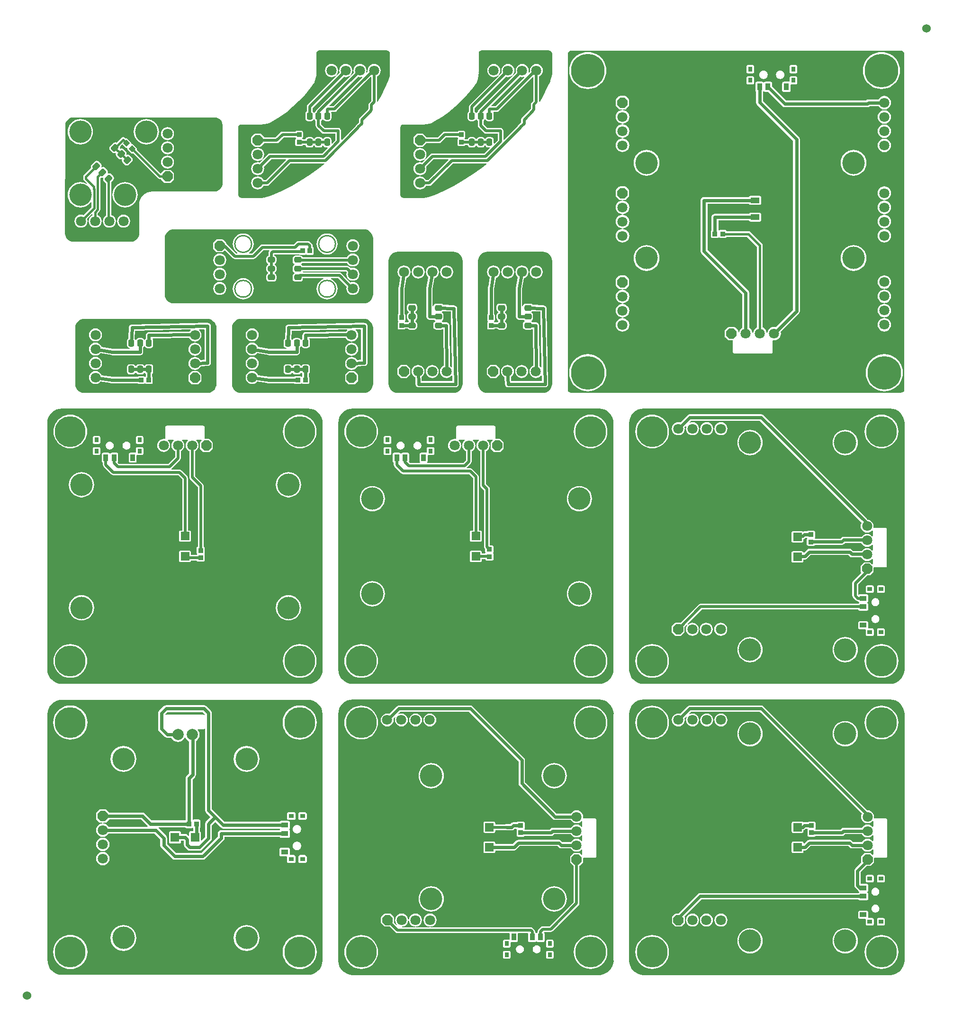
<source format=gtl>
G04 Layer_Physical_Order=1*
G04 Layer_Color=255*
%FSLAX44Y44*%
%MOMM*%
G71*
G01*
G75*
%ADD10P,1.2021X4X90.0*%
G04:AMPARAMS|DCode=11|XSize=1.3mm|YSize=1mm|CornerRadius=0.25mm|HoleSize=0mm|Usage=FLASHONLY|Rotation=225.000|XOffset=0mm|YOffset=0mm|HoleType=Round|Shape=RoundedRectangle|*
%AMROUNDEDRECTD11*
21,1,1.3000,0.5000,0,0,225.0*
21,1,0.8000,1.0000,0,0,225.0*
1,1,0.5000,-0.4596,-0.1061*
1,1,0.5000,0.1061,0.4596*
1,1,0.5000,0.4596,0.1061*
1,1,0.5000,-0.1061,-0.4596*
%
%ADD11ROUNDEDRECTD11*%
%ADD12C,0.4000*%
%ADD13R,0.8500X0.8500*%
G04:AMPARAMS|DCode=14|XSize=1.3mm|YSize=1mm|CornerRadius=0.25mm|HoleSize=0mm|Usage=FLASHONLY|Rotation=270.000|XOffset=0mm|YOffset=0mm|HoleType=Round|Shape=RoundedRectangle|*
%AMROUNDEDRECTD14*
21,1,1.3000,0.5000,0,0,270.0*
21,1,0.8000,1.0000,0,0,270.0*
1,1,0.5000,-0.2500,-0.4000*
1,1,0.5000,-0.2500,0.4000*
1,1,0.5000,0.2500,0.4000*
1,1,0.5000,0.2500,-0.4000*
%
%ADD14ROUNDEDRECTD14*%
%ADD15C,0.5000*%
G04:AMPARAMS|DCode=16|XSize=1.3mm|YSize=1mm|CornerRadius=0.25mm|HoleSize=0mm|Usage=FLASHONLY|Rotation=360.000|XOffset=0mm|YOffset=0mm|HoleType=Round|Shape=RoundedRectangle|*
%AMROUNDEDRECTD16*
21,1,1.3000,0.5000,0,0,360.0*
21,1,0.8000,1.0000,0,0,360.0*
1,1,0.5000,0.4000,-0.2500*
1,1,0.5000,-0.4000,-0.2500*
1,1,0.5000,-0.4000,0.2500*
1,1,0.5000,0.4000,0.2500*
%
%ADD16ROUNDEDRECTD16*%
%ADD17R,0.8500X0.9500*%
%ADD18R,0.9000X1.2500*%
%ADD19R,0.8000X0.9000*%
%ADD20R,1.6000X1.0000*%
%ADD21R,0.8500X0.8500*%
%ADD22C,0.6000*%
%ADD23R,1.6000X1.5000*%
%ADD24R,0.9500X0.8500*%
%ADD25R,0.9000X0.8000*%
%ADD26R,1.2500X0.9000*%
%ADD27R,1.5000X1.6000*%
%ADD28C,1.5240*%
%ADD29C,1.8000*%
%ADD30P,1.9483X8X112.5*%
%ADD31C,4.0000*%
%ADD32C,0.2540*%
%ADD33C,6.0000*%
%ADD34P,1.9483X8X22.5*%
%ADD35P,1.9483X8X382.5*%
%ADD36C,5.5000*%
%ADD37C,2.0000*%
G36*
X1582186Y1705278D02*
X1584040Y1704040D01*
X1585278Y1702186D01*
X1585680Y1700167D01*
X1585646Y1700000D01*
Y1100000D01*
X1585680Y1099833D01*
X1585278Y1097814D01*
X1584040Y1095960D01*
X1582186Y1094722D01*
X1581209Y1094528D01*
X1580000Y1094354D01*
X1580000Y1094354D01*
X1578757Y1094354D01*
X990000D01*
X989833Y1094320D01*
X987814Y1094722D01*
X985960Y1095960D01*
X984722Y1097814D01*
X984526Y1098801D01*
X984354Y1100000D01*
X984354D01*
Y1700000D01*
X984320Y1700167D01*
X984722Y1702186D01*
X985960Y1704040D01*
X987814Y1705278D01*
X989833Y1705680D01*
X990000Y1705646D01*
X1580000D01*
X1580167Y1705680D01*
X1582186Y1705278D01*
D02*
G37*
G36*
X595824Y1660403D02*
X534854Y1599434D01*
X533740Y1597767D01*
X533635Y1597240D01*
X532354Y1596384D01*
X531271Y1594763D01*
X530971Y1594716D01*
X530254D01*
X529954Y1594763D01*
X528871Y1596384D01*
X527876Y1597048D01*
Y1603322D01*
X583594Y1659039D01*
X584275Y1658757D01*
X587288Y1658360D01*
X590300Y1658757D01*
X593107Y1659920D01*
X594985Y1661360D01*
X595824Y1660403D01*
D02*
G37*
G36*
X885824Y1660403D02*
X824854Y1599434D01*
X823740Y1597767D01*
X823635Y1597240D01*
X822354Y1596384D01*
X821271Y1594763D01*
X820971Y1594716D01*
X820254D01*
X819954Y1594763D01*
X818871Y1596384D01*
X817876Y1597048D01*
Y1603322D01*
X873594Y1659039D01*
X874275Y1658757D01*
X877288Y1658360D01*
X880300Y1658757D01*
X883107Y1659920D01*
X884985Y1661360D01*
X885824Y1660403D01*
D02*
G37*
G36*
X662353Y1705711D02*
X664359Y1704371D01*
X665699Y1702366D01*
X666136Y1700167D01*
X666103Y1700000D01*
Y1667663D01*
X666103Y1666500D01*
X666105Y1666404D01*
X666148Y1665140D01*
X665724Y1659761D01*
X664380Y1654163D01*
X663379Y1651745D01*
X662885Y1650582D01*
X662885D01*
X662885Y1650582D01*
X658466Y1640612D01*
X649869Y1623533D01*
X644496Y1614049D01*
X643226Y1614384D01*
Y1659638D01*
X643907Y1659920D01*
X646318Y1661770D01*
X648168Y1664180D01*
X649331Y1666987D01*
X649727Y1670000D01*
X649331Y1673013D01*
X648168Y1675820D01*
X646318Y1678230D01*
X643907Y1680080D01*
X641100Y1681243D01*
X638088Y1681640D01*
X635075Y1681243D01*
X632268Y1680080D01*
X629857Y1678230D01*
X628008Y1675820D01*
X626845Y1673013D01*
X626448Y1670000D01*
X626727Y1667884D01*
X624934Y1666091D01*
X623857Y1666811D01*
X623931Y1666987D01*
X624327Y1670000D01*
X623931Y1673013D01*
X622768Y1675820D01*
X620918Y1678230D01*
X618507Y1680080D01*
X615700Y1681243D01*
X612688Y1681640D01*
X609675Y1681243D01*
X606868Y1680080D01*
X604457Y1678230D01*
X602607Y1675820D01*
X601445Y1673013D01*
X601048Y1670000D01*
X601445Y1666987D01*
X601727Y1666306D01*
X596884Y1661464D01*
X595927Y1662303D01*
X597368Y1664180D01*
X598531Y1666987D01*
X598927Y1670000D01*
X598531Y1673013D01*
X597368Y1675820D01*
X595518Y1678230D01*
X593107Y1680080D01*
X590300Y1681243D01*
X587288Y1681640D01*
X584275Y1681243D01*
X581468Y1680080D01*
X579057Y1678230D01*
X577207Y1675820D01*
X576045Y1673013D01*
X575648Y1670000D01*
X576045Y1666987D01*
X576327Y1666306D01*
X571484Y1661464D01*
X570527Y1662303D01*
X571968Y1664180D01*
X573131Y1666987D01*
X573527Y1670000D01*
X573131Y1673013D01*
X571968Y1675820D01*
X570118Y1678230D01*
X567707Y1680080D01*
X564900Y1681243D01*
X561888Y1681640D01*
X558875Y1681243D01*
X556068Y1680080D01*
X553657Y1678230D01*
X551808Y1675820D01*
X550645Y1673013D01*
X550248Y1670000D01*
X550645Y1666987D01*
X551808Y1664180D01*
X553657Y1661770D01*
X556068Y1659920D01*
X558875Y1658757D01*
X561888Y1658360D01*
X564900Y1658757D01*
X567707Y1659920D01*
X569585Y1661360D01*
X570424Y1660403D01*
X519104Y1609084D01*
X517990Y1607417D01*
X517599Y1605450D01*
Y1597048D01*
X516604Y1596384D01*
X515490Y1594716D01*
X515099Y1592750D01*
Y1584750D01*
X515490Y1582784D01*
X516604Y1581116D01*
X518271Y1580002D01*
X520238Y1579611D01*
X525238D01*
X527204Y1580002D01*
X528871Y1581116D01*
X529954Y1582737D01*
X530254Y1582784D01*
X530971D01*
X531271Y1582737D01*
X532354Y1581116D01*
X533349Y1580452D01*
Y1572000D01*
X533740Y1570034D01*
X534854Y1568366D01*
X544604Y1558616D01*
X546271Y1557502D01*
X548238Y1557111D01*
X568849D01*
Y1545379D01*
X563050Y1539579D01*
X561876Y1540065D01*
Y1545750D01*
X561485Y1547717D01*
X560371Y1549384D01*
X558704Y1550498D01*
X556738Y1550889D01*
X551738D01*
X549771Y1550498D01*
X548104Y1549384D01*
X547021Y1547763D01*
X546721Y1547717D01*
X546004D01*
X545704Y1547763D01*
X544621Y1549384D01*
X542954Y1550498D01*
X540988Y1550889D01*
X535988D01*
X534021Y1550498D01*
X532354Y1549384D01*
X531271Y1547763D01*
X530971Y1547717D01*
X530254D01*
X529954Y1547763D01*
X528871Y1549384D01*
X527204Y1550498D01*
X525238Y1550889D01*
X520238D01*
X518271Y1550498D01*
X516604Y1549384D01*
X515490Y1547717D01*
X515326Y1546889D01*
X510651D01*
X510630Y1546991D01*
X510069Y1547831D01*
X509784Y1548022D01*
Y1549478D01*
X510069Y1549669D01*
X510630Y1550509D01*
X510827Y1551500D01*
Y1560000D01*
X510630Y1560991D01*
X510069Y1561831D01*
X509229Y1562393D01*
X508238Y1562590D01*
X499738D01*
X498747Y1562393D01*
X497906Y1561831D01*
X497345Y1560991D01*
X497325Y1560889D01*
X474488D01*
X472521Y1560498D01*
X470854Y1559384D01*
X462009Y1550539D01*
X441450D01*
X441380Y1550891D01*
X440819Y1551731D01*
X436319Y1556231D01*
X435479Y1556793D01*
X434488Y1556990D01*
X425488D01*
X424497Y1556793D01*
X423656Y1556231D01*
X419156Y1551731D01*
X418595Y1550891D01*
X418398Y1549900D01*
Y1540900D01*
X418595Y1539909D01*
X419156Y1539069D01*
X423656Y1534569D01*
X424497Y1534007D01*
X425488Y1533810D01*
X434488D01*
X435479Y1534007D01*
X436319Y1534569D01*
X440819Y1539069D01*
X441380Y1539909D01*
X441450Y1540261D01*
X464138D01*
X466104Y1540652D01*
X467771Y1541766D01*
X476616Y1550611D01*
X497325D01*
X497345Y1550509D01*
X497906Y1549669D01*
X498191Y1549478D01*
Y1548022D01*
X497906Y1547831D01*
X497345Y1546991D01*
X497148Y1546000D01*
Y1537500D01*
X497345Y1536509D01*
X497906Y1535669D01*
X498747Y1535107D01*
X499738Y1534910D01*
X508238D01*
X509229Y1535107D01*
X510069Y1535669D01*
X510630Y1536509D01*
X510651Y1536611D01*
X515326D01*
X515490Y1535784D01*
X516604Y1534116D01*
X518271Y1533002D01*
X520238Y1532611D01*
X525238D01*
X527204Y1533002D01*
X528871Y1534116D01*
X529954Y1535737D01*
X530254Y1535784D01*
X530971D01*
X531271Y1535737D01*
X532354Y1534116D01*
X534021Y1533002D01*
X535988Y1532611D01*
X540988D01*
X542954Y1533002D01*
X544621Y1534116D01*
X545704Y1535737D01*
X546004Y1535784D01*
X546721D01*
X547021Y1535737D01*
X548104Y1534116D01*
X549771Y1533002D01*
X551738Y1532611D01*
X554422D01*
X554908Y1531438D01*
X545378Y1521907D01*
X452156D01*
X450190Y1521516D01*
X448523Y1520402D01*
X439584Y1511464D01*
X438627Y1512303D01*
X440068Y1514180D01*
X441231Y1516987D01*
X441627Y1520000D01*
X441231Y1523013D01*
X440068Y1525820D01*
X438218Y1528230D01*
X435807Y1530080D01*
X433000Y1531243D01*
X429988Y1531640D01*
X426975Y1531243D01*
X424168Y1530080D01*
X421757Y1528230D01*
X419907Y1525820D01*
X418745Y1523013D01*
X418348Y1520000D01*
X418745Y1516987D01*
X419907Y1514180D01*
X421757Y1511770D01*
X424168Y1509920D01*
X426975Y1508757D01*
X429988Y1508360D01*
X433000Y1508757D01*
X435807Y1509920D01*
X437685Y1511360D01*
X438524Y1510403D01*
X433681Y1505561D01*
X433000Y1505843D01*
X429988Y1506240D01*
X426975Y1505843D01*
X424168Y1504680D01*
X421757Y1502830D01*
X419907Y1500420D01*
X418745Y1497612D01*
X418348Y1494600D01*
X418745Y1491588D01*
X419907Y1488780D01*
X421757Y1486370D01*
X424168Y1484520D01*
X426975Y1483357D01*
X429988Y1482961D01*
X433000Y1483357D01*
X435807Y1484520D01*
X438218Y1486370D01*
X440068Y1488780D01*
X441231Y1491588D01*
X441627Y1494600D01*
X441231Y1497612D01*
X440948Y1498294D01*
X454285Y1511630D01*
X480191D01*
X480677Y1510457D01*
X444559Y1474339D01*
X440350D01*
X440068Y1475020D01*
X438218Y1477430D01*
X435807Y1479280D01*
X433000Y1480443D01*
X429988Y1480840D01*
X426975Y1480443D01*
X424168Y1479280D01*
X421757Y1477430D01*
X419907Y1475020D01*
X418745Y1472213D01*
X418348Y1469200D01*
X418745Y1466187D01*
X419907Y1463380D01*
X421757Y1460970D01*
X424168Y1459120D01*
X426975Y1457957D01*
X429988Y1457560D01*
X433000Y1457957D01*
X435807Y1459120D01*
X438218Y1460970D01*
X440068Y1463380D01*
X440350Y1464061D01*
X446688D01*
X448654Y1464452D01*
X450321Y1465566D01*
X488845Y1504090D01*
X548884D01*
X549321Y1502820D01*
X538367Y1494272D01*
X522734Y1483262D01*
X506580Y1473032D01*
X489943Y1463607D01*
X472864Y1455011D01*
X455384Y1447262D01*
X449914Y1445152D01*
X449910Y1445154D01*
X449910Y1445154D01*
X447941Y1444339D01*
X441721Y1442845D01*
X435712Y1442372D01*
X435488Y1442417D01*
X402063D01*
X400855Y1442448D01*
X399631Y1442642D01*
X398147Y1443257D01*
X396769Y1444314D01*
X395713Y1445691D01*
X395048Y1447295D01*
X394902Y1448405D01*
X394903Y1449633D01*
X394903Y1449633D01*
X394872Y1450851D01*
X394872Y1451232D01*
Y1566455D01*
X394872Y1567500D01*
X394861Y1567704D01*
X394982Y1568906D01*
X395235Y1570176D01*
X396468Y1572020D01*
X398312Y1573253D01*
X400136Y1573615D01*
X434988D01*
X435000Y1573605D01*
X435000Y1573596D01*
X441173Y1574001D01*
X447394Y1575238D01*
X452061Y1576822D01*
X452200Y1576850D01*
X452200Y1576850D01*
X452302Y1576870D01*
X452525Y1577019D01*
X452682Y1577101D01*
X453278Y1577420D01*
X455974Y1578861D01*
X468853Y1586870D01*
X481181Y1595704D01*
X492905Y1605325D01*
X503975Y1615693D01*
X514342Y1626763D01*
X523964Y1638486D01*
X530648Y1647814D01*
X530622Y1647833D01*
X531077Y1648513D01*
X531104Y1648650D01*
X531524Y1649502D01*
X533392Y1655004D01*
X534525Y1660702D01*
X534905Y1666500D01*
X534848Y1667376D01*
X534872Y1667500D01*
Y1698955D01*
X534872Y1700000D01*
X534861Y1700204D01*
X534982Y1701406D01*
X535235Y1702676D01*
X536468Y1704520D01*
X538312Y1705753D01*
X540136Y1706115D01*
X659988D01*
X660155Y1706149D01*
X662353Y1705711D01*
D02*
G37*
G36*
X952353Y1705711D02*
X954359Y1704371D01*
X955699Y1702366D01*
X956136Y1700167D01*
X956103Y1700000D01*
Y1667663D01*
X956103Y1666500D01*
X956105Y1666404D01*
X956148Y1665140D01*
X955724Y1659761D01*
X954380Y1654163D01*
X953379Y1651745D01*
X952885Y1650582D01*
X952885D01*
X952885Y1650582D01*
X948466Y1640612D01*
X939869Y1623533D01*
X934496Y1614049D01*
X933226Y1614384D01*
Y1659638D01*
X933907Y1659920D01*
X936318Y1661770D01*
X938168Y1664180D01*
X939331Y1666987D01*
X939727Y1670000D01*
X939331Y1673013D01*
X938168Y1675820D01*
X936318Y1678230D01*
X933907Y1680080D01*
X931100Y1681243D01*
X928088Y1681640D01*
X925075Y1681243D01*
X922268Y1680080D01*
X919857Y1678230D01*
X918008Y1675820D01*
X916845Y1673013D01*
X916448Y1670000D01*
X916727Y1667884D01*
X914934Y1666091D01*
X913857Y1666811D01*
X913931Y1666987D01*
X914327Y1670000D01*
X913931Y1673013D01*
X912768Y1675820D01*
X910918Y1678230D01*
X908507Y1680080D01*
X905700Y1681243D01*
X902688Y1681640D01*
X899675Y1681243D01*
X896868Y1680080D01*
X894457Y1678230D01*
X892607Y1675820D01*
X891445Y1673013D01*
X891048Y1670000D01*
X891445Y1666987D01*
X891727Y1666306D01*
X886884Y1661464D01*
X885927Y1662303D01*
X887368Y1664180D01*
X888531Y1666987D01*
X888927Y1670000D01*
X888531Y1673013D01*
X887368Y1675820D01*
X885518Y1678230D01*
X883107Y1680080D01*
X880300Y1681243D01*
X877288Y1681640D01*
X874275Y1681243D01*
X871468Y1680080D01*
X869057Y1678230D01*
X867207Y1675820D01*
X866045Y1673013D01*
X865648Y1670000D01*
X866045Y1666987D01*
X866327Y1666306D01*
X861484Y1661464D01*
X860527Y1662303D01*
X861968Y1664180D01*
X863131Y1666987D01*
X863527Y1670000D01*
X863131Y1673013D01*
X861968Y1675820D01*
X860118Y1678230D01*
X857707Y1680080D01*
X854900Y1681243D01*
X851888Y1681640D01*
X848875Y1681243D01*
X846068Y1680080D01*
X843657Y1678230D01*
X841807Y1675820D01*
X840645Y1673013D01*
X840248Y1670000D01*
X840645Y1666987D01*
X841807Y1664180D01*
X843657Y1661770D01*
X846068Y1659920D01*
X848875Y1658757D01*
X851888Y1658360D01*
X854900Y1658757D01*
X857707Y1659920D01*
X859585Y1661360D01*
X860424Y1660403D01*
X809104Y1609084D01*
X807990Y1607417D01*
X807599Y1605450D01*
Y1597048D01*
X806604Y1596384D01*
X805490Y1594716D01*
X805099Y1592750D01*
Y1584750D01*
X805490Y1582784D01*
X806604Y1581116D01*
X808271Y1580002D01*
X810238Y1579611D01*
X815238D01*
X817204Y1580002D01*
X818871Y1581116D01*
X819954Y1582737D01*
X820254Y1582784D01*
X820971D01*
X821271Y1582737D01*
X822354Y1581116D01*
X823349Y1580452D01*
Y1572000D01*
X823740Y1570034D01*
X824854Y1568366D01*
X834604Y1558616D01*
X836271Y1557502D01*
X838238Y1557111D01*
X858849D01*
Y1545379D01*
X853050Y1539579D01*
X851876Y1540065D01*
Y1545750D01*
X851485Y1547717D01*
X850371Y1549384D01*
X848704Y1550497D01*
X846738Y1550889D01*
X841738D01*
X839771Y1550497D01*
X838104Y1549384D01*
X837021Y1547763D01*
X836721Y1547717D01*
X836004D01*
X835704Y1547763D01*
X834621Y1549384D01*
X832954Y1550497D01*
X830988Y1550889D01*
X825988D01*
X824021Y1550497D01*
X822354Y1549384D01*
X821271Y1547763D01*
X820971Y1547717D01*
X820254D01*
X819954Y1547763D01*
X818871Y1549384D01*
X817204Y1550497D01*
X815238Y1550889D01*
X810238D01*
X808271Y1550497D01*
X806604Y1549384D01*
X805490Y1547717D01*
X805325Y1546889D01*
X800651D01*
X800630Y1546991D01*
X800069Y1547831D01*
X799784Y1548022D01*
Y1549478D01*
X800069Y1549669D01*
X800630Y1550509D01*
X800827Y1551500D01*
Y1560000D01*
X800630Y1560991D01*
X800069Y1561831D01*
X799229Y1562393D01*
X798238Y1562590D01*
X789738D01*
X788747Y1562393D01*
X787906Y1561831D01*
X787345Y1560991D01*
X787325Y1560889D01*
X764488D01*
X762521Y1560498D01*
X760854Y1559384D01*
X752009Y1550539D01*
X731450D01*
X731380Y1550891D01*
X730819Y1551731D01*
X726319Y1556231D01*
X725479Y1556793D01*
X724488Y1556990D01*
X715488D01*
X714497Y1556793D01*
X713656Y1556231D01*
X709156Y1551731D01*
X708595Y1550891D01*
X708398Y1549900D01*
Y1540900D01*
X708595Y1539909D01*
X709156Y1539069D01*
X713656Y1534569D01*
X714497Y1534007D01*
X715488Y1533810D01*
X724488D01*
X725479Y1534007D01*
X726319Y1534569D01*
X730819Y1539069D01*
X731380Y1539909D01*
X731450Y1540261D01*
X754138D01*
X756104Y1540652D01*
X757771Y1541766D01*
X766616Y1550611D01*
X787325D01*
X787345Y1550509D01*
X787906Y1549669D01*
X788191Y1549478D01*
Y1548022D01*
X787906Y1547831D01*
X787345Y1546991D01*
X787148Y1546000D01*
Y1537500D01*
X787345Y1536509D01*
X787906Y1535669D01*
X788747Y1535107D01*
X789738Y1534910D01*
X798238D01*
X799229Y1535107D01*
X800069Y1535669D01*
X800630Y1536509D01*
X800651Y1536611D01*
X805325D01*
X805490Y1535784D01*
X806604Y1534116D01*
X808271Y1533002D01*
X810238Y1532611D01*
X815238D01*
X817204Y1533002D01*
X818871Y1534116D01*
X819954Y1535737D01*
X820254Y1535784D01*
X820971D01*
X821271Y1535737D01*
X822354Y1534116D01*
X824021Y1533002D01*
X825988Y1532611D01*
X830988D01*
X832954Y1533002D01*
X834621Y1534116D01*
X835704Y1535737D01*
X836004Y1535784D01*
X836721D01*
X837021Y1535737D01*
X838104Y1534116D01*
X839771Y1533002D01*
X841738Y1532611D01*
X844422D01*
X844908Y1531438D01*
X835378Y1521907D01*
X742156D01*
X740190Y1521516D01*
X738523Y1520402D01*
X729584Y1511464D01*
X728627Y1512303D01*
X730068Y1514180D01*
X731231Y1516987D01*
X731627Y1520000D01*
X731231Y1523013D01*
X730068Y1525820D01*
X728218Y1528230D01*
X725807Y1530080D01*
X723000Y1531243D01*
X719988Y1531640D01*
X716975Y1531243D01*
X714168Y1530080D01*
X711757Y1528230D01*
X709908Y1525820D01*
X708745Y1523013D01*
X708348Y1520000D01*
X708745Y1516987D01*
X709908Y1514180D01*
X711757Y1511770D01*
X714168Y1509920D01*
X716975Y1508757D01*
X719988Y1508360D01*
X723000Y1508757D01*
X725807Y1509920D01*
X727684Y1511360D01*
X728524Y1510403D01*
X723681Y1505561D01*
X723000Y1505843D01*
X719988Y1506239D01*
X716975Y1505843D01*
X714168Y1504680D01*
X711757Y1502830D01*
X709908Y1500420D01*
X708745Y1497612D01*
X708348Y1494600D01*
X708745Y1491587D01*
X709908Y1488780D01*
X711757Y1486370D01*
X714168Y1484520D01*
X716975Y1483357D01*
X719988Y1482960D01*
X723000Y1483357D01*
X725807Y1484520D01*
X728218Y1486370D01*
X730068Y1488780D01*
X731231Y1491587D01*
X731627Y1494600D01*
X731231Y1497612D01*
X730948Y1498294D01*
X744285Y1511630D01*
X770191D01*
X770677Y1510457D01*
X734559Y1474339D01*
X730350D01*
X730068Y1475020D01*
X728218Y1477430D01*
X725807Y1479280D01*
X723000Y1480443D01*
X719988Y1480840D01*
X716975Y1480443D01*
X714168Y1479280D01*
X711757Y1477430D01*
X709908Y1475020D01*
X708745Y1472213D01*
X708348Y1469200D01*
X708745Y1466187D01*
X709908Y1463380D01*
X711757Y1460970D01*
X714168Y1459120D01*
X716975Y1457957D01*
X719988Y1457560D01*
X723000Y1457957D01*
X725807Y1459120D01*
X728218Y1460970D01*
X730068Y1463380D01*
X730350Y1464061D01*
X736688D01*
X738654Y1464452D01*
X740321Y1465566D01*
X778845Y1504090D01*
X838884D01*
X839321Y1502820D01*
X828367Y1494272D01*
X812734Y1483262D01*
X796580Y1473032D01*
X779943Y1463607D01*
X762864Y1455011D01*
X745384Y1447262D01*
X739914Y1445152D01*
X739910Y1445154D01*
X739910Y1445154D01*
X737941Y1444339D01*
X731721Y1442845D01*
X725712Y1442372D01*
X725488Y1442417D01*
X692063D01*
X690855Y1442447D01*
X689631Y1442642D01*
X688147Y1443257D01*
X686769Y1444314D01*
X685713Y1445691D01*
X685048Y1447295D01*
X684902Y1448405D01*
X684903Y1449633D01*
X684903Y1449633D01*
X684872Y1450851D01*
X684872Y1451232D01*
Y1566455D01*
X684872Y1567500D01*
X684861Y1567704D01*
X684982Y1568906D01*
X685235Y1570176D01*
X686468Y1572020D01*
X688312Y1573253D01*
X690136Y1573615D01*
X724988D01*
X725000Y1573605D01*
X725000Y1573596D01*
X731173Y1574001D01*
X737394Y1575238D01*
X742060Y1576822D01*
X742200Y1576850D01*
X742200Y1576850D01*
X742302Y1576870D01*
X742525Y1577019D01*
X742682Y1577101D01*
X743278Y1577419D01*
X745974Y1578861D01*
X758853Y1586870D01*
X771181Y1595704D01*
X782905Y1605325D01*
X793975Y1615693D01*
X804342Y1626763D01*
X813964Y1638486D01*
X820648Y1647814D01*
X820622Y1647833D01*
X821077Y1648513D01*
X821104Y1648650D01*
X821524Y1649502D01*
X823392Y1655004D01*
X824525Y1660702D01*
X824905Y1666500D01*
X824848Y1667376D01*
X824872Y1667500D01*
Y1698955D01*
X824872Y1700000D01*
X824861Y1700204D01*
X824982Y1701406D01*
X825235Y1702676D01*
X826468Y1704520D01*
X828312Y1705753D01*
X830136Y1706115D01*
X949988D01*
X950155Y1706149D01*
X952353Y1705711D01*
D02*
G37*
G36*
X609675Y1658757D02*
X612688Y1658360D01*
X615700Y1658757D01*
X615877Y1658830D01*
X616596Y1657754D01*
X565232Y1606389D01*
X558003D01*
X557517Y1607562D01*
X608994Y1659039D01*
X609675Y1658757D01*
D02*
G37*
G36*
X899675Y1658757D02*
X902688Y1658360D01*
X905700Y1658757D01*
X905877Y1658830D01*
X906596Y1657754D01*
X855231Y1606389D01*
X848003D01*
X847517Y1607562D01*
X898994Y1659039D01*
X899675Y1658757D01*
D02*
G37*
G36*
X632949Y1657912D02*
Y1615863D01*
X629526Y1612441D01*
X628412Y1610773D01*
X628021Y1608807D01*
Y1601984D01*
X627177Y1600721D01*
X627104Y1600355D01*
X612533Y1585784D01*
X611419Y1584117D01*
X611028Y1582150D01*
Y1577341D01*
X605959Y1572272D01*
X605060Y1570927D01*
X580300Y1546166D01*
X579126Y1546652D01*
Y1562250D01*
X578735Y1564216D01*
X577621Y1565884D01*
X575954Y1566998D01*
X573988Y1567389D01*
X550366D01*
X543626Y1574129D01*
Y1580452D01*
X544621Y1581116D01*
X545704Y1582737D01*
X546004Y1582784D01*
X546721D01*
X547021Y1582737D01*
X548104Y1581116D01*
X549771Y1580002D01*
X551738Y1579611D01*
X556738D01*
X558704Y1580002D01*
X560371Y1581116D01*
X561485Y1582784D01*
X561876Y1584750D01*
Y1592750D01*
X561485Y1594716D01*
X561302Y1594991D01*
X561900Y1596111D01*
X567360D01*
X569327Y1596502D01*
X570994Y1597616D01*
X631776Y1658398D01*
X632949Y1657912D01*
D02*
G37*
G36*
X922949Y1657912D02*
Y1615863D01*
X919526Y1612441D01*
X918412Y1610773D01*
X918021Y1608807D01*
Y1601984D01*
X917177Y1600721D01*
X917104Y1600355D01*
X902533Y1585784D01*
X901419Y1584117D01*
X901028Y1582150D01*
Y1577341D01*
X895959Y1572272D01*
X895060Y1570927D01*
X870300Y1546166D01*
X869126Y1546652D01*
Y1562250D01*
X868735Y1564216D01*
X867621Y1565884D01*
X865954Y1566998D01*
X863988Y1567389D01*
X840366D01*
X833626Y1574129D01*
Y1580452D01*
X834621Y1581116D01*
X835704Y1582737D01*
X836004Y1582784D01*
X836721D01*
X837021Y1582737D01*
X838104Y1581116D01*
X839771Y1580002D01*
X841738Y1579611D01*
X846738D01*
X848704Y1580002D01*
X850371Y1581116D01*
X851485Y1582784D01*
X851876Y1584750D01*
Y1592750D01*
X851485Y1594716D01*
X851302Y1594991D01*
X851900Y1596111D01*
X857360D01*
X859326Y1596502D01*
X860994Y1597616D01*
X921776Y1658398D01*
X922949Y1657912D01*
D02*
G37*
G36*
X356488Y1585951D02*
X359972Y1584508D01*
X362963Y1582213D01*
X365258Y1579222D01*
X366701Y1575738D01*
X367082Y1572843D01*
X367136Y1571606D01*
X367115Y1571500D01*
X367115Y1571500D01*
X367115Y1570340D01*
Y1470746D01*
X367081Y1469517D01*
X367081Y1469516D01*
X367133Y1468257D01*
X366880Y1465690D01*
X366024Y1462868D01*
X364634Y1460267D01*
X362763Y1457987D01*
X360483Y1456116D01*
X357882Y1454726D01*
X355060Y1453870D01*
X353017Y1453669D01*
X353016Y1453669D01*
Y1453669D01*
X352984Y1453635D01*
X243750D01*
X243561Y1453597D01*
X241750Y1453775D01*
X237112Y1453319D01*
X232652Y1451966D01*
X228541Y1449769D01*
X224938Y1446812D01*
X221981Y1443209D01*
X219784Y1439099D01*
X218431Y1434638D01*
X218227Y1432559D01*
X218115Y1432000D01*
Y1380242D01*
X218115Y1379000D01*
X218120Y1378974D01*
X218024Y1377744D01*
X217847Y1375947D01*
X216993Y1373131D01*
X215606Y1370535D01*
X213739Y1368261D01*
X211465Y1366394D01*
X208869Y1365007D01*
X206053Y1364153D01*
X203277Y1363879D01*
X203250Y1363885D01*
X100750D01*
X100681Y1363871D01*
X97797Y1364155D01*
X94958Y1365016D01*
X92341Y1366415D01*
X90047Y1368297D01*
X88165Y1370591D01*
X86766Y1373208D01*
X85905Y1376047D01*
X85621Y1378928D01*
X85635Y1378995D01*
X85883Y1570480D01*
X85885Y1571745D01*
Y1571750D01*
X85976Y1572982D01*
X86305Y1575486D01*
X87748Y1578968D01*
X90042Y1581958D01*
X93032Y1584252D01*
X96514Y1585695D01*
X99018Y1586024D01*
X100250Y1586115D01*
X101520Y1586117D01*
X353254Y1586365D01*
X353289Y1586373D01*
X356488Y1585951D01*
D02*
G37*
G36*
X623149Y1385831D02*
X626177Y1384912D01*
X628967Y1383421D01*
X631413Y1381413D01*
X633420Y1378967D01*
X634912Y1376177D01*
X635831Y1373149D01*
X636132Y1370085D01*
X636115Y1370000D01*
Y1270000D01*
X636132Y1269915D01*
X635831Y1266851D01*
X634912Y1263823D01*
X633420Y1261033D01*
X631413Y1258587D01*
X628967Y1256580D01*
X626177Y1255088D01*
X623149Y1254169D01*
X620085Y1253868D01*
X620000Y1253885D01*
X280000D01*
X279915Y1253868D01*
X276851Y1254169D01*
X273823Y1255088D01*
X271033Y1256580D01*
X268587Y1258587D01*
X266579Y1261033D01*
X265088Y1263823D01*
X264169Y1266851D01*
X263868Y1269915D01*
X263885Y1270000D01*
Y1370000D01*
X263868Y1370085D01*
X264169Y1373149D01*
X265088Y1376177D01*
X266579Y1378967D01*
X268587Y1381413D01*
X271033Y1383421D01*
X273823Y1384912D01*
X276851Y1385831D01*
X279915Y1386132D01*
X280000Y1386115D01*
X620000D01*
X620085Y1386132D01*
X623149Y1385831D01*
D02*
G37*
G36*
X943149Y1345831D02*
X946177Y1344912D01*
X948967Y1343421D01*
X951413Y1341413D01*
X953420Y1338967D01*
X954912Y1336177D01*
X955831Y1333149D01*
X956132Y1330085D01*
X956115Y1330000D01*
Y1110000D01*
X956132Y1109915D01*
X955831Y1106851D01*
X954912Y1103823D01*
X953420Y1101033D01*
X951413Y1098587D01*
X948967Y1096580D01*
X946177Y1095088D01*
X943149Y1094169D01*
X940085Y1093868D01*
X940000Y1093885D01*
X840000D01*
X839915Y1093868D01*
X836851Y1094169D01*
X833823Y1095088D01*
X831033Y1096580D01*
X828587Y1098587D01*
X826580Y1101033D01*
X825088Y1103823D01*
X824169Y1106851D01*
X823868Y1109915D01*
X823885Y1110000D01*
Y1330000D01*
X823868Y1330085D01*
X824169Y1333149D01*
X825088Y1336177D01*
X826580Y1338967D01*
X828587Y1341413D01*
X831033Y1343421D01*
X833823Y1344912D01*
X836851Y1345831D01*
X839915Y1346132D01*
X840000Y1346115D01*
X940000D01*
X940085Y1346132D01*
X943149Y1345831D01*
D02*
G37*
G36*
X783149D02*
X786177Y1344912D01*
X788967Y1343421D01*
X791413Y1341413D01*
X793420Y1338967D01*
X794912Y1336177D01*
X795831Y1333149D01*
X796132Y1330085D01*
X796115Y1330000D01*
Y1110000D01*
X796132Y1109915D01*
X795831Y1106851D01*
X794912Y1103823D01*
X793420Y1101033D01*
X791413Y1098587D01*
X788967Y1096580D01*
X786177Y1095088D01*
X783149Y1094169D01*
X780085Y1093868D01*
X780000Y1093885D01*
X680000D01*
X679915Y1093868D01*
X676851Y1094169D01*
X673823Y1095088D01*
X671033Y1096580D01*
X668587Y1098587D01*
X666580Y1101033D01*
X665088Y1103823D01*
X664169Y1106851D01*
X663868Y1109915D01*
X663885Y1110000D01*
Y1330000D01*
X663868Y1330085D01*
X664169Y1333149D01*
X665088Y1336177D01*
X666580Y1338967D01*
X668587Y1341413D01*
X671033Y1343421D01*
X673823Y1344912D01*
X676851Y1345831D01*
X679915Y1346132D01*
X680000Y1346115D01*
X780000D01*
X780085Y1346132D01*
X783149Y1345831D01*
D02*
G37*
G36*
X623149Y1225831D02*
X626177Y1224912D01*
X628967Y1223420D01*
X631413Y1221413D01*
X633420Y1218967D01*
X634912Y1216177D01*
X635831Y1213149D01*
X636132Y1210085D01*
X636115Y1210000D01*
Y1110000D01*
X636132Y1109915D01*
X635831Y1106851D01*
X634912Y1103823D01*
X633420Y1101033D01*
X631413Y1098587D01*
X628967Y1096580D01*
X626177Y1095088D01*
X623149Y1094169D01*
X620085Y1093868D01*
X620000Y1093885D01*
X400000D01*
X399915Y1093868D01*
X396851Y1094169D01*
X393823Y1095088D01*
X391033Y1096580D01*
X388587Y1098587D01*
X386580Y1101033D01*
X385088Y1103823D01*
X384169Y1106851D01*
X383868Y1109915D01*
X383885Y1110000D01*
Y1210000D01*
X383868Y1210085D01*
X384169Y1213149D01*
X385088Y1216177D01*
X386580Y1218967D01*
X388587Y1221413D01*
X391033Y1223420D01*
X393823Y1224912D01*
X396851Y1225831D01*
X399915Y1226132D01*
X400000Y1226115D01*
X620000D01*
X620085Y1226132D01*
X623149Y1225831D01*
D02*
G37*
G36*
X343149D02*
X346177Y1224912D01*
X348967Y1223420D01*
X351413Y1221413D01*
X353420Y1218967D01*
X354912Y1216177D01*
X355831Y1213149D01*
X356132Y1210085D01*
X356115Y1210000D01*
Y1110000D01*
X356132Y1109915D01*
X355831Y1106851D01*
X354912Y1103823D01*
X353420Y1101033D01*
X351413Y1098587D01*
X348967Y1096580D01*
X346177Y1095088D01*
X343149Y1094169D01*
X340085Y1093868D01*
X340000Y1093885D01*
X120000D01*
X119915Y1093868D01*
X116851Y1094169D01*
X113823Y1095088D01*
X111033Y1096580D01*
X108587Y1098587D01*
X106580Y1101033D01*
X105088Y1103823D01*
X104169Y1106851D01*
X103868Y1109915D01*
X103885Y1110000D01*
Y1210000D01*
X103868Y1210085D01*
X104169Y1213149D01*
X105088Y1216177D01*
X106580Y1218967D01*
X108587Y1221413D01*
X111033Y1223420D01*
X113823Y1224912D01*
X116851Y1225831D01*
X119915Y1226132D01*
X120000Y1226115D01*
X340000D01*
X340085Y1226132D01*
X343149Y1225831D01*
D02*
G37*
G36*
X1565109Y1065686D02*
X1570022Y1064196D01*
X1574550Y1061776D01*
X1578519Y1058519D01*
X1581776Y1054550D01*
X1584196Y1050022D01*
X1585686Y1045109D01*
X1586165Y1040248D01*
X1586115Y1040000D01*
X1586115Y600000D01*
X1586165Y599752D01*
X1585686Y594891D01*
X1584196Y589978D01*
X1581776Y585450D01*
X1578519Y581482D01*
X1574550Y578225D01*
X1570022Y575804D01*
X1565109Y574314D01*
X1561250Y573934D01*
X1560000Y573885D01*
X1560000Y573885D01*
X1558730Y573885D01*
X1121269Y573885D01*
X1120000Y573885D01*
X1118750Y573934D01*
X1114891Y574314D01*
X1109978Y575804D01*
X1105450Y578225D01*
X1101481Y581482D01*
X1098225Y585450D01*
X1095804Y589978D01*
X1094314Y594891D01*
X1093934Y598750D01*
X1093885Y600000D01*
X1093885Y600000D01*
X1093885Y601252D01*
X1093885Y1040000D01*
X1093835Y1040248D01*
X1094314Y1045109D01*
X1095804Y1050022D01*
X1098225Y1054550D01*
X1101481Y1058519D01*
X1105450Y1061776D01*
X1109978Y1064196D01*
X1114891Y1065686D01*
X1119752Y1066165D01*
X1120000Y1066115D01*
X1560000Y1066115D01*
X1560248Y1066165D01*
X1565109Y1065686D01*
D02*
G37*
G36*
X525109Y1065686D02*
X530022Y1064196D01*
X534550Y1061776D01*
X538518Y1058519D01*
X541775Y1054550D01*
X544196Y1050022D01*
X545686Y1045109D01*
X546066Y1041250D01*
X546115Y1040000D01*
X546115Y1040000D01*
X546115Y1038730D01*
X546115Y601269D01*
X546115Y600000D01*
X546066Y598750D01*
X545686Y594891D01*
X544196Y589978D01*
X541775Y585450D01*
X538518Y581482D01*
X534550Y578225D01*
X530022Y575804D01*
X525109Y574314D01*
X521250Y573934D01*
X520000Y573885D01*
X520000Y573885D01*
X518748Y573885D01*
X80000Y573885D01*
X79752Y573835D01*
X74891Y574314D01*
X69978Y575804D01*
X65450Y578225D01*
X61481Y581482D01*
X58225Y585450D01*
X55804Y589978D01*
X54314Y594891D01*
X53835Y599752D01*
X53885Y600000D01*
X53885Y1040000D01*
X53835Y1040248D01*
X54314Y1045109D01*
X55804Y1050022D01*
X58225Y1054550D01*
X61481Y1058519D01*
X65450Y1061776D01*
X69978Y1064196D01*
X74891Y1065686D01*
X79752Y1066165D01*
X80000Y1066115D01*
X520000Y1066115D01*
X520248Y1066165D01*
X525109Y1065686D01*
D02*
G37*
G36*
X1045109Y1065686D02*
X1050022Y1064196D01*
X1054550Y1061775D01*
X1058518Y1058519D01*
X1061775Y1054550D01*
X1064195Y1050022D01*
X1065686Y1045109D01*
X1066066Y1041250D01*
X1066115Y1040000D01*
X1066115Y1040000D01*
X1066115Y1038730D01*
X1066115Y601269D01*
X1066115Y600000D01*
X1066066Y598750D01*
X1065686Y594891D01*
X1064195Y589978D01*
X1061775Y585450D01*
X1058518Y581482D01*
X1054550Y578224D01*
X1050022Y575804D01*
X1045109Y574314D01*
X1041249Y573934D01*
X1040000Y573885D01*
X1040000Y573885D01*
X1038748Y573885D01*
X600000Y573885D01*
X599752Y573835D01*
X594891Y574314D01*
X589978Y575804D01*
X585450Y578224D01*
X581482Y581482D01*
X578224Y585450D01*
X575804Y589978D01*
X574314Y594891D01*
X573835Y599752D01*
X573885Y600000D01*
X573885Y1040000D01*
X573835Y1040248D01*
X574314Y1045109D01*
X575804Y1050022D01*
X578224Y1054550D01*
X581482Y1058519D01*
X585450Y1061775D01*
X589978Y1064196D01*
X594891Y1065686D01*
X599752Y1066165D01*
X600000Y1066115D01*
X1040000Y1066115D01*
X1040248Y1066165D01*
X1045109Y1065686D01*
D02*
G37*
G36*
X1565109Y545686D02*
X1570022Y544196D01*
X1574550Y541776D01*
X1578519Y538519D01*
X1581776Y534550D01*
X1584196Y530022D01*
X1585686Y525109D01*
X1586165Y520248D01*
X1586115Y520000D01*
X1586115Y80000D01*
X1586165Y79752D01*
X1585686Y74891D01*
X1584196Y69978D01*
X1581776Y65450D01*
X1578519Y61482D01*
X1574550Y58225D01*
X1570022Y55805D01*
X1565109Y54314D01*
X1561250Y53934D01*
X1560000Y53885D01*
X1560000Y53885D01*
X1558730Y53885D01*
X1121269Y53885D01*
X1120000Y53885D01*
X1118751Y53934D01*
X1114891Y54314D01*
X1109978Y55805D01*
X1105450Y58225D01*
X1101482Y61482D01*
X1098225Y65450D01*
X1095805Y69978D01*
X1094314Y74891D01*
X1093934Y78751D01*
X1093885Y80000D01*
X1093885Y80000D01*
X1093885Y81252D01*
X1093885Y520000D01*
X1093835Y520248D01*
X1094314Y525109D01*
X1095805Y530022D01*
X1098225Y534550D01*
X1101482Y538519D01*
X1105450Y541776D01*
X1109978Y544196D01*
X1114891Y545686D01*
X1119752Y546165D01*
X1120000Y546115D01*
X1560000Y546115D01*
X1560248Y546165D01*
X1565109Y545686D01*
D02*
G37*
G36*
X1045109D02*
X1050022Y544196D01*
X1054550Y541776D01*
X1058519Y538519D01*
X1061776Y534550D01*
X1064196Y530022D01*
X1065686Y525109D01*
X1066165Y520248D01*
X1066115Y520000D01*
X1066115Y80000D01*
X1066165Y79752D01*
X1065686Y74891D01*
X1064196Y69978D01*
X1061776Y65450D01*
X1058519Y61482D01*
X1054550Y58225D01*
X1050022Y55805D01*
X1045109Y54314D01*
X1041250Y53934D01*
X1040000Y53885D01*
X1040000Y53885D01*
X1038730Y53885D01*
X601269Y53885D01*
X600000Y53885D01*
X598750Y53934D01*
X594891Y54314D01*
X589978Y55805D01*
X585450Y58225D01*
X581482Y61482D01*
X578225Y65450D01*
X575804Y69978D01*
X574314Y74891D01*
X573934Y78751D01*
X573885Y80000D01*
X573885Y80000D01*
X573885Y81252D01*
X573885Y520000D01*
X573835Y520248D01*
X574314Y525109D01*
X575804Y530022D01*
X578225Y534550D01*
X581482Y538519D01*
X585450Y541776D01*
X589978Y544196D01*
X594891Y545686D01*
X599752Y546165D01*
X600000Y546115D01*
X1040000Y546115D01*
X1040248Y546165D01*
X1045109Y545686D01*
D02*
G37*
G36*
X525019Y545233D02*
X529845Y543769D01*
X534293Y541391D01*
X538192Y538192D01*
X541391Y534293D01*
X543769Y529845D01*
X545233Y525019D01*
X545700Y520271D01*
X545646Y520000D01*
X545646Y80000D01*
X545700Y79729D01*
X545233Y74981D01*
X543769Y70155D01*
X541391Y65707D01*
X538192Y61808D01*
X534293Y58609D01*
X529845Y56231D01*
X525019Y54767D01*
X521252Y54397D01*
X520000Y54354D01*
X520000Y54354D01*
X518730Y54354D01*
X81269Y54354D01*
X80000Y54354D01*
X78748Y54397D01*
X74981Y54767D01*
X70155Y56231D01*
X65707Y58609D01*
X61808Y61808D01*
X58609Y65707D01*
X56231Y70155D01*
X54767Y74981D01*
X54397Y78748D01*
X54354Y80000D01*
X54354Y80000D01*
X54354Y81252D01*
X54354Y520000D01*
X54300Y520271D01*
X54767Y525019D01*
X56231Y529845D01*
X58609Y534293D01*
X61808Y538192D01*
X65707Y541391D01*
X70155Y543769D01*
X74981Y545233D01*
X79729Y545700D01*
X80000Y545646D01*
X520000Y545646D01*
X520271Y545700D01*
X525019Y545233D01*
D02*
G37*
%LPC*%
G36*
X1391510Y1680059D02*
X1383510D01*
X1382339Y1679826D01*
X1381347Y1679163D01*
X1380684Y1678170D01*
X1380451Y1677000D01*
Y1668000D01*
X1380684Y1666830D01*
X1381347Y1665837D01*
X1382339Y1665174D01*
X1383510Y1664941D01*
X1391510D01*
X1392681Y1665174D01*
X1393673Y1665837D01*
X1394336Y1666830D01*
X1394569Y1668000D01*
Y1677000D01*
X1394336Y1678170D01*
X1393673Y1679163D01*
X1392681Y1679826D01*
X1391510Y1680059D01*
D02*
G37*
G36*
X1314510D02*
X1306510D01*
X1305340Y1679826D01*
X1304347Y1679163D01*
X1303684Y1678170D01*
X1303451Y1677000D01*
Y1668000D01*
X1303684Y1666830D01*
X1304347Y1665837D01*
X1305340Y1665174D01*
X1306510Y1664941D01*
X1314510D01*
X1315681Y1665174D01*
X1316673Y1665837D01*
X1317336Y1666830D01*
X1317569Y1668000D01*
Y1677000D01*
X1317336Y1678170D01*
X1316673Y1679163D01*
X1315681Y1679826D01*
X1314510Y1680059D01*
D02*
G37*
G36*
X1364010Y1670147D02*
X1363714Y1670088D01*
X1363413D01*
X1361658Y1669739D01*
X1360555Y1669282D01*
X1359066Y1668288D01*
X1358222Y1667444D01*
X1357228Y1665955D01*
X1356771Y1664853D01*
X1356422Y1663097D01*
Y1661903D01*
X1356771Y1660148D01*
X1357228Y1659045D01*
X1358222Y1657556D01*
X1359066Y1656712D01*
X1360555Y1655718D01*
X1361658Y1655261D01*
X1363413Y1654912D01*
X1363714D01*
X1364010Y1654853D01*
X1364306Y1654912D01*
X1364607D01*
X1366362Y1655261D01*
X1367465Y1655718D01*
X1368954Y1656712D01*
X1369798Y1657556D01*
X1370792Y1659045D01*
X1371249Y1660148D01*
X1371598Y1661903D01*
Y1663097D01*
X1371249Y1664852D01*
X1370792Y1665955D01*
X1369798Y1667444D01*
X1368954Y1668288D01*
X1367465Y1669282D01*
X1366363Y1669739D01*
X1364607Y1670088D01*
X1364306D01*
X1364010Y1670147D01*
D02*
G37*
G36*
X1334010D02*
X1333715Y1670088D01*
X1333413D01*
X1331658Y1669739D01*
X1330555Y1669282D01*
X1329066Y1668288D01*
X1328222Y1667444D01*
X1327228Y1665955D01*
X1326771Y1664853D01*
X1326422Y1663097D01*
Y1661903D01*
X1326771Y1660148D01*
X1327228Y1659045D01*
X1328222Y1657556D01*
X1329066Y1656712D01*
X1330555Y1655718D01*
X1331658Y1655261D01*
X1333413Y1654912D01*
X1333715D01*
X1334010Y1654853D01*
X1334306Y1654912D01*
X1334607D01*
X1336363Y1655261D01*
X1337465Y1655718D01*
X1338954Y1656712D01*
X1339798Y1657556D01*
X1340792Y1659045D01*
X1341249Y1660148D01*
X1341598Y1661903D01*
Y1663097D01*
X1341249Y1664852D01*
X1340792Y1665955D01*
X1339798Y1667444D01*
X1338954Y1668288D01*
X1337465Y1669282D01*
X1336363Y1669739D01*
X1334607Y1670088D01*
X1334306D01*
X1334010Y1670147D01*
D02*
G37*
G36*
X1346510Y1650059D02*
X1337510D01*
X1336340Y1649826D01*
X1335347Y1649163D01*
X1335274Y1649053D01*
X1333746D01*
X1333673Y1649163D01*
X1332681Y1649826D01*
X1331510Y1650059D01*
X1322510D01*
X1321340Y1649826D01*
X1320347Y1649163D01*
X1319684Y1648170D01*
X1319451Y1647000D01*
Y1634500D01*
X1319684Y1633329D01*
X1320347Y1632337D01*
X1320892Y1631973D01*
Y1612990D01*
X1321358Y1610649D01*
X1322684Y1608664D01*
X1386983Y1544366D01*
Y1242534D01*
X1356150Y1211702D01*
X1353100Y1212104D01*
X1349967Y1211691D01*
X1347048Y1210482D01*
X1344541Y1208559D01*
X1342618Y1206052D01*
X1341409Y1203133D01*
X1341116Y1200905D01*
X1341040Y1200334D01*
X1339760D01*
X1339684Y1200905D01*
X1339391Y1203133D01*
X1338182Y1206052D01*
X1336259Y1208559D01*
X1333752Y1210482D01*
X1332798Y1210877D01*
Y1357300D01*
X1332410Y1359251D01*
X1331305Y1360905D01*
X1310605Y1381605D01*
X1308951Y1382710D01*
X1307000Y1383098D01*
X1268390D01*
X1268326Y1383421D01*
X1267663Y1384413D01*
X1266671Y1385076D01*
X1265500Y1385309D01*
X1257000D01*
X1255829Y1385076D01*
X1255081Y1384576D01*
X1254601Y1384521D01*
X1253368Y1385332D01*
Y1401882D01*
X1308164D01*
X1308174Y1401830D01*
X1308837Y1400837D01*
X1309830Y1400174D01*
X1311000Y1399941D01*
X1327000D01*
X1328170Y1400174D01*
X1329163Y1400837D01*
X1329826Y1401830D01*
X1330059Y1403000D01*
Y1413000D01*
X1329826Y1414171D01*
X1329163Y1415163D01*
X1328170Y1415826D01*
X1327000Y1416059D01*
X1311000D01*
X1309830Y1415826D01*
X1308837Y1415163D01*
X1308174Y1414171D01*
X1308164Y1414117D01*
X1247250D01*
X1244909Y1413652D01*
X1242924Y1412326D01*
X1241598Y1410341D01*
X1241133Y1408000D01*
Y1384610D01*
X1240837Y1384413D01*
X1240174Y1383421D01*
X1239941Y1382250D01*
Y1373750D01*
X1240174Y1372579D01*
X1240837Y1371587D01*
X1241830Y1370924D01*
X1243000Y1370691D01*
X1251500D01*
X1252671Y1370924D01*
X1253419Y1371424D01*
X1254250Y1371520D01*
X1255081Y1371424D01*
X1255829Y1370924D01*
X1257000Y1370691D01*
X1265500D01*
X1266671Y1370924D01*
X1267663Y1371587D01*
X1268326Y1372579D01*
X1268390Y1372902D01*
X1304888D01*
X1322602Y1355188D01*
Y1210877D01*
X1321648Y1210482D01*
X1319142Y1208559D01*
X1317218Y1206052D01*
X1316009Y1203133D01*
X1315716Y1200905D01*
X1315640Y1200334D01*
X1314360D01*
X1314284Y1200905D01*
X1313991Y1203133D01*
X1312782Y1206052D01*
X1310858Y1208559D01*
X1308418Y1210432D01*
Y1272700D01*
X1307952Y1275041D01*
X1306626Y1277026D01*
X1233868Y1349784D01*
Y1431882D01*
X1308164D01*
X1308174Y1431830D01*
X1308837Y1430837D01*
X1309830Y1430174D01*
X1311000Y1429941D01*
X1327000D01*
X1328170Y1430174D01*
X1329163Y1430837D01*
X1329826Y1431830D01*
X1330059Y1433000D01*
Y1443000D01*
X1329826Y1444171D01*
X1329163Y1445163D01*
X1328170Y1445826D01*
X1327000Y1446059D01*
X1311000D01*
X1309830Y1445826D01*
X1308837Y1445163D01*
X1308174Y1444171D01*
X1308164Y1444117D01*
X1227750D01*
X1225409Y1443652D01*
X1223424Y1442326D01*
X1222098Y1440341D01*
X1221633Y1438000D01*
Y1347250D01*
X1222098Y1344909D01*
X1223424Y1342924D01*
X1296183Y1270166D01*
Y1210432D01*
X1293741Y1208559D01*
X1291818Y1206052D01*
X1290609Y1203133D01*
X1290362Y1201255D01*
X1289656Y1200910D01*
X1289029Y1200862D01*
X1288959Y1200944D01*
Y1204500D01*
X1288959Y1204500D01*
X1288726Y1205670D01*
X1288063Y1206663D01*
X1283563Y1211163D01*
X1282570Y1211826D01*
X1281400Y1212059D01*
X1272400D01*
X1272400Y1212059D01*
X1271229Y1211826D01*
X1270237Y1211163D01*
X1265737Y1206663D01*
X1265074Y1205670D01*
X1264841Y1204500D01*
Y1195500D01*
X1264841Y1195500D01*
X1265074Y1194330D01*
X1265737Y1193337D01*
X1270237Y1188837D01*
X1271229Y1188174D01*
X1272400Y1187941D01*
X1278833D01*
X1279441Y1187200D01*
Y1167200D01*
X1279674Y1166030D01*
X1280337Y1165037D01*
X1281329Y1164374D01*
X1282500Y1164141D01*
X1347500D01*
X1348671Y1164374D01*
X1349663Y1165037D01*
X1350326Y1166030D01*
X1350559Y1167200D01*
Y1186950D01*
X1351351Y1188046D01*
X1351418Y1188118D01*
X1353100Y1187896D01*
X1356233Y1188309D01*
X1359152Y1189518D01*
X1361658Y1191441D01*
X1363582Y1193948D01*
X1364791Y1196867D01*
X1365204Y1200000D01*
X1364802Y1203051D01*
X1397426Y1235674D01*
X1398752Y1237659D01*
X1399218Y1240000D01*
Y1546900D01*
X1398752Y1549241D01*
X1397426Y1551226D01*
X1333128Y1615524D01*
Y1631973D01*
X1333673Y1632337D01*
X1333746Y1632447D01*
X1335274D01*
X1335347Y1632337D01*
X1336340Y1631674D01*
X1337510Y1631441D01*
X1342667D01*
X1367924Y1606184D01*
X1369909Y1604858D01*
X1372250Y1604393D01*
X1519750D01*
X1522091Y1604858D01*
X1524076Y1606184D01*
X1524224Y1606332D01*
X1539568D01*
X1541441Y1603891D01*
X1543948Y1601968D01*
X1546867Y1600759D01*
X1549095Y1600466D01*
X1549666Y1600390D01*
Y1599110D01*
X1549095Y1599034D01*
X1546867Y1598741D01*
X1543948Y1597532D01*
X1541441Y1595609D01*
X1539518Y1593102D01*
X1538309Y1590183D01*
X1537897Y1587050D01*
X1538309Y1583917D01*
X1539518Y1580998D01*
X1541441Y1578492D01*
X1543948Y1576568D01*
X1546867Y1575359D01*
X1549095Y1575066D01*
X1549666Y1574990D01*
Y1573710D01*
X1549095Y1573634D01*
X1546867Y1573341D01*
X1543948Y1572132D01*
X1541441Y1570208D01*
X1539518Y1567702D01*
X1538309Y1564783D01*
X1537897Y1561650D01*
X1538309Y1558517D01*
X1539518Y1555598D01*
X1541441Y1553091D01*
X1543948Y1551168D01*
X1546867Y1549959D01*
X1549095Y1549666D01*
X1549666Y1549590D01*
Y1548310D01*
X1549095Y1548234D01*
X1546867Y1547941D01*
X1543948Y1546732D01*
X1541441Y1544809D01*
X1539518Y1542302D01*
X1538309Y1539383D01*
X1537897Y1536250D01*
X1538309Y1533117D01*
X1539518Y1530198D01*
X1541441Y1527691D01*
X1543948Y1525768D01*
X1546867Y1524559D01*
X1550000Y1524147D01*
X1553133Y1524559D01*
X1556052Y1525768D01*
X1558559Y1527691D01*
X1560482Y1530198D01*
X1561691Y1533117D01*
X1562104Y1536250D01*
X1561691Y1539383D01*
X1560482Y1542302D01*
X1558559Y1544809D01*
X1556052Y1546732D01*
X1553133Y1547941D01*
X1550905Y1548234D01*
X1550334Y1548310D01*
Y1549590D01*
X1550905Y1549666D01*
X1553133Y1549959D01*
X1556052Y1551168D01*
X1558559Y1553091D01*
X1560482Y1555598D01*
X1561691Y1558517D01*
X1562104Y1561650D01*
X1561691Y1564783D01*
X1560482Y1567702D01*
X1558559Y1570208D01*
X1556052Y1572132D01*
X1553133Y1573341D01*
X1550905Y1573634D01*
X1550334Y1573710D01*
Y1574990D01*
X1550905Y1575066D01*
X1553133Y1575359D01*
X1556052Y1576568D01*
X1558559Y1578492D01*
X1560482Y1580998D01*
X1561691Y1583917D01*
X1562104Y1587050D01*
X1561691Y1590183D01*
X1560482Y1593102D01*
X1558559Y1595609D01*
X1556052Y1597532D01*
X1553133Y1598741D01*
X1550905Y1599034D01*
X1550334Y1599110D01*
Y1600390D01*
X1550905Y1600466D01*
X1553133Y1600759D01*
X1556052Y1601968D01*
X1558559Y1603891D01*
X1560482Y1606398D01*
X1561691Y1609317D01*
X1562104Y1612450D01*
X1561691Y1615583D01*
X1560482Y1618502D01*
X1558559Y1621008D01*
X1556052Y1622932D01*
X1553133Y1624141D01*
X1550000Y1624554D01*
X1546867Y1624141D01*
X1543948Y1622932D01*
X1541441Y1621008D01*
X1539568Y1618568D01*
X1521690D01*
X1519349Y1618102D01*
X1517364Y1616776D01*
X1517216Y1616628D01*
X1374784D01*
X1349569Y1641843D01*
Y1647000D01*
X1349336Y1648170D01*
X1348673Y1649163D01*
X1347681Y1649826D01*
X1346510Y1650059D01*
D02*
G37*
G36*
X1314510Y1660059D02*
X1306510D01*
X1305340Y1659826D01*
X1304347Y1659163D01*
X1303684Y1658170D01*
X1303451Y1657000D01*
Y1648000D01*
X1303684Y1646830D01*
X1304347Y1645837D01*
X1305340Y1645174D01*
X1306510Y1644941D01*
X1314510D01*
X1315681Y1645174D01*
X1316673Y1645837D01*
X1317336Y1646830D01*
X1317569Y1648000D01*
Y1657000D01*
X1317336Y1658170D01*
X1316673Y1659163D01*
X1315681Y1659826D01*
X1314510Y1660059D01*
D02*
G37*
G36*
X1545000Y1703102D02*
X1539822Y1702695D01*
X1534771Y1701482D01*
X1529972Y1699494D01*
X1525543Y1696780D01*
X1521593Y1693407D01*
X1518220Y1689457D01*
X1515506Y1685028D01*
X1513518Y1680229D01*
X1512305Y1675178D01*
X1511898Y1670000D01*
X1512305Y1664822D01*
X1513518Y1659771D01*
X1515506Y1654972D01*
X1518220Y1650543D01*
X1521593Y1646593D01*
X1525543Y1643220D01*
X1529972Y1640506D01*
X1534771Y1638518D01*
X1539822Y1637305D01*
X1545000Y1636898D01*
X1550178Y1637305D01*
X1555229Y1638518D01*
X1560028Y1640506D01*
X1564457Y1643220D01*
X1568407Y1646593D01*
X1571780Y1650543D01*
X1574494Y1654972D01*
X1576482Y1659771D01*
X1577695Y1664822D01*
X1578102Y1670000D01*
X1577695Y1675178D01*
X1576482Y1680229D01*
X1574494Y1685028D01*
X1571780Y1689457D01*
X1568407Y1693407D01*
X1564457Y1696780D01*
X1560028Y1699494D01*
X1555229Y1701482D01*
X1550178Y1702695D01*
X1545000Y1703102D01*
D02*
G37*
G36*
X1020000D02*
X1014822Y1702695D01*
X1009771Y1701482D01*
X1004972Y1699494D01*
X1000543Y1696780D01*
X996593Y1693407D01*
X993220Y1689457D01*
X990506Y1685028D01*
X988518Y1680229D01*
X987306Y1675178D01*
X986898Y1670000D01*
X987306Y1664822D01*
X988518Y1659771D01*
X990506Y1654972D01*
X993220Y1650543D01*
X996593Y1646593D01*
X1000543Y1643220D01*
X1004972Y1640506D01*
X1009771Y1638518D01*
X1014822Y1637305D01*
X1020000Y1636898D01*
X1025178Y1637305D01*
X1030229Y1638518D01*
X1035028Y1640506D01*
X1039457Y1643220D01*
X1043407Y1646593D01*
X1046780Y1650543D01*
X1049494Y1654972D01*
X1051482Y1659771D01*
X1052694Y1664822D01*
X1053102Y1670000D01*
X1052694Y1675178D01*
X1051482Y1680229D01*
X1049494Y1685028D01*
X1046780Y1689457D01*
X1043407Y1693407D01*
X1039457Y1696780D01*
X1035028Y1699494D01*
X1030229Y1701482D01*
X1025178Y1702695D01*
X1020000Y1703102D01*
D02*
G37*
G36*
X1391510Y1660059D02*
X1383510D01*
X1382339Y1659826D01*
X1381347Y1659163D01*
X1380684Y1658170D01*
X1380451Y1657000D01*
Y1650831D01*
X1379510Y1650059D01*
X1370510D01*
X1369339Y1649826D01*
X1368347Y1649163D01*
X1367684Y1648170D01*
X1367451Y1647000D01*
Y1634500D01*
X1367684Y1633329D01*
X1368347Y1632337D01*
X1369339Y1631674D01*
X1370510Y1631441D01*
X1379510D01*
X1380681Y1631674D01*
X1381673Y1632337D01*
X1382336Y1633329D01*
X1382569Y1634500D01*
Y1644169D01*
X1383510Y1644941D01*
X1391510D01*
X1392681Y1645174D01*
X1393673Y1645837D01*
X1394336Y1646830D01*
X1394569Y1648000D01*
Y1657000D01*
X1394336Y1658170D01*
X1393673Y1659163D01*
X1392681Y1659826D01*
X1391510Y1660059D01*
D02*
G37*
G36*
X1077500Y1624659D02*
X1076329Y1624426D01*
X1075337Y1623763D01*
X1070837Y1619263D01*
X1070174Y1618271D01*
X1069941Y1617100D01*
Y1608100D01*
X1069941Y1608100D01*
X1070174Y1606929D01*
X1070837Y1605937D01*
X1075337Y1601437D01*
X1076329Y1600774D01*
X1077500Y1600541D01*
X1081672D01*
X1081755Y1599271D01*
X1081038Y1599177D01*
X1078867Y1598891D01*
X1075948Y1597682D01*
X1073442Y1595759D01*
X1071518Y1593252D01*
X1070309Y1590333D01*
X1069896Y1587200D01*
X1070309Y1584067D01*
X1071518Y1581148D01*
X1073442Y1578642D01*
X1075948Y1576718D01*
X1078867Y1575509D01*
X1081095Y1575216D01*
X1081666Y1575140D01*
Y1573860D01*
X1081096Y1573784D01*
X1078867Y1573491D01*
X1075948Y1572282D01*
X1073442Y1570358D01*
X1071518Y1567852D01*
X1070309Y1564933D01*
X1069896Y1561800D01*
X1070309Y1558667D01*
X1071518Y1555748D01*
X1073442Y1553241D01*
X1075948Y1551318D01*
X1078867Y1550109D01*
X1081095Y1549816D01*
X1081666Y1549740D01*
Y1548460D01*
X1081096Y1548384D01*
X1078867Y1548091D01*
X1075948Y1546882D01*
X1073442Y1544958D01*
X1071518Y1542452D01*
X1070309Y1539533D01*
X1069896Y1536400D01*
X1070309Y1533267D01*
X1071518Y1530348D01*
X1073442Y1527841D01*
X1075948Y1525918D01*
X1078867Y1524709D01*
X1082000Y1524297D01*
X1085133Y1524709D01*
X1088052Y1525918D01*
X1090558Y1527841D01*
X1092482Y1530348D01*
X1093691Y1533267D01*
X1094104Y1536400D01*
X1093691Y1539533D01*
X1092482Y1542452D01*
X1090558Y1544958D01*
X1088052Y1546882D01*
X1085133Y1548091D01*
X1082905Y1548384D01*
X1082334Y1548460D01*
Y1549740D01*
X1082905Y1549816D01*
X1085133Y1550109D01*
X1088052Y1551318D01*
X1090558Y1553241D01*
X1092482Y1555748D01*
X1093691Y1558667D01*
X1094104Y1561800D01*
X1093691Y1564933D01*
X1092482Y1567852D01*
X1090558Y1570358D01*
X1088052Y1572282D01*
X1085133Y1573491D01*
X1082905Y1573784D01*
X1082334Y1573860D01*
Y1575140D01*
X1082905Y1575216D01*
X1085133Y1575509D01*
X1088052Y1576718D01*
X1090558Y1578642D01*
X1092482Y1581148D01*
X1093691Y1584067D01*
X1094104Y1587200D01*
X1093691Y1590333D01*
X1092482Y1593252D01*
X1090558Y1595759D01*
X1088052Y1597682D01*
X1085133Y1598891D01*
X1082962Y1599177D01*
X1082245Y1599271D01*
X1082328Y1600541D01*
X1086500D01*
X1086500Y1600541D01*
X1087671Y1600774D01*
X1088663Y1601437D01*
X1093163Y1605937D01*
X1093826Y1606929D01*
X1094059Y1608100D01*
Y1617100D01*
X1094059Y1617100D01*
X1093826Y1618271D01*
X1093163Y1619263D01*
X1088663Y1623763D01*
X1087671Y1624426D01*
X1086500Y1624659D01*
X1077500D01*
X1077500Y1624659D01*
D02*
G37*
G36*
X1495000Y1528111D02*
X1490491Y1527667D01*
X1486156Y1526352D01*
X1482160Y1524216D01*
X1478658Y1521342D01*
X1475784Y1517840D01*
X1473648Y1513844D01*
X1472333Y1509509D01*
X1471889Y1505000D01*
X1472333Y1500491D01*
X1473648Y1496156D01*
X1475784Y1492160D01*
X1478658Y1488658D01*
X1482160Y1485784D01*
X1486156Y1483648D01*
X1490491Y1482333D01*
X1495000Y1481889D01*
X1499509Y1482333D01*
X1503844Y1483648D01*
X1507840Y1485784D01*
X1511342Y1488658D01*
X1514216Y1492160D01*
X1516352Y1496156D01*
X1517667Y1500491D01*
X1518111Y1505000D01*
X1517667Y1509509D01*
X1516352Y1513844D01*
X1514216Y1517840D01*
X1511342Y1521342D01*
X1507840Y1524216D01*
X1503844Y1526352D01*
X1499509Y1527667D01*
X1495000Y1528111D01*
D02*
G37*
G36*
X1125000D02*
X1120491Y1527667D01*
X1116156Y1526352D01*
X1112160Y1524216D01*
X1108658Y1521342D01*
X1105784Y1517840D01*
X1103648Y1513844D01*
X1102333Y1509509D01*
X1101889Y1505000D01*
X1102333Y1500491D01*
X1103648Y1496156D01*
X1105784Y1492160D01*
X1108658Y1488658D01*
X1112160Y1485784D01*
X1116156Y1483648D01*
X1120491Y1482333D01*
X1125000Y1481889D01*
X1129509Y1482333D01*
X1133844Y1483648D01*
X1137840Y1485784D01*
X1141342Y1488658D01*
X1144216Y1492160D01*
X1146352Y1496156D01*
X1147667Y1500491D01*
X1148111Y1505000D01*
X1147667Y1509509D01*
X1146352Y1513844D01*
X1144216Y1517840D01*
X1141342Y1521342D01*
X1137840Y1524216D01*
X1133844Y1526352D01*
X1129509Y1527667D01*
X1125000Y1528111D01*
D02*
G37*
G36*
X1077500Y1462909D02*
X1076329Y1462676D01*
X1075337Y1462013D01*
X1070837Y1457513D01*
X1070174Y1456521D01*
X1069941Y1455350D01*
Y1446350D01*
X1069941Y1446350D01*
X1070174Y1445179D01*
X1070837Y1444187D01*
X1075337Y1439687D01*
X1076329Y1439024D01*
X1077500Y1438791D01*
X1081672D01*
X1081755Y1437521D01*
X1081038Y1437427D01*
X1078867Y1437141D01*
X1075948Y1435932D01*
X1073441Y1434008D01*
X1071518Y1431502D01*
X1070309Y1428583D01*
X1069896Y1425450D01*
X1070309Y1422317D01*
X1071518Y1419398D01*
X1073441Y1416891D01*
X1075948Y1414968D01*
X1078867Y1413759D01*
X1081095Y1413466D01*
X1081666Y1413390D01*
Y1412110D01*
X1081096Y1412034D01*
X1078867Y1411741D01*
X1075948Y1410532D01*
X1073441Y1408609D01*
X1071518Y1406102D01*
X1070309Y1403183D01*
X1069896Y1400050D01*
X1070309Y1396917D01*
X1071518Y1393998D01*
X1073441Y1391492D01*
X1075948Y1389568D01*
X1078867Y1388359D01*
X1081095Y1388066D01*
X1081666Y1387990D01*
Y1386710D01*
X1081096Y1386634D01*
X1078867Y1386341D01*
X1075948Y1385132D01*
X1073441Y1383208D01*
X1071518Y1380702D01*
X1070309Y1377783D01*
X1069896Y1374650D01*
X1070309Y1371517D01*
X1071518Y1368598D01*
X1073441Y1366091D01*
X1075948Y1364168D01*
X1078867Y1362959D01*
X1082000Y1362547D01*
X1085133Y1362959D01*
X1088052Y1364168D01*
X1090558Y1366091D01*
X1092482Y1368598D01*
X1093691Y1371517D01*
X1094104Y1374650D01*
X1093691Y1377783D01*
X1092482Y1380702D01*
X1090558Y1383208D01*
X1088052Y1385132D01*
X1085133Y1386341D01*
X1082905Y1386634D01*
X1082334Y1386710D01*
Y1387990D01*
X1082905Y1388066D01*
X1085133Y1388359D01*
X1088052Y1389568D01*
X1090558Y1391492D01*
X1092482Y1393998D01*
X1093691Y1396917D01*
X1094104Y1400050D01*
X1093691Y1403183D01*
X1092482Y1406102D01*
X1090558Y1408609D01*
X1088052Y1410532D01*
X1085133Y1411741D01*
X1082905Y1412034D01*
X1082334Y1412110D01*
Y1413390D01*
X1082905Y1413466D01*
X1085133Y1413759D01*
X1088052Y1414968D01*
X1090558Y1416891D01*
X1092482Y1419398D01*
X1093691Y1422317D01*
X1094104Y1425450D01*
X1093691Y1428583D01*
X1092482Y1431502D01*
X1090558Y1434008D01*
X1088052Y1435932D01*
X1085133Y1437141D01*
X1082962Y1437427D01*
X1082245Y1437521D01*
X1082328Y1438791D01*
X1086500D01*
X1086500Y1438791D01*
X1087671Y1439024D01*
X1088663Y1439687D01*
X1093163Y1444187D01*
X1093826Y1445179D01*
X1094059Y1446350D01*
Y1455350D01*
X1094059Y1455350D01*
X1093826Y1456521D01*
X1093163Y1457513D01*
X1088663Y1462013D01*
X1087671Y1462676D01*
X1086500Y1462909D01*
X1077500D01*
X1077500Y1462909D01*
D02*
G37*
G36*
X1550000Y1462953D02*
X1546867Y1462541D01*
X1543948Y1461332D01*
X1541441Y1459409D01*
X1539518Y1456902D01*
X1538309Y1453983D01*
X1537897Y1450850D01*
X1538309Y1447717D01*
X1539518Y1444798D01*
X1541441Y1442292D01*
X1543948Y1440368D01*
X1546867Y1439159D01*
X1549095Y1438866D01*
X1549666Y1438790D01*
Y1437510D01*
X1549095Y1437434D01*
X1546867Y1437141D01*
X1543948Y1435932D01*
X1541441Y1434008D01*
X1539518Y1431502D01*
X1538309Y1428583D01*
X1537897Y1425450D01*
X1538309Y1422317D01*
X1539518Y1419398D01*
X1541441Y1416891D01*
X1543948Y1414968D01*
X1546867Y1413759D01*
X1549095Y1413466D01*
X1549666Y1413390D01*
Y1412110D01*
X1549095Y1412034D01*
X1546867Y1411741D01*
X1543948Y1410532D01*
X1541441Y1408609D01*
X1539518Y1406102D01*
X1538309Y1403183D01*
X1537897Y1400050D01*
X1538309Y1396917D01*
X1539518Y1393998D01*
X1541441Y1391492D01*
X1543948Y1389568D01*
X1546867Y1388359D01*
X1549095Y1388066D01*
X1549666Y1387990D01*
Y1386710D01*
X1549095Y1386634D01*
X1546867Y1386341D01*
X1543948Y1385132D01*
X1541441Y1383208D01*
X1539518Y1380702D01*
X1538309Y1377783D01*
X1537897Y1374650D01*
X1538309Y1371517D01*
X1539518Y1368598D01*
X1541441Y1366091D01*
X1543948Y1364168D01*
X1546867Y1362959D01*
X1550000Y1362547D01*
X1553133Y1362959D01*
X1556052Y1364168D01*
X1558559Y1366091D01*
X1560482Y1368598D01*
X1561691Y1371517D01*
X1562104Y1374650D01*
X1561691Y1377783D01*
X1560482Y1380702D01*
X1558559Y1383208D01*
X1556052Y1385132D01*
X1553133Y1386341D01*
X1550905Y1386634D01*
X1550334Y1386710D01*
Y1387990D01*
X1550905Y1388066D01*
X1553133Y1388359D01*
X1556052Y1389568D01*
X1558559Y1391492D01*
X1560482Y1393998D01*
X1561691Y1396917D01*
X1562104Y1400050D01*
X1561691Y1403183D01*
X1560482Y1406102D01*
X1558559Y1408609D01*
X1556052Y1410532D01*
X1553133Y1411741D01*
X1550905Y1412034D01*
X1550334Y1412110D01*
Y1413390D01*
X1550905Y1413466D01*
X1553133Y1413759D01*
X1556052Y1414968D01*
X1558559Y1416891D01*
X1560482Y1419398D01*
X1561691Y1422317D01*
X1562104Y1425450D01*
X1561691Y1428583D01*
X1560482Y1431502D01*
X1558559Y1434008D01*
X1556052Y1435932D01*
X1553133Y1437141D01*
X1550905Y1437434D01*
X1550334Y1437510D01*
Y1438790D01*
X1550905Y1438866D01*
X1553133Y1439159D01*
X1556052Y1440368D01*
X1558559Y1442292D01*
X1560482Y1444798D01*
X1561691Y1447717D01*
X1562104Y1450850D01*
X1561691Y1453983D01*
X1560482Y1456902D01*
X1558559Y1459409D01*
X1556052Y1461332D01*
X1553133Y1462541D01*
X1550000Y1462953D01*
D02*
G37*
G36*
X1495000Y1358111D02*
X1490491Y1357667D01*
X1486156Y1356352D01*
X1482160Y1354216D01*
X1478658Y1351342D01*
X1475784Y1347840D01*
X1473648Y1343844D01*
X1472333Y1339509D01*
X1471889Y1335000D01*
X1472333Y1330491D01*
X1473648Y1326156D01*
X1475784Y1322160D01*
X1478658Y1318658D01*
X1482160Y1315784D01*
X1486156Y1313648D01*
X1490491Y1312333D01*
X1495000Y1311889D01*
X1499509Y1312333D01*
X1503844Y1313648D01*
X1507840Y1315784D01*
X1511342Y1318658D01*
X1514216Y1322160D01*
X1516352Y1326156D01*
X1517667Y1330491D01*
X1518111Y1335000D01*
X1517667Y1339509D01*
X1516352Y1343844D01*
X1514216Y1347840D01*
X1511342Y1351342D01*
X1507840Y1354216D01*
X1503844Y1356352D01*
X1499509Y1357667D01*
X1495000Y1358111D01*
D02*
G37*
G36*
X1125000D02*
X1120491Y1357667D01*
X1116156Y1356352D01*
X1112160Y1354216D01*
X1108658Y1351342D01*
X1105784Y1347840D01*
X1103648Y1343844D01*
X1102333Y1339509D01*
X1101889Y1335000D01*
X1102333Y1330491D01*
X1103648Y1326156D01*
X1105784Y1322160D01*
X1108658Y1318658D01*
X1112160Y1315784D01*
X1116156Y1313648D01*
X1120491Y1312333D01*
X1125000Y1311889D01*
X1129509Y1312333D01*
X1133844Y1313648D01*
X1137840Y1315784D01*
X1141342Y1318658D01*
X1144216Y1322160D01*
X1146352Y1326156D01*
X1147667Y1330491D01*
X1148111Y1335000D01*
X1147667Y1339509D01*
X1146352Y1343844D01*
X1144216Y1347840D01*
X1141342Y1351342D01*
X1137840Y1354216D01*
X1133844Y1356352D01*
X1129509Y1357667D01*
X1125000Y1358111D01*
D02*
G37*
G36*
X1077500Y1303709D02*
X1076329Y1303476D01*
X1075337Y1302813D01*
X1070837Y1298313D01*
X1070174Y1297321D01*
X1069941Y1296150D01*
Y1287150D01*
X1069941Y1287150D01*
X1070174Y1285979D01*
X1070837Y1284987D01*
X1075337Y1280487D01*
X1076329Y1279824D01*
X1077500Y1279591D01*
X1081672D01*
X1081755Y1278321D01*
X1081038Y1278227D01*
X1078867Y1277941D01*
X1075948Y1276732D01*
X1073441Y1274809D01*
X1071518Y1272302D01*
X1070309Y1269383D01*
X1069896Y1266250D01*
X1070309Y1263117D01*
X1071518Y1260198D01*
X1073441Y1257691D01*
X1075948Y1255768D01*
X1078867Y1254559D01*
X1081095Y1254266D01*
X1081666Y1254190D01*
Y1252910D01*
X1081096Y1252834D01*
X1078867Y1252541D01*
X1075948Y1251332D01*
X1073441Y1249408D01*
X1071518Y1246902D01*
X1070309Y1243983D01*
X1069896Y1240850D01*
X1070309Y1237717D01*
X1071518Y1234798D01*
X1073441Y1232291D01*
X1075948Y1230368D01*
X1078867Y1229159D01*
X1081095Y1228866D01*
X1081666Y1228790D01*
Y1227510D01*
X1081096Y1227434D01*
X1078867Y1227141D01*
X1075948Y1225932D01*
X1073441Y1224008D01*
X1071518Y1221502D01*
X1070309Y1218583D01*
X1069896Y1215450D01*
X1070309Y1212317D01*
X1071518Y1209398D01*
X1073441Y1206891D01*
X1075948Y1204968D01*
X1078867Y1203759D01*
X1082000Y1203346D01*
X1085133Y1203759D01*
X1088052Y1204968D01*
X1090558Y1206891D01*
X1092482Y1209398D01*
X1093691Y1212317D01*
X1094104Y1215450D01*
X1093691Y1218583D01*
X1092482Y1221502D01*
X1090558Y1224008D01*
X1088052Y1225932D01*
X1085133Y1227141D01*
X1082905Y1227434D01*
X1082334Y1227510D01*
Y1228790D01*
X1082905Y1228866D01*
X1085133Y1229159D01*
X1088052Y1230368D01*
X1090558Y1232291D01*
X1092482Y1234798D01*
X1093691Y1237717D01*
X1094104Y1240850D01*
X1093691Y1243983D01*
X1092482Y1246902D01*
X1090558Y1249408D01*
X1088052Y1251332D01*
X1085133Y1252541D01*
X1082905Y1252834D01*
X1082334Y1252910D01*
Y1254190D01*
X1082905Y1254266D01*
X1085133Y1254559D01*
X1088052Y1255768D01*
X1090558Y1257691D01*
X1092482Y1260198D01*
X1093691Y1263117D01*
X1094104Y1266250D01*
X1093691Y1269383D01*
X1092482Y1272302D01*
X1090558Y1274809D01*
X1088052Y1276732D01*
X1085133Y1277941D01*
X1082962Y1278227D01*
X1082245Y1278321D01*
X1082328Y1279591D01*
X1086500D01*
X1086500Y1279591D01*
X1087671Y1279824D01*
X1088663Y1280487D01*
X1093163Y1284987D01*
X1093826Y1285979D01*
X1094059Y1287150D01*
Y1296150D01*
X1094059Y1296150D01*
X1093826Y1297321D01*
X1093163Y1298313D01*
X1088663Y1302813D01*
X1087671Y1303476D01*
X1086500Y1303709D01*
X1077500D01*
X1077500Y1303709D01*
D02*
G37*
G36*
X1550000Y1304003D02*
X1546867Y1303591D01*
X1543948Y1302382D01*
X1541441Y1300459D01*
X1539518Y1297952D01*
X1538309Y1295033D01*
X1537897Y1291900D01*
X1538309Y1288767D01*
X1539518Y1285848D01*
X1541441Y1283342D01*
X1543948Y1281418D01*
X1546867Y1280209D01*
X1549095Y1279916D01*
X1549666Y1279840D01*
Y1278560D01*
X1549095Y1278484D01*
X1546867Y1278191D01*
X1543948Y1276982D01*
X1541441Y1275059D01*
X1539518Y1272552D01*
X1538309Y1269633D01*
X1537897Y1266500D01*
X1538309Y1263367D01*
X1539518Y1260448D01*
X1541441Y1257942D01*
X1543948Y1256018D01*
X1546867Y1254809D01*
X1549095Y1254516D01*
X1549666Y1254440D01*
Y1253160D01*
X1549095Y1253084D01*
X1546867Y1252791D01*
X1543948Y1251582D01*
X1541441Y1249659D01*
X1539518Y1247152D01*
X1538309Y1244233D01*
X1537897Y1241100D01*
X1538309Y1237967D01*
X1539518Y1235048D01*
X1541441Y1232542D01*
X1543948Y1230618D01*
X1546867Y1229409D01*
X1549095Y1229116D01*
X1549666Y1229040D01*
Y1227760D01*
X1549095Y1227684D01*
X1546867Y1227391D01*
X1543948Y1226182D01*
X1541441Y1224258D01*
X1539518Y1221752D01*
X1538309Y1218833D01*
X1537897Y1215700D01*
X1538309Y1212567D01*
X1539518Y1209648D01*
X1541441Y1207141D01*
X1543948Y1205218D01*
X1546867Y1204009D01*
X1550000Y1203596D01*
X1553133Y1204009D01*
X1556052Y1205218D01*
X1558559Y1207141D01*
X1560482Y1209648D01*
X1561691Y1212567D01*
X1562104Y1215700D01*
X1561691Y1218833D01*
X1560482Y1221752D01*
X1558559Y1224258D01*
X1556052Y1226182D01*
X1553133Y1227391D01*
X1550905Y1227684D01*
X1550334Y1227760D01*
Y1229040D01*
X1550905Y1229116D01*
X1553133Y1229409D01*
X1556052Y1230618D01*
X1558559Y1232542D01*
X1560482Y1235048D01*
X1561691Y1237967D01*
X1562104Y1241100D01*
X1561691Y1244233D01*
X1560482Y1247152D01*
X1558559Y1249659D01*
X1556052Y1251582D01*
X1553133Y1252791D01*
X1550905Y1253084D01*
X1550334Y1253160D01*
Y1254440D01*
X1550905Y1254516D01*
X1553133Y1254809D01*
X1556052Y1256018D01*
X1558559Y1257942D01*
X1560482Y1260448D01*
X1561691Y1263367D01*
X1562104Y1266500D01*
X1561691Y1269633D01*
X1560482Y1272552D01*
X1558559Y1275059D01*
X1556052Y1276982D01*
X1553133Y1278191D01*
X1550905Y1278484D01*
X1550334Y1278560D01*
Y1279840D01*
X1550905Y1279916D01*
X1553133Y1280209D01*
X1556052Y1281418D01*
X1558559Y1283342D01*
X1560482Y1285848D01*
X1561691Y1288767D01*
X1562104Y1291900D01*
X1561691Y1295033D01*
X1560482Y1297952D01*
X1558559Y1300459D01*
X1556052Y1302382D01*
X1553133Y1303591D01*
X1550000Y1304003D01*
D02*
G37*
G36*
Y1163102D02*
X1544822Y1162694D01*
X1539771Y1161482D01*
X1534972Y1159494D01*
X1530543Y1156780D01*
X1526593Y1153407D01*
X1523220Y1149457D01*
X1520506Y1145028D01*
X1518518Y1140229D01*
X1517306Y1135178D01*
X1516898Y1130000D01*
X1517306Y1124822D01*
X1518518Y1119771D01*
X1520506Y1114972D01*
X1523220Y1110543D01*
X1526593Y1106593D01*
X1530543Y1103220D01*
X1534972Y1100506D01*
X1539771Y1098518D01*
X1544822Y1097306D01*
X1550000Y1096898D01*
X1555178Y1097306D01*
X1560229Y1098518D01*
X1565028Y1100506D01*
X1569457Y1103220D01*
X1573407Y1106593D01*
X1576780Y1110543D01*
X1579494Y1114972D01*
X1581482Y1119771D01*
X1582695Y1124822D01*
X1583102Y1130000D01*
X1582695Y1135178D01*
X1581482Y1140229D01*
X1579494Y1145028D01*
X1576780Y1149457D01*
X1573407Y1153407D01*
X1569457Y1156780D01*
X1565028Y1159494D01*
X1560229Y1161482D01*
X1555178Y1162694D01*
X1550000Y1163102D01*
D02*
G37*
G36*
X1020000D02*
X1014822Y1162694D01*
X1009771Y1161482D01*
X1004972Y1159494D01*
X1000543Y1156780D01*
X996593Y1153407D01*
X993220Y1149457D01*
X990506Y1145028D01*
X988518Y1140229D01*
X987306Y1135178D01*
X986898Y1130000D01*
X987306Y1124822D01*
X988518Y1119771D01*
X990506Y1114972D01*
X993220Y1110543D01*
X996593Y1106593D01*
X1000543Y1103220D01*
X1004972Y1100506D01*
X1009771Y1098518D01*
X1014822Y1097306D01*
X1020000Y1096898D01*
X1025178Y1097306D01*
X1030229Y1098518D01*
X1035028Y1100506D01*
X1039457Y1103220D01*
X1043407Y1106593D01*
X1046780Y1110543D01*
X1049494Y1114972D01*
X1051482Y1119771D01*
X1052694Y1124822D01*
X1053102Y1130000D01*
X1052694Y1135178D01*
X1051482Y1140229D01*
X1049494Y1145028D01*
X1046780Y1149457D01*
X1043407Y1153407D01*
X1039457Y1156780D01*
X1035028Y1159494D01*
X1030229Y1161482D01*
X1025178Y1162694D01*
X1020000Y1163102D01*
D02*
G37*
G36*
X268810Y1568660D02*
X265797Y1568263D01*
X262990Y1567100D01*
X260580Y1565250D01*
X258730Y1562840D01*
X257567Y1560033D01*
X257170Y1557020D01*
X257567Y1554008D01*
X258730Y1551200D01*
X260580Y1548790D01*
X262990Y1546940D01*
X265797Y1545777D01*
X268810Y1545381D01*
X271822Y1545777D01*
X274630Y1546940D01*
X277040Y1548790D01*
X278890Y1551200D01*
X280053Y1554008D01*
X280450Y1557020D01*
X280053Y1560033D01*
X278890Y1562840D01*
X277040Y1565250D01*
X274630Y1567100D01*
X271822Y1568263D01*
X268810Y1568660D01*
D02*
G37*
G36*
X189310Y1551049D02*
X187539Y1550697D01*
X186037Y1549693D01*
X186037Y1549693D01*
X177743Y1541400D01*
X177567Y1541518D01*
X175601Y1541909D01*
X173634Y1541518D01*
X171967Y1540404D01*
X166310Y1534747D01*
X165196Y1533080D01*
X164805Y1531113D01*
X165196Y1529147D01*
X166310Y1527480D01*
X169846Y1523944D01*
X171513Y1522830D01*
X173479Y1522439D01*
X175392Y1522819D01*
X175636Y1522640D01*
X176143Y1522133D01*
X176322Y1521888D01*
X175942Y1519976D01*
X176333Y1518010D01*
X177447Y1516343D01*
X180983Y1512807D01*
X182650Y1511693D01*
X184616Y1511302D01*
X186528Y1511682D01*
X186773Y1511503D01*
X187280Y1510996D01*
X187459Y1510751D01*
X187079Y1508840D01*
X187470Y1506873D01*
X188584Y1505206D01*
X192120Y1501670D01*
X193787Y1500556D01*
X195753Y1500165D01*
X197720Y1500556D01*
X199387Y1501670D01*
X205044Y1507327D01*
X206158Y1508994D01*
X206549Y1510961D01*
X206158Y1512927D01*
X205044Y1514594D01*
X201508Y1518130D01*
X199841Y1519244D01*
X197875Y1519635D01*
X195963Y1519255D01*
X195718Y1519434D01*
X195211Y1519941D01*
X195032Y1520186D01*
X195412Y1522098D01*
X195021Y1524064D01*
X193907Y1525731D01*
X190371Y1529267D01*
X188704Y1530381D01*
X186738Y1530772D01*
X184826Y1530392D01*
X184581Y1530571D01*
X184074Y1531078D01*
X183895Y1531323D01*
X184275Y1533235D01*
X184009Y1534572D01*
X187747Y1538310D01*
X193729Y1532328D01*
X194569Y1531767D01*
X195560Y1531570D01*
X195896Y1531637D01*
X196926Y1530607D01*
X196859Y1530271D01*
X197057Y1529279D01*
X197618Y1528439D01*
X203628Y1522429D01*
X204468Y1521868D01*
X205459Y1521670D01*
X206451Y1521868D01*
X206969Y1522214D01*
X251637Y1477547D01*
X253139Y1476543D01*
X254910Y1476191D01*
X254910Y1476191D01*
X257246D01*
X257417Y1475329D01*
X257979Y1474489D01*
X262479Y1469989D01*
X263319Y1469427D01*
X264310Y1469230D01*
X273310D01*
X274301Y1469427D01*
X275141Y1469989D01*
X279641Y1474489D01*
X280203Y1475329D01*
X280400Y1476320D01*
Y1485320D01*
X280203Y1486311D01*
X279641Y1487151D01*
X275141Y1491651D01*
X274301Y1492213D01*
X273310Y1492410D01*
X264310D01*
X263319Y1492213D01*
X262479Y1491651D01*
X257979Y1487151D01*
X257555Y1486517D01*
X256618Y1486232D01*
X256096Y1486180D01*
X213516Y1528761D01*
X213862Y1529279D01*
X214060Y1530271D01*
X213862Y1531262D01*
X213301Y1532102D01*
X207291Y1538112D01*
X206451Y1538674D01*
X205459Y1538871D01*
X205124Y1538804D01*
X204093Y1539834D01*
X204160Y1540170D01*
X203963Y1541161D01*
X203402Y1542001D01*
X197391Y1548012D01*
X196551Y1548573D01*
X195560Y1548770D01*
X194569Y1548573D01*
X194050Y1548226D01*
X192583Y1549693D01*
X191081Y1550697D01*
X189310Y1551049D01*
D02*
G37*
G36*
X230962Y1583099D02*
X226543Y1582664D01*
X222294Y1581375D01*
X218379Y1579282D01*
X214946Y1576465D01*
X212130Y1573033D01*
X210037Y1569117D01*
X208748Y1564869D01*
X208313Y1560450D01*
X208748Y1556031D01*
X210037Y1551783D01*
X212130Y1547867D01*
X214946Y1544435D01*
X218379Y1541618D01*
X222294Y1539525D01*
X226543Y1538236D01*
X230962Y1537801D01*
X235380Y1538236D01*
X239629Y1539525D01*
X243545Y1541618D01*
X246977Y1544435D01*
X249794Y1547867D01*
X251887Y1551783D01*
X253176Y1556031D01*
X253611Y1560450D01*
X253176Y1564869D01*
X251887Y1569117D01*
X249794Y1573033D01*
X246977Y1576465D01*
X243545Y1579282D01*
X239629Y1581375D01*
X235380Y1582664D01*
X230962Y1583099D01*
D02*
G37*
G36*
X112962D02*
X108543Y1582664D01*
X104294Y1581375D01*
X100379Y1579282D01*
X96946Y1576465D01*
X94130Y1573033D01*
X92037Y1569117D01*
X90748Y1564869D01*
X90313Y1560450D01*
X90748Y1556031D01*
X92037Y1551783D01*
X94130Y1547867D01*
X96946Y1544435D01*
X100379Y1541618D01*
X104294Y1539525D01*
X108543Y1538236D01*
X112962Y1537801D01*
X117380Y1538236D01*
X121629Y1539525D01*
X125545Y1541618D01*
X128977Y1544435D01*
X131794Y1547867D01*
X133887Y1551783D01*
X135176Y1556031D01*
X135611Y1560450D01*
X135176Y1564869D01*
X133887Y1569117D01*
X131794Y1573033D01*
X128977Y1576465D01*
X125545Y1579282D01*
X121629Y1581375D01*
X117380Y1582664D01*
X112962Y1583099D01*
D02*
G37*
G36*
X268810Y1543260D02*
X265797Y1542863D01*
X262990Y1541700D01*
X260580Y1539850D01*
X258730Y1537440D01*
X257567Y1534633D01*
X257170Y1531620D01*
X257567Y1528607D01*
X258730Y1525800D01*
X260580Y1523390D01*
X262990Y1521540D01*
X265797Y1520377D01*
X268810Y1519980D01*
X271822Y1520377D01*
X274630Y1521540D01*
X277040Y1523390D01*
X278890Y1525800D01*
X280053Y1528607D01*
X280450Y1531620D01*
X280053Y1534633D01*
X278890Y1537440D01*
X277040Y1539850D01*
X274630Y1541700D01*
X271822Y1542863D01*
X268810Y1543260D01*
D02*
G37*
G36*
Y1517860D02*
X265797Y1517463D01*
X262990Y1516300D01*
X260580Y1514450D01*
X258730Y1512040D01*
X257567Y1509233D01*
X257170Y1506220D01*
X257567Y1503208D01*
X258730Y1500400D01*
X260580Y1497990D01*
X262990Y1496140D01*
X265797Y1494977D01*
X268810Y1494581D01*
X271822Y1494977D01*
X274630Y1496140D01*
X277040Y1497990D01*
X278890Y1500400D01*
X280053Y1503208D01*
X280450Y1506220D01*
X280053Y1509233D01*
X278890Y1512040D01*
X277040Y1514450D01*
X274630Y1516300D01*
X271822Y1517463D01*
X268810Y1517860D01*
D02*
G37*
G36*
X192962Y1470499D02*
X188543Y1470064D01*
X184294Y1468775D01*
X180379Y1466682D01*
X176947Y1463865D01*
X174130Y1460433D01*
X172037Y1456517D01*
X170748Y1452269D01*
X170313Y1447850D01*
X170748Y1443431D01*
X172037Y1439183D01*
X174130Y1435267D01*
X176947Y1431835D01*
X180379Y1429018D01*
X184294Y1426925D01*
X188543Y1425636D01*
X192962Y1425201D01*
X197380Y1425636D01*
X201629Y1426925D01*
X205545Y1429018D01*
X208977Y1431835D01*
X211794Y1435267D01*
X213887Y1439183D01*
X215176Y1443431D01*
X215611Y1447850D01*
X215176Y1452269D01*
X213887Y1456517D01*
X211794Y1460433D01*
X208977Y1463865D01*
X205545Y1466682D01*
X201629Y1468775D01*
X197380Y1470064D01*
X192962Y1470499D01*
D02*
G37*
G36*
X190220Y1412510D02*
X187207Y1412113D01*
X184400Y1410950D01*
X181990Y1409100D01*
X180140Y1406690D01*
X178977Y1403883D01*
X178580Y1400870D01*
X178977Y1397858D01*
X180140Y1395050D01*
X181990Y1392640D01*
X184400Y1390790D01*
X187207Y1389627D01*
X190220Y1389230D01*
X193232Y1389627D01*
X196040Y1390790D01*
X198450Y1392640D01*
X200300Y1395050D01*
X201463Y1397858D01*
X201859Y1400870D01*
X201463Y1403883D01*
X200300Y1406690D01*
X198450Y1409100D01*
X196040Y1410950D01*
X193232Y1412113D01*
X190220Y1412510D01*
D02*
G37*
G36*
X142367Y1508675D02*
X140400Y1508284D01*
X138733Y1507170D01*
X133076Y1501513D01*
X131962Y1499846D01*
X131571Y1497879D01*
X131924Y1496104D01*
X119287Y1483467D01*
X118283Y1481965D01*
X117931Y1480194D01*
X117931Y1480194D01*
Y1477170D01*
X117931Y1477170D01*
X118283Y1475399D01*
X119287Y1473897D01*
X124507Y1468677D01*
X123742Y1467646D01*
X121629Y1468775D01*
X117380Y1470064D01*
X112962Y1470499D01*
X108543Y1470064D01*
X104294Y1468775D01*
X100379Y1466682D01*
X96946Y1463865D01*
X94130Y1460433D01*
X92037Y1456517D01*
X90748Y1452269D01*
X90313Y1447850D01*
X90748Y1443431D01*
X92037Y1439183D01*
X94130Y1435267D01*
X96946Y1431835D01*
X100379Y1429018D01*
X104294Y1426925D01*
X108543Y1425636D01*
X112962Y1425201D01*
X117380Y1425636D01*
X121629Y1426925D01*
X125545Y1429018D01*
X128977Y1431835D01*
X131603Y1435034D01*
X132873Y1434782D01*
Y1426269D01*
X118223Y1411620D01*
X117032Y1412113D01*
X114020Y1412510D01*
X111007Y1412113D01*
X108200Y1410950D01*
X105790Y1409100D01*
X103940Y1406690D01*
X102777Y1403883D01*
X102380Y1400870D01*
X102777Y1397858D01*
X103940Y1395050D01*
X105790Y1392640D01*
X108200Y1390790D01*
X111007Y1389627D01*
X114020Y1389230D01*
X117032Y1389627D01*
X119840Y1390790D01*
X122250Y1392640D01*
X124100Y1395050D01*
X125263Y1397858D01*
X125660Y1400870D01*
X125263Y1403883D01*
X124770Y1405073D01*
X133618Y1413921D01*
X134791Y1413435D01*
Y1411443D01*
X133600Y1410950D01*
X131190Y1409100D01*
X129340Y1406690D01*
X128177Y1403883D01*
X127780Y1400870D01*
X128177Y1397858D01*
X129340Y1395050D01*
X131190Y1392640D01*
X133600Y1390790D01*
X136407Y1389627D01*
X139420Y1389230D01*
X142432Y1389627D01*
X145240Y1390790D01*
X147650Y1392640D01*
X149500Y1395050D01*
X150663Y1397858D01*
X151060Y1400870D01*
X150663Y1403883D01*
X149500Y1406690D01*
X147650Y1409100D01*
X145240Y1410950D01*
X144049Y1411443D01*
Y1415104D01*
X147315Y1418370D01*
X147315Y1418370D01*
X148318Y1419872D01*
X148671Y1421643D01*
Y1477430D01*
X148827Y1477645D01*
X149941Y1478355D01*
X151382Y1478068D01*
X153294Y1478448D01*
X153539Y1478269D01*
X154046Y1477762D01*
X154225Y1477518D01*
X153845Y1475605D01*
X154236Y1473639D01*
X155350Y1471972D01*
X158886Y1468436D01*
X158951Y1468393D01*
Y1410912D01*
X156590Y1409100D01*
X154740Y1406690D01*
X153577Y1403883D01*
X153180Y1400870D01*
X153577Y1397858D01*
X154740Y1395050D01*
X156590Y1392640D01*
X159000Y1390790D01*
X161807Y1389627D01*
X164820Y1389230D01*
X167833Y1389627D01*
X170640Y1390790D01*
X173050Y1392640D01*
X174900Y1395050D01*
X176063Y1397858D01*
X176460Y1400870D01*
X176063Y1403883D01*
X174900Y1406690D01*
X173050Y1409100D01*
X170640Y1410950D01*
X168209Y1411957D01*
Y1470492D01*
X171810Y1474093D01*
X172924Y1475760D01*
X173315Y1477727D01*
X172924Y1479693D01*
X171810Y1481360D01*
X168274Y1484896D01*
X166607Y1486010D01*
X164641Y1486401D01*
X162729Y1486021D01*
X162484Y1486200D01*
X161977Y1486707D01*
X161798Y1486952D01*
X162178Y1488864D01*
X161787Y1490830D01*
X160673Y1492497D01*
X157137Y1496033D01*
X155470Y1497147D01*
X153504Y1497538D01*
X151592Y1497158D01*
X151347Y1497337D01*
X150840Y1497844D01*
X150661Y1498089D01*
X151041Y1500001D01*
X150650Y1501967D01*
X149536Y1503634D01*
X146000Y1507170D01*
X144333Y1508284D01*
X142367Y1508675D01*
D02*
G37*
G36*
X600000Y1368439D02*
X596987Y1368043D01*
X594180Y1366880D01*
X591770Y1365030D01*
X589920Y1362620D01*
X588757Y1359812D01*
X588360Y1356800D01*
X588757Y1353787D01*
X589920Y1350980D01*
X591770Y1348570D01*
X594180Y1346720D01*
X596987Y1345557D01*
X600000Y1345160D01*
X603013Y1345557D01*
X605820Y1346720D01*
X608230Y1348570D01*
X610080Y1350980D01*
X611243Y1353787D01*
X611640Y1356800D01*
X611243Y1359812D01*
X610080Y1362620D01*
X608230Y1365030D01*
X605820Y1366880D01*
X603013Y1368043D01*
X600000Y1368439D01*
D02*
G37*
G36*
X404000Y1378901D02*
X400313Y1378538D01*
X396767Y1377462D01*
X393499Y1375716D01*
X390635Y1373365D01*
X388284Y1370501D01*
X386538Y1367233D01*
X385462Y1363687D01*
X385099Y1360000D01*
X385462Y1356313D01*
X386538Y1352767D01*
X388284Y1349499D01*
X390635Y1346635D01*
X393348Y1344409D01*
X393246Y1343273D01*
X393212Y1343139D01*
X391705D01*
X374410Y1360434D01*
X373590Y1360982D01*
Y1361300D01*
X373393Y1362291D01*
X372831Y1363131D01*
X368331Y1367631D01*
X367491Y1368193D01*
X366500Y1368390D01*
X357500D01*
X356509Y1368193D01*
X355669Y1367631D01*
X351169Y1363131D01*
X350607Y1362291D01*
X350410Y1361300D01*
Y1352300D01*
X350607Y1351309D01*
X351169Y1350469D01*
X355669Y1345969D01*
X356509Y1345407D01*
X357500Y1345210D01*
X366500D01*
X367491Y1345407D01*
X368331Y1345969D01*
X371336Y1348973D01*
X385943Y1334366D01*
X387610Y1333252D01*
X389576Y1332861D01*
X422000D01*
X423966Y1333252D01*
X425634Y1334366D01*
X440129Y1348861D01*
X450435D01*
X450730Y1348148D01*
X450838Y1347591D01*
X449752Y1345966D01*
X449361Y1344000D01*
Y1339162D01*
X448534Y1338998D01*
X446866Y1337884D01*
X445752Y1336216D01*
X445361Y1334250D01*
Y1329250D01*
X445752Y1327283D01*
X446866Y1325616D01*
X448487Y1324533D01*
X448533Y1324234D01*
Y1323516D01*
X448487Y1323217D01*
X446866Y1322134D01*
X445752Y1320466D01*
X445361Y1318500D01*
Y1313500D01*
X445752Y1311534D01*
X446866Y1309866D01*
X448487Y1308783D01*
X448533Y1308484D01*
Y1307766D01*
X448487Y1307467D01*
X446866Y1306384D01*
X445752Y1304716D01*
X445361Y1302750D01*
Y1297750D01*
X445752Y1295784D01*
X446866Y1294116D01*
X448534Y1293002D01*
X450500Y1292611D01*
X458500D01*
X460466Y1293002D01*
X462134Y1294116D01*
X463247Y1295784D01*
X463639Y1297750D01*
Y1302750D01*
X463247Y1304716D01*
X462134Y1306384D01*
X460513Y1307467D01*
X460466Y1307766D01*
Y1308484D01*
X460513Y1308783D01*
X462134Y1309866D01*
X463247Y1311534D01*
X463639Y1313500D01*
Y1318500D01*
X463247Y1320466D01*
X462134Y1322134D01*
X460513Y1323217D01*
X460466Y1323516D01*
Y1324234D01*
X460513Y1324533D01*
X462134Y1325616D01*
X463247Y1327283D01*
X463639Y1329250D01*
Y1334250D01*
X463247Y1336216D01*
X462134Y1337884D01*
X460466Y1338998D01*
X459639Y1339162D01*
Y1341321D01*
X504064D01*
X504759Y1340857D01*
X505750Y1340660D01*
X514250D01*
X515241Y1340857D01*
X515604Y1341100D01*
X516500Y1341317D01*
X517396Y1341100D01*
X517759Y1340857D01*
X518750Y1340660D01*
X527250D01*
X528241Y1340857D01*
X529081Y1341419D01*
X529643Y1342259D01*
X529840Y1343250D01*
Y1352750D01*
X529643Y1353741D01*
X529081Y1354581D01*
X528241Y1355143D01*
X528139Y1355163D01*
Y1357000D01*
X527747Y1358967D01*
X526634Y1360634D01*
X523634Y1363634D01*
X521967Y1364747D01*
X520000Y1365139D01*
X502523D01*
X500556Y1364747D01*
X498889Y1363634D01*
X494394Y1359139D01*
X438000D01*
X436033Y1358748D01*
X434366Y1357634D01*
X419871Y1343139D01*
X414788D01*
X414754Y1343273D01*
X414652Y1344409D01*
X417365Y1346635D01*
X419716Y1349499D01*
X421462Y1352767D01*
X422538Y1356313D01*
X422901Y1360000D01*
X422538Y1363687D01*
X421462Y1367233D01*
X419716Y1370501D01*
X417365Y1373365D01*
X414501Y1375716D01*
X411233Y1377462D01*
X407687Y1378538D01*
X404000Y1378901D01*
D02*
G37*
G36*
X554000D02*
X550313Y1378538D01*
X546767Y1377462D01*
X543499Y1375716D01*
X540635Y1373365D01*
X538284Y1370501D01*
X536538Y1367233D01*
X535462Y1363687D01*
X535099Y1360000D01*
X535462Y1356313D01*
X536538Y1352767D01*
X538284Y1349499D01*
X540635Y1346635D01*
X543499Y1344284D01*
X546767Y1342538D01*
X550313Y1341462D01*
X554000Y1341099D01*
X557687Y1341462D01*
X561233Y1342538D01*
X564501Y1344284D01*
X567365Y1346635D01*
X569716Y1349499D01*
X571462Y1352767D01*
X572538Y1356313D01*
X572901Y1360000D01*
X572538Y1363687D01*
X571462Y1367233D01*
X569716Y1370501D01*
X567365Y1373365D01*
X564501Y1375716D01*
X561233Y1377462D01*
X557687Y1378538D01*
X554000Y1378901D01*
D02*
G37*
G36*
X600000Y1343040D02*
X596987Y1342643D01*
X594180Y1341480D01*
X591770Y1339630D01*
X589920Y1337220D01*
X589638Y1336539D01*
X510032D01*
X509134Y1337884D01*
X507466Y1338998D01*
X505500Y1339389D01*
X497500D01*
X495533Y1338998D01*
X493866Y1337884D01*
X492752Y1336216D01*
X492361Y1334250D01*
Y1329250D01*
X492752Y1327283D01*
X493866Y1325616D01*
X495487Y1324533D01*
X495533Y1324234D01*
Y1323516D01*
X495487Y1323217D01*
X493866Y1322134D01*
X492752Y1320466D01*
X492361Y1318500D01*
Y1313500D01*
X492752Y1311534D01*
X493866Y1309866D01*
X495487Y1308783D01*
X495533Y1308484D01*
Y1307766D01*
X495487Y1307467D01*
X493866Y1306384D01*
X492752Y1304716D01*
X492361Y1302750D01*
Y1297750D01*
X492752Y1295784D01*
X493866Y1294116D01*
X495533Y1293002D01*
X497500Y1292611D01*
X505500D01*
X507466Y1293002D01*
X509134Y1294116D01*
X510247Y1295784D01*
X510639Y1297750D01*
Y1298861D01*
X547004D01*
X547192Y1297591D01*
X546767Y1297462D01*
X543499Y1295716D01*
X540635Y1293365D01*
X538284Y1290501D01*
X536538Y1287233D01*
X535462Y1283687D01*
X535099Y1280000D01*
X535462Y1276313D01*
X536538Y1272767D01*
X538284Y1269499D01*
X540635Y1266635D01*
X543499Y1264284D01*
X546767Y1262538D01*
X550313Y1261462D01*
X554000Y1261099D01*
X557687Y1261462D01*
X561233Y1262538D01*
X564501Y1264284D01*
X567365Y1266635D01*
X569716Y1269499D01*
X571462Y1272767D01*
X572538Y1276313D01*
X572901Y1280000D01*
X572538Y1283687D01*
X571462Y1287233D01*
X569716Y1290501D01*
X567365Y1293365D01*
X564501Y1295716D01*
X561233Y1297462D01*
X560808Y1297591D01*
X560996Y1298861D01*
X573871D01*
X588863Y1283869D01*
X588757Y1283613D01*
X588360Y1280600D01*
X588757Y1277587D01*
X589920Y1274780D01*
X591770Y1272370D01*
X594180Y1270520D01*
X596987Y1269357D01*
X600000Y1268960D01*
X603013Y1269357D01*
X605820Y1270520D01*
X608230Y1272370D01*
X610080Y1274780D01*
X611243Y1277587D01*
X611640Y1280600D01*
X611243Y1283613D01*
X610080Y1286420D01*
X608230Y1288830D01*
X605820Y1290680D01*
X603013Y1291843D01*
X600000Y1292240D01*
X596987Y1291843D01*
X595882Y1291385D01*
X579634Y1307634D01*
X577966Y1308748D01*
X576000Y1309139D01*
X511132D01*
X510417Y1310409D01*
X510692Y1310861D01*
X587871D01*
X589039Y1309694D01*
X588757Y1309012D01*
X588360Y1306000D01*
X588757Y1302987D01*
X589920Y1300180D01*
X591770Y1297770D01*
X594180Y1295920D01*
X596987Y1294757D01*
X600000Y1294360D01*
X603013Y1294757D01*
X605820Y1295920D01*
X608230Y1297770D01*
X610080Y1300180D01*
X611243Y1302987D01*
X611640Y1306000D01*
X611243Y1309012D01*
X610080Y1311820D01*
X608230Y1314230D01*
X605820Y1316080D01*
X603013Y1317243D01*
X600000Y1317639D01*
X596987Y1317243D01*
X596306Y1316961D01*
X593634Y1319634D01*
X591967Y1320748D01*
X590000Y1321139D01*
X509798D01*
X509134Y1322134D01*
X507513Y1323217D01*
X507467Y1323516D01*
Y1324234D01*
X507513Y1324533D01*
X509134Y1325616D01*
X509565Y1326261D01*
X589638D01*
X589920Y1325580D01*
X591770Y1323170D01*
X594180Y1321320D01*
X596987Y1320157D01*
X600000Y1319760D01*
X603013Y1320157D01*
X605820Y1321320D01*
X608230Y1323170D01*
X610080Y1325580D01*
X611243Y1328387D01*
X611640Y1331400D01*
X611243Y1334413D01*
X610080Y1337220D01*
X608230Y1339630D01*
X605820Y1341480D01*
X603013Y1342643D01*
X600000Y1343040D01*
D02*
G37*
G36*
X362000D02*
X358987Y1342643D01*
X356180Y1341480D01*
X353769Y1339630D01*
X351920Y1337220D01*
X350757Y1334413D01*
X350360Y1331400D01*
X350757Y1328387D01*
X351920Y1325580D01*
X353769Y1323170D01*
X356180Y1321320D01*
X358987Y1320157D01*
X362000Y1319760D01*
X365013Y1320157D01*
X367820Y1321320D01*
X370230Y1323170D01*
X372080Y1325580D01*
X373243Y1328387D01*
X373639Y1331400D01*
X373243Y1334413D01*
X372080Y1337220D01*
X370230Y1339630D01*
X367820Y1341480D01*
X365013Y1342643D01*
X362000Y1343040D01*
D02*
G37*
G36*
Y1317639D02*
X358987Y1317243D01*
X356180Y1316080D01*
X353769Y1314230D01*
X351920Y1311820D01*
X350757Y1309012D01*
X350360Y1306000D01*
X350757Y1302987D01*
X351920Y1300180D01*
X353769Y1297770D01*
X356180Y1295920D01*
X358987Y1294757D01*
X362000Y1294360D01*
X365013Y1294757D01*
X367820Y1295920D01*
X370230Y1297770D01*
X372080Y1300180D01*
X373243Y1302987D01*
X373639Y1306000D01*
X373243Y1309012D01*
X372080Y1311820D01*
X370230Y1314230D01*
X367820Y1316080D01*
X365013Y1317243D01*
X362000Y1317639D01*
D02*
G37*
G36*
Y1292240D02*
X358987Y1291843D01*
X356180Y1290680D01*
X353769Y1288830D01*
X351920Y1286420D01*
X350757Y1283613D01*
X350360Y1280600D01*
X350757Y1277587D01*
X351920Y1274780D01*
X353769Y1272370D01*
X356180Y1270520D01*
X358987Y1269357D01*
X362000Y1268960D01*
X365013Y1269357D01*
X367820Y1270520D01*
X370230Y1272370D01*
X372080Y1274780D01*
X373243Y1277587D01*
X373639Y1280600D01*
X373243Y1283613D01*
X372080Y1286420D01*
X370230Y1288830D01*
X367820Y1290680D01*
X365013Y1291843D01*
X362000Y1292240D01*
D02*
G37*
G36*
X404000Y1298901D02*
X400313Y1298538D01*
X396767Y1297462D01*
X393499Y1295716D01*
X390635Y1293365D01*
X388284Y1290501D01*
X386538Y1287233D01*
X385462Y1283687D01*
X385099Y1280000D01*
X385462Y1276313D01*
X386538Y1272767D01*
X388284Y1269499D01*
X390635Y1266635D01*
X393499Y1264284D01*
X396767Y1262538D01*
X400313Y1261462D01*
X404000Y1261099D01*
X407687Y1261462D01*
X411233Y1262538D01*
X414501Y1264284D01*
X417365Y1266635D01*
X419716Y1269499D01*
X421462Y1272767D01*
X422538Y1276313D01*
X422901Y1280000D01*
X422538Y1283687D01*
X421462Y1287233D01*
X419716Y1290501D01*
X417365Y1293365D01*
X414501Y1295716D01*
X411233Y1297462D01*
X407687Y1298538D01*
X404000Y1298901D01*
D02*
G37*
G36*
X927600Y1321640D02*
X924587Y1321243D01*
X921780Y1320080D01*
X919370Y1318230D01*
X917520Y1315820D01*
X916357Y1313013D01*
X915960Y1310000D01*
X916357Y1306987D01*
X917520Y1304180D01*
X919370Y1301770D01*
X921780Y1299920D01*
X924587Y1298757D01*
X927600Y1298360D01*
X930612Y1298757D01*
X933420Y1299920D01*
X935830Y1301770D01*
X937680Y1304180D01*
X938843Y1306987D01*
X939240Y1310000D01*
X938843Y1313013D01*
X937680Y1315820D01*
X935830Y1318230D01*
X933420Y1320080D01*
X930612Y1321243D01*
X927600Y1321640D01*
D02*
G37*
G36*
X876800D02*
X873788Y1321243D01*
X870980Y1320080D01*
X868570Y1318230D01*
X866720Y1315820D01*
X865557Y1313013D01*
X865160Y1310000D01*
X865557Y1306987D01*
X866720Y1304180D01*
X868570Y1301770D01*
X870980Y1299920D01*
X873788Y1298757D01*
X876800Y1298360D01*
X879812Y1298757D01*
X882620Y1299920D01*
X885030Y1301770D01*
X886880Y1304180D01*
X888043Y1306987D01*
X888439Y1310000D01*
X888043Y1313013D01*
X886880Y1315820D01*
X885030Y1318230D01*
X882620Y1320080D01*
X879812Y1321243D01*
X876800Y1321640D01*
D02*
G37*
G36*
X851400D02*
X848388Y1321243D01*
X845580Y1320080D01*
X843170Y1318230D01*
X841320Y1315820D01*
X840157Y1313013D01*
X839760Y1310000D01*
X840157Y1306987D01*
X841320Y1304180D01*
X843170Y1301770D01*
X844351Y1300863D01*
X841888Y1284071D01*
X841781Y1283912D01*
X841351Y1281750D01*
Y1234870D01*
X840919Y1234581D01*
X840357Y1233741D01*
X840160Y1232750D01*
Y1224250D01*
X840357Y1223259D01*
X840919Y1222419D01*
X841204Y1222228D01*
Y1220771D01*
X840919Y1220581D01*
X840357Y1219741D01*
X840160Y1218750D01*
Y1210250D01*
X840357Y1209259D01*
X840919Y1208419D01*
X841759Y1207857D01*
X842750Y1207660D01*
X851250D01*
X852241Y1207857D01*
X853081Y1208419D01*
X853370Y1208851D01*
X858042D01*
X858366Y1208366D01*
X860033Y1207252D01*
X862000Y1206861D01*
X870000D01*
X871966Y1207252D01*
X873634Y1208366D01*
X874748Y1210033D01*
X875139Y1212000D01*
Y1217000D01*
X874748Y1218966D01*
X873634Y1220634D01*
X872013Y1221717D01*
X871966Y1222016D01*
Y1222734D01*
X872013Y1223033D01*
X873634Y1224116D01*
X874748Y1225783D01*
X875139Y1227750D01*
Y1232750D01*
X874748Y1234716D01*
X873634Y1236384D01*
X872013Y1237467D01*
X871966Y1237766D01*
Y1238484D01*
X872013Y1238783D01*
X873634Y1239866D01*
X874748Y1241534D01*
X875139Y1243500D01*
Y1248500D01*
X874748Y1250467D01*
X873634Y1252134D01*
X871966Y1253248D01*
X870000Y1253639D01*
X862000D01*
X860033Y1253248D01*
X858366Y1252134D01*
X857252Y1250467D01*
X856861Y1248500D01*
Y1243500D01*
X857252Y1241534D01*
X858366Y1239866D01*
X859987Y1238783D01*
X860033Y1238484D01*
Y1237766D01*
X859987Y1237467D01*
X858366Y1236384D01*
X857252Y1234716D01*
X856861Y1232750D01*
Y1227750D01*
X857252Y1225783D01*
X858366Y1224116D01*
X859987Y1223033D01*
X860033Y1222734D01*
Y1222016D01*
X859987Y1221717D01*
X858366Y1220634D01*
X858042Y1220148D01*
X853370D01*
X853081Y1220581D01*
X852796Y1220771D01*
Y1222228D01*
X853081Y1222419D01*
X853643Y1223259D01*
X853840Y1224250D01*
Y1232750D01*
X853643Y1233741D01*
X853081Y1234581D01*
X852648Y1234870D01*
Y1279588D01*
X855528Y1299219D01*
X857220Y1299920D01*
X859630Y1301770D01*
X861480Y1304180D01*
X862643Y1306987D01*
X863039Y1310000D01*
X862643Y1313013D01*
X861480Y1315820D01*
X859630Y1318230D01*
X857220Y1320080D01*
X854413Y1321243D01*
X851400Y1321640D01*
D02*
G37*
G36*
X855600Y1143840D02*
X846600D01*
X845609Y1143643D01*
X844769Y1143081D01*
X840269Y1138581D01*
X839707Y1137741D01*
X839510Y1136750D01*
Y1127750D01*
X839707Y1126759D01*
X840269Y1125919D01*
X844769Y1121419D01*
X845609Y1120857D01*
X846600Y1120660D01*
X855600D01*
X856591Y1120857D01*
X857431Y1121419D01*
X861931Y1125919D01*
X862493Y1126759D01*
X862690Y1127750D01*
Y1136750D01*
X862493Y1137741D01*
X861931Y1138581D01*
X857431Y1143081D01*
X856591Y1143643D01*
X855600Y1143840D01*
D02*
G37*
G36*
X901900Y1143889D02*
X898887Y1143493D01*
X896080Y1142330D01*
X893670Y1140480D01*
X891820Y1138070D01*
X890657Y1135263D01*
X890260Y1132250D01*
X890657Y1129237D01*
X891820Y1126430D01*
X893670Y1124020D01*
X896080Y1122170D01*
X898887Y1121007D01*
X901900Y1120610D01*
X904912Y1121007D01*
X907720Y1122170D01*
X910130Y1124020D01*
X911980Y1126430D01*
X913143Y1129237D01*
X913540Y1132250D01*
X913143Y1135263D01*
X911980Y1138070D01*
X910130Y1140480D01*
X907720Y1142330D01*
X904912Y1143493D01*
X901900Y1143889D01*
D02*
G37*
G36*
X902200Y1321640D02*
X899187Y1321243D01*
X896380Y1320080D01*
X893970Y1318230D01*
X892120Y1315820D01*
X890957Y1313013D01*
X890560Y1310000D01*
X890957Y1306987D01*
X892120Y1304180D01*
X893970Y1301770D01*
X894915Y1301044D01*
X891434Y1280965D01*
X891447Y1280478D01*
X891351Y1280000D01*
Y1230250D01*
X891781Y1228088D01*
X893006Y1226256D01*
X894838Y1225031D01*
X897000Y1224601D01*
X905042D01*
X905366Y1224116D01*
X906987Y1223033D01*
X907033Y1222734D01*
Y1222016D01*
X906987Y1221717D01*
X905366Y1220634D01*
X904252Y1218966D01*
X903861Y1217000D01*
Y1212000D01*
X904252Y1210033D01*
X905366Y1208366D01*
X907033Y1207252D01*
X909000Y1206861D01*
X917000D01*
X918967Y1207252D01*
X920164Y1208052D01*
X921441Y1207463D01*
X922273Y1142658D01*
X921480Y1142330D01*
X919070Y1140480D01*
X917220Y1138070D01*
X916057Y1135263D01*
X915660Y1132250D01*
X916057Y1129237D01*
X917220Y1126430D01*
X919070Y1124020D01*
X921480Y1122170D01*
X924287Y1121007D01*
X927300Y1120610D01*
X930312Y1121007D01*
X933120Y1122170D01*
X935530Y1124020D01*
X936265Y1124977D01*
X937544Y1124558D01*
X937717Y1116056D01*
X936828Y1115148D01*
X883097D01*
X882695Y1122458D01*
X884730Y1124020D01*
X886580Y1126430D01*
X887743Y1129237D01*
X888139Y1132250D01*
X887743Y1135263D01*
X886580Y1138070D01*
X884730Y1140480D01*
X882320Y1142330D01*
X879512Y1143493D01*
X876500Y1143889D01*
X873487Y1143493D01*
X870680Y1142330D01*
X868270Y1140480D01*
X866420Y1138070D01*
X865257Y1135263D01*
X864860Y1132250D01*
X865257Y1129237D01*
X866420Y1126430D01*
X868270Y1124020D01*
X870680Y1122170D01*
X871413Y1121866D01*
X872110Y1109190D01*
X872346Y1108270D01*
X872532Y1107338D01*
X872619Y1107208D01*
X872658Y1107055D01*
X873228Y1106296D01*
X873756Y1105506D01*
X873887Y1105418D01*
X873981Y1105293D01*
X874799Y1104809D01*
X875588Y1104281D01*
X875743Y1104251D01*
X875878Y1104171D01*
X876818Y1104037D01*
X877750Y1103851D01*
X943500D01*
X943557Y1103863D01*
X943615Y1103853D01*
X944636Y1104078D01*
X945662Y1104281D01*
X945710Y1104314D01*
X945767Y1104326D01*
X946625Y1104925D01*
X947494Y1105506D01*
X947527Y1105555D01*
X947574Y1105588D01*
X948138Y1106469D01*
X948718Y1107338D01*
X948730Y1107396D01*
X948761Y1107445D01*
X948945Y1108475D01*
X949148Y1109500D01*
X949137Y1109557D01*
X949147Y1109615D01*
X946397Y1244865D01*
X946199Y1245764D01*
X946060Y1246675D01*
X945964Y1246834D01*
X945924Y1247017D01*
X945396Y1247772D01*
X944920Y1248560D01*
X944769Y1248671D01*
X944662Y1248824D01*
X943886Y1249321D01*
X943144Y1249866D01*
X942963Y1249911D01*
X942805Y1250011D01*
X941898Y1250173D01*
X941004Y1250393D01*
X921201Y1251285D01*
X920634Y1252134D01*
X918967Y1253248D01*
X917000Y1253639D01*
X909000D01*
X907033Y1253248D01*
X905366Y1252134D01*
X904252Y1250467D01*
X903919Y1248788D01*
X902648Y1248913D01*
Y1279514D01*
X906044Y1299101D01*
X908020Y1299920D01*
X910430Y1301770D01*
X912280Y1304180D01*
X913443Y1306987D01*
X913839Y1310000D01*
X913443Y1313013D01*
X912280Y1315820D01*
X910430Y1318230D01*
X908020Y1320080D01*
X905212Y1321243D01*
X902200Y1321640D01*
D02*
G37*
%LPD*%
G36*
X935210Y1239345D02*
X937225Y1140254D01*
X936027Y1139834D01*
X935530Y1140480D01*
X933580Y1141977D01*
X932648Y1214573D01*
X932427Y1215616D01*
X932219Y1216662D01*
X932198Y1216692D01*
X932190Y1216728D01*
X931587Y1217607D01*
X930994Y1218494D01*
X930963Y1218515D01*
X930943Y1218545D01*
X930048Y1219126D01*
X929162Y1219718D01*
X929125Y1219726D01*
X929094Y1219746D01*
X928045Y1219941D01*
X927000Y1220148D01*
X920958D01*
X920634Y1220634D01*
X919013Y1221717D01*
X918967Y1222016D01*
Y1222734D01*
X919013Y1223033D01*
X920634Y1224116D01*
X921748Y1225783D01*
X922139Y1227750D01*
Y1232750D01*
X921748Y1234716D01*
X920634Y1236384D01*
X919013Y1237467D01*
X918967Y1237766D01*
Y1238484D01*
X919013Y1238783D01*
X920634Y1239866D01*
X920722Y1239998D01*
X935210Y1239345D01*
D02*
G37*
%LPC*%
G36*
X767600Y1321640D02*
X764587Y1321243D01*
X761780Y1320080D01*
X759370Y1318230D01*
X757520Y1315820D01*
X756357Y1313013D01*
X755960Y1310000D01*
X756357Y1306987D01*
X757520Y1304180D01*
X759370Y1301770D01*
X761780Y1299920D01*
X764587Y1298757D01*
X767600Y1298360D01*
X770613Y1298757D01*
X773420Y1299920D01*
X775830Y1301770D01*
X777680Y1304180D01*
X778843Y1306987D01*
X779240Y1310000D01*
X778843Y1313013D01*
X777680Y1315820D01*
X775830Y1318230D01*
X773420Y1320080D01*
X770613Y1321243D01*
X767600Y1321640D01*
D02*
G37*
G36*
X716800D02*
X713788Y1321243D01*
X710980Y1320080D01*
X708570Y1318230D01*
X706720Y1315820D01*
X705557Y1313013D01*
X705161Y1310000D01*
X705557Y1306987D01*
X706720Y1304180D01*
X708570Y1301770D01*
X710980Y1299920D01*
X713788Y1298757D01*
X716800Y1298360D01*
X719813Y1298757D01*
X722620Y1299920D01*
X725030Y1301770D01*
X726880Y1304180D01*
X728043Y1306987D01*
X728440Y1310000D01*
X728043Y1313013D01*
X726880Y1315820D01*
X725030Y1318230D01*
X722620Y1320080D01*
X719813Y1321243D01*
X716800Y1321640D01*
D02*
G37*
G36*
X691400D02*
X688388Y1321243D01*
X685580Y1320080D01*
X683170Y1318230D01*
X681320Y1315820D01*
X680157Y1313013D01*
X679761Y1310000D01*
X680157Y1306987D01*
X681320Y1304180D01*
X683170Y1301770D01*
X684351Y1300863D01*
X681888Y1284071D01*
X681781Y1283912D01*
X681351Y1281750D01*
Y1234870D01*
X680919Y1234581D01*
X680357Y1233741D01*
X680160Y1232750D01*
Y1224250D01*
X680357Y1223259D01*
X680919Y1222419D01*
X681204Y1222228D01*
Y1220771D01*
X680919Y1220581D01*
X680357Y1219741D01*
X680160Y1218750D01*
Y1210250D01*
X680357Y1209259D01*
X680919Y1208419D01*
X681759Y1207857D01*
X682750Y1207660D01*
X691250D01*
X692241Y1207857D01*
X693081Y1208419D01*
X693370Y1208851D01*
X698042D01*
X698366Y1208366D01*
X700033Y1207252D01*
X702000Y1206861D01*
X710000D01*
X711966Y1207252D01*
X713634Y1208366D01*
X714748Y1210033D01*
X715139Y1212000D01*
Y1217000D01*
X714748Y1218966D01*
X713634Y1220634D01*
X712013Y1221717D01*
X711966Y1222016D01*
Y1222734D01*
X712013Y1223033D01*
X713634Y1224116D01*
X714748Y1225783D01*
X715139Y1227750D01*
Y1232750D01*
X714748Y1234716D01*
X713634Y1236384D01*
X712013Y1237467D01*
X711966Y1237766D01*
Y1238484D01*
X712013Y1238783D01*
X713634Y1239866D01*
X714748Y1241534D01*
X715139Y1243500D01*
Y1248500D01*
X714748Y1250467D01*
X713634Y1252134D01*
X711966Y1253248D01*
X710000Y1253639D01*
X702000D01*
X700033Y1253248D01*
X698366Y1252134D01*
X697253Y1250467D01*
X696861Y1248500D01*
Y1243500D01*
X697253Y1241534D01*
X698366Y1239866D01*
X699987Y1238783D01*
X700033Y1238484D01*
Y1237766D01*
X699987Y1237467D01*
X698366Y1236384D01*
X697253Y1234716D01*
X696861Y1232750D01*
Y1227750D01*
X697253Y1225783D01*
X698366Y1224116D01*
X699987Y1223033D01*
X700033Y1222734D01*
Y1222016D01*
X699987Y1221717D01*
X698366Y1220634D01*
X698042Y1220148D01*
X693370D01*
X693081Y1220581D01*
X692796Y1220771D01*
Y1222228D01*
X693081Y1222419D01*
X693643Y1223259D01*
X693840Y1224250D01*
Y1232750D01*
X693643Y1233741D01*
X693081Y1234581D01*
X692649Y1234870D01*
Y1279588D01*
X695528Y1299219D01*
X697220Y1299920D01*
X699630Y1301770D01*
X701480Y1304180D01*
X702643Y1306987D01*
X703040Y1310000D01*
X702643Y1313013D01*
X701480Y1315820D01*
X699630Y1318230D01*
X697220Y1320080D01*
X694413Y1321243D01*
X691400Y1321640D01*
D02*
G37*
G36*
X695600Y1143840D02*
X686600D01*
X685609Y1143643D01*
X684769Y1143081D01*
X680269Y1138581D01*
X679707Y1137741D01*
X679510Y1136750D01*
Y1127750D01*
X679707Y1126759D01*
X680269Y1125919D01*
X684769Y1121419D01*
X685609Y1120857D01*
X686600Y1120660D01*
X695600D01*
X696591Y1120857D01*
X697431Y1121419D01*
X701931Y1125919D01*
X702493Y1126759D01*
X702690Y1127750D01*
Y1136750D01*
X702493Y1137741D01*
X701931Y1138581D01*
X697431Y1143081D01*
X696591Y1143643D01*
X695600Y1143840D01*
D02*
G37*
G36*
X741900Y1143889D02*
X738887Y1143493D01*
X736080Y1142330D01*
X733670Y1140480D01*
X731820Y1138070D01*
X730657Y1135263D01*
X730260Y1132250D01*
X730657Y1129237D01*
X731820Y1126430D01*
X733670Y1124020D01*
X736080Y1122170D01*
X738887Y1121007D01*
X741900Y1120610D01*
X744913Y1121007D01*
X747720Y1122170D01*
X750130Y1124020D01*
X751980Y1126430D01*
X753143Y1129237D01*
X753540Y1132250D01*
X753143Y1135263D01*
X751980Y1138070D01*
X750130Y1140480D01*
X747720Y1142330D01*
X744913Y1143493D01*
X741900Y1143889D01*
D02*
G37*
G36*
X742200Y1321640D02*
X739187Y1321243D01*
X736380Y1320080D01*
X733970Y1318230D01*
X732120Y1315820D01*
X730957Y1313013D01*
X730561Y1310000D01*
X730957Y1306987D01*
X732120Y1304180D01*
X733970Y1301770D01*
X734915Y1301044D01*
X731434Y1280965D01*
X731447Y1280478D01*
X731351Y1280000D01*
Y1230250D01*
X731781Y1228088D01*
X733006Y1226256D01*
X734838Y1225031D01*
X737000Y1224601D01*
X745042D01*
X745366Y1224116D01*
X746987Y1223033D01*
X747033Y1222734D01*
Y1222016D01*
X746987Y1221717D01*
X745366Y1220634D01*
X744252Y1218966D01*
X743861Y1217000D01*
Y1212000D01*
X744252Y1210033D01*
X745366Y1208366D01*
X747033Y1207252D01*
X749000Y1206861D01*
X757000D01*
X758967Y1207252D01*
X760164Y1208052D01*
X761441Y1207463D01*
X762273Y1142658D01*
X761480Y1142330D01*
X759070Y1140480D01*
X757220Y1138070D01*
X756057Y1135263D01*
X755660Y1132250D01*
X756057Y1129237D01*
X757220Y1126430D01*
X759070Y1124020D01*
X761480Y1122170D01*
X764287Y1121007D01*
X767300Y1120610D01*
X770313Y1121007D01*
X773120Y1122170D01*
X775530Y1124020D01*
X776265Y1124977D01*
X777544Y1124558D01*
X777717Y1116056D01*
X776828Y1115148D01*
X723097D01*
X722695Y1122458D01*
X724730Y1124020D01*
X726580Y1126430D01*
X727743Y1129237D01*
X728140Y1132250D01*
X727743Y1135263D01*
X726580Y1138070D01*
X724730Y1140480D01*
X722320Y1142330D01*
X719513Y1143493D01*
X716500Y1143889D01*
X713487Y1143493D01*
X710680Y1142330D01*
X708270Y1140480D01*
X706420Y1138070D01*
X705257Y1135263D01*
X704861Y1132250D01*
X705257Y1129237D01*
X706420Y1126430D01*
X708270Y1124020D01*
X710680Y1122170D01*
X711413Y1121866D01*
X712110Y1109190D01*
X712346Y1108270D01*
X712532Y1107338D01*
X712619Y1107208D01*
X712658Y1107055D01*
X713228Y1106296D01*
X713756Y1105506D01*
X713887Y1105418D01*
X713981Y1105293D01*
X714799Y1104809D01*
X715588Y1104281D01*
X715743Y1104251D01*
X715878Y1104171D01*
X716818Y1104037D01*
X717750Y1103851D01*
X783500D01*
X783557Y1103863D01*
X783615Y1103853D01*
X784636Y1104078D01*
X785662Y1104281D01*
X785710Y1104314D01*
X785767Y1104326D01*
X786625Y1104925D01*
X787494Y1105506D01*
X787527Y1105555D01*
X787574Y1105588D01*
X788138Y1106469D01*
X788719Y1107338D01*
X788730Y1107396D01*
X788761Y1107445D01*
X788945Y1108475D01*
X789148Y1109500D01*
X789137Y1109557D01*
X789147Y1109615D01*
X786397Y1244865D01*
X786199Y1245764D01*
X786061Y1246675D01*
X785964Y1246834D01*
X785924Y1247017D01*
X785396Y1247772D01*
X784920Y1248560D01*
X784769Y1248671D01*
X784662Y1248824D01*
X783886Y1249321D01*
X783144Y1249866D01*
X782963Y1249911D01*
X782805Y1250011D01*
X781898Y1250173D01*
X781004Y1250393D01*
X761201Y1251285D01*
X760634Y1252134D01*
X758967Y1253248D01*
X757000Y1253639D01*
X749000D01*
X747033Y1253248D01*
X745366Y1252134D01*
X744252Y1250467D01*
X743919Y1248788D01*
X742649Y1248913D01*
Y1279514D01*
X746044Y1299101D01*
X748020Y1299920D01*
X750430Y1301770D01*
X752280Y1304180D01*
X753443Y1306987D01*
X753840Y1310000D01*
X753443Y1313013D01*
X752280Y1315820D01*
X750430Y1318230D01*
X748020Y1320080D01*
X745213Y1321243D01*
X742200Y1321640D01*
D02*
G37*
%LPD*%
G36*
X775210Y1239345D02*
X777225Y1140254D01*
X776027Y1139834D01*
X775530Y1140480D01*
X773580Y1141977D01*
X772648Y1214573D01*
X772427Y1215616D01*
X772219Y1216662D01*
X772198Y1216692D01*
X772190Y1216728D01*
X771587Y1217607D01*
X770994Y1218494D01*
X770964Y1218515D01*
X770943Y1218545D01*
X770048Y1219126D01*
X769162Y1219718D01*
X769125Y1219726D01*
X769094Y1219746D01*
X768045Y1219941D01*
X767000Y1220148D01*
X760958D01*
X760634Y1220634D01*
X759013Y1221717D01*
X758967Y1222016D01*
Y1222734D01*
X759013Y1223033D01*
X760634Y1224116D01*
X761748Y1225783D01*
X762139Y1227750D01*
Y1232750D01*
X761748Y1234716D01*
X760634Y1236384D01*
X759013Y1237467D01*
X758967Y1237766D01*
Y1238484D01*
X759013Y1238783D01*
X760634Y1239866D01*
X760722Y1239998D01*
X775210Y1239345D01*
D02*
G37*
%LPC*%
G36*
X620500Y1219148D02*
X620443Y1219137D01*
X620385Y1219147D01*
X485135Y1216397D01*
X484236Y1216199D01*
X483325Y1216060D01*
X483166Y1215964D01*
X482983Y1215924D01*
X482228Y1215396D01*
X481440Y1214920D01*
X481329Y1214769D01*
X481175Y1214662D01*
X480679Y1213886D01*
X480134Y1213144D01*
X480089Y1212963D01*
X479989Y1212805D01*
X479827Y1211898D01*
X479607Y1211004D01*
X478715Y1191201D01*
X477866Y1190634D01*
X476753Y1188967D01*
X476361Y1187000D01*
Y1179000D01*
X476753Y1177033D01*
X477866Y1175366D01*
X479534Y1174252D01*
X481212Y1173919D01*
X481087Y1172648D01*
X450486D01*
X430899Y1176044D01*
X430080Y1178020D01*
X428230Y1180430D01*
X425820Y1182280D01*
X423013Y1183443D01*
X420000Y1183839D01*
X416987Y1183443D01*
X414180Y1182280D01*
X411770Y1180430D01*
X409920Y1178020D01*
X408757Y1175212D01*
X408360Y1172200D01*
X408757Y1169187D01*
X409920Y1166380D01*
X411770Y1163970D01*
X414180Y1162120D01*
X416987Y1160957D01*
X420000Y1160560D01*
X423013Y1160957D01*
X425820Y1162120D01*
X428230Y1163970D01*
X428956Y1164915D01*
X449035Y1161434D01*
X449522Y1161447D01*
X450000Y1161351D01*
X499750D01*
X501912Y1161781D01*
X503744Y1163006D01*
X504969Y1164838D01*
X505399Y1167000D01*
Y1175042D01*
X505884Y1175366D01*
X506967Y1176987D01*
X507266Y1177033D01*
X507984D01*
X508283Y1176987D01*
X509366Y1175366D01*
X511034Y1174252D01*
X513000Y1173861D01*
X518000D01*
X519967Y1174252D01*
X521634Y1175366D01*
X522748Y1177033D01*
X523139Y1179000D01*
Y1187000D01*
X522748Y1188967D01*
X521948Y1190164D01*
X522537Y1191441D01*
X587341Y1192273D01*
X587670Y1191480D01*
X589520Y1189070D01*
X591930Y1187220D01*
X594738Y1186057D01*
X597750Y1185660D01*
X600763Y1186057D01*
X603570Y1187220D01*
X605980Y1189070D01*
X607830Y1191480D01*
X608993Y1194287D01*
X609390Y1197300D01*
X608993Y1200312D01*
X607830Y1203120D01*
X605980Y1205530D01*
X605023Y1206265D01*
X605442Y1207544D01*
X613944Y1207717D01*
X614851Y1206828D01*
Y1153097D01*
X607542Y1152695D01*
X605980Y1154730D01*
X603570Y1156580D01*
X600763Y1157743D01*
X597750Y1158139D01*
X594738Y1157743D01*
X591930Y1156580D01*
X589520Y1154730D01*
X587670Y1152320D01*
X586507Y1149512D01*
X586110Y1146500D01*
X586507Y1143487D01*
X587670Y1140680D01*
X589520Y1138270D01*
X591930Y1136420D01*
X594738Y1135257D01*
X597750Y1134860D01*
X600763Y1135257D01*
X603570Y1136420D01*
X605980Y1138270D01*
X607830Y1140680D01*
X608134Y1141413D01*
X620810Y1142110D01*
X621730Y1142346D01*
X622662Y1142531D01*
X622792Y1142619D01*
X622945Y1142658D01*
X623704Y1143228D01*
X624494Y1143756D01*
X624581Y1143887D01*
X624707Y1143981D01*
X625191Y1144799D01*
X625719Y1145588D01*
X625749Y1145743D01*
X625829Y1145878D01*
X625963Y1146818D01*
X626148Y1147750D01*
Y1213500D01*
X626137Y1213557D01*
X626147Y1213615D01*
X625923Y1214636D01*
X625719Y1215662D01*
X625686Y1215710D01*
X625674Y1215767D01*
X625075Y1216625D01*
X624494Y1217494D01*
X624445Y1217527D01*
X624412Y1217574D01*
X623531Y1218138D01*
X622662Y1218718D01*
X622604Y1218730D01*
X622555Y1218761D01*
X621525Y1218945D01*
X620500Y1219148D01*
D02*
G37*
G36*
X420000Y1209240D02*
X416987Y1208843D01*
X414180Y1207680D01*
X411770Y1205830D01*
X409920Y1203420D01*
X408757Y1200612D01*
X408360Y1197600D01*
X408757Y1194587D01*
X409920Y1191780D01*
X411770Y1189370D01*
X414180Y1187520D01*
X416987Y1186357D01*
X420000Y1185960D01*
X423013Y1186357D01*
X425820Y1187520D01*
X428230Y1189370D01*
X430080Y1191780D01*
X431243Y1194587D01*
X431640Y1197600D01*
X431243Y1200612D01*
X430080Y1203420D01*
X428230Y1205830D01*
X425820Y1207680D01*
X423013Y1208843D01*
X420000Y1209240D01*
D02*
G37*
G36*
X597750Y1183540D02*
X594738Y1183143D01*
X591930Y1181980D01*
X589520Y1180130D01*
X587670Y1177720D01*
X586507Y1174912D01*
X586110Y1171900D01*
X586507Y1168887D01*
X587670Y1166080D01*
X589520Y1163670D01*
X591930Y1161820D01*
X594738Y1160657D01*
X597750Y1160260D01*
X600763Y1160657D01*
X603570Y1161820D01*
X605980Y1163670D01*
X607830Y1166080D01*
X608993Y1168887D01*
X609390Y1171900D01*
X608993Y1174912D01*
X607830Y1177720D01*
X605980Y1180130D01*
X603570Y1181980D01*
X600763Y1183143D01*
X597750Y1183540D01*
D02*
G37*
G36*
X518000Y1145139D02*
X513000D01*
X511034Y1144747D01*
X509366Y1143634D01*
X508283Y1142013D01*
X507984Y1141966D01*
X507266D01*
X506967Y1142013D01*
X505884Y1143634D01*
X504216Y1144747D01*
X502250Y1145139D01*
X497250D01*
X495284Y1144747D01*
X493616Y1143634D01*
X492533Y1142013D01*
X492234Y1141966D01*
X491516D01*
X491217Y1142013D01*
X490134Y1143634D01*
X488466Y1144747D01*
X486500Y1145139D01*
X481500D01*
X479534Y1144747D01*
X477866Y1143634D01*
X476753Y1141966D01*
X476361Y1140000D01*
Y1132000D01*
X476753Y1130033D01*
X477866Y1128366D01*
X479534Y1127252D01*
X481500Y1126861D01*
X486500D01*
X488466Y1127252D01*
X490134Y1128366D01*
X491217Y1129987D01*
X491516Y1130033D01*
X492234D01*
X492533Y1129987D01*
X493616Y1128366D01*
X495284Y1127252D01*
X497250Y1126861D01*
X502250D01*
X504216Y1127252D01*
X505884Y1128366D01*
X506967Y1129987D01*
X507266Y1130033D01*
X507984D01*
X508283Y1129987D01*
X509366Y1128366D01*
X509851Y1128042D01*
Y1123370D01*
X509419Y1123081D01*
X509229Y1122796D01*
X507772D01*
X507581Y1123081D01*
X506741Y1123643D01*
X505750Y1123840D01*
X497250D01*
X496259Y1123643D01*
X495419Y1123081D01*
X495130Y1122648D01*
X450412D01*
X430781Y1125528D01*
X430080Y1127220D01*
X428230Y1129630D01*
X425820Y1131480D01*
X423013Y1132643D01*
X420000Y1133039D01*
X416987Y1132643D01*
X414180Y1131480D01*
X411770Y1129630D01*
X409920Y1127220D01*
X408757Y1124413D01*
X408360Y1121400D01*
X408757Y1118388D01*
X409920Y1115580D01*
X411770Y1113170D01*
X414180Y1111320D01*
X416987Y1110157D01*
X420000Y1109760D01*
X423013Y1110157D01*
X425820Y1111320D01*
X428230Y1113170D01*
X429137Y1114351D01*
X445929Y1111888D01*
X446088Y1111781D01*
X448250Y1111351D01*
X495130D01*
X495419Y1110919D01*
X496259Y1110357D01*
X497250Y1110160D01*
X505750D01*
X506741Y1110357D01*
X507581Y1110919D01*
X507772Y1111204D01*
X509229D01*
X509419Y1110919D01*
X510259Y1110357D01*
X511250Y1110160D01*
X519750D01*
X520741Y1110357D01*
X521581Y1110919D01*
X522143Y1111759D01*
X522340Y1112750D01*
Y1121250D01*
X522143Y1122241D01*
X521581Y1123081D01*
X521149Y1123370D01*
Y1128042D01*
X521634Y1128366D01*
X522748Y1130033D01*
X523139Y1132000D01*
Y1140000D01*
X522748Y1141966D01*
X521634Y1143634D01*
X519967Y1144747D01*
X518000Y1145139D01*
D02*
G37*
G36*
X420000Y1158439D02*
X416987Y1158043D01*
X414180Y1156880D01*
X411770Y1155030D01*
X409920Y1152620D01*
X408757Y1149812D01*
X408360Y1146800D01*
X408757Y1143788D01*
X409920Y1140980D01*
X411770Y1138570D01*
X414180Y1136720D01*
X416987Y1135557D01*
X420000Y1135160D01*
X423013Y1135557D01*
X425820Y1136720D01*
X428230Y1138570D01*
X430080Y1140980D01*
X431243Y1143788D01*
X431640Y1146800D01*
X431243Y1149812D01*
X430080Y1152620D01*
X428230Y1155030D01*
X425820Y1156880D01*
X423013Y1158043D01*
X420000Y1158439D01*
D02*
G37*
G36*
X602250Y1132690D02*
X593250D01*
X592259Y1132493D01*
X591419Y1131931D01*
X586919Y1127431D01*
X586357Y1126591D01*
X586160Y1125600D01*
Y1116600D01*
X586357Y1115609D01*
X586919Y1114769D01*
X591419Y1110269D01*
X592259Y1109707D01*
X593250Y1109510D01*
X602250D01*
X603241Y1109707D01*
X604081Y1110269D01*
X608581Y1114769D01*
X609143Y1115609D01*
X609340Y1116600D01*
Y1125600D01*
X609143Y1126591D01*
X608581Y1127431D01*
X604081Y1131931D01*
X603241Y1132493D01*
X602250Y1132690D01*
D02*
G37*
%LPD*%
G36*
X590166Y1206027D02*
X589520Y1205530D01*
X588023Y1203580D01*
X515428Y1202648D01*
X514384Y1202427D01*
X513338Y1202219D01*
X513308Y1202198D01*
X513272Y1202190D01*
X512393Y1201587D01*
X511506Y1200994D01*
X511485Y1200963D01*
X511455Y1200943D01*
X510874Y1200048D01*
X510281Y1199162D01*
X510274Y1199125D01*
X510254Y1199094D01*
X510059Y1198045D01*
X509851Y1197000D01*
Y1190958D01*
X509366Y1190634D01*
X508283Y1189013D01*
X507984Y1188967D01*
X507266D01*
X506967Y1189013D01*
X505884Y1190634D01*
X504216Y1191748D01*
X502250Y1192139D01*
X497250D01*
X495284Y1191748D01*
X493616Y1190634D01*
X492533Y1189013D01*
X492234Y1188967D01*
X491516D01*
X491217Y1189013D01*
X490134Y1190634D01*
X490002Y1190722D01*
X490655Y1205210D01*
X589746Y1207225D01*
X590166Y1206027D01*
D02*
G37*
%LPC*%
G36*
X340500Y1219148D02*
X340443Y1219137D01*
X340385Y1219147D01*
X205135Y1216397D01*
X204236Y1216199D01*
X203325Y1216060D01*
X203165Y1215964D01*
X202983Y1215924D01*
X202228Y1215396D01*
X201440Y1214920D01*
X201329Y1214769D01*
X201175Y1214662D01*
X200679Y1213886D01*
X200134Y1213144D01*
X200089Y1212963D01*
X199989Y1212805D01*
X199827Y1211898D01*
X199607Y1211004D01*
X198715Y1191201D01*
X197866Y1190634D01*
X196752Y1188967D01*
X196361Y1187000D01*
Y1179000D01*
X196752Y1177033D01*
X197866Y1175366D01*
X199534Y1174252D01*
X201212Y1173919D01*
X201087Y1172648D01*
X170486D01*
X150899Y1176044D01*
X150080Y1178020D01*
X148230Y1180430D01*
X145820Y1182280D01*
X143013Y1183443D01*
X140000Y1183839D01*
X136987Y1183443D01*
X134180Y1182280D01*
X131770Y1180430D01*
X129920Y1178020D01*
X128757Y1175212D01*
X128360Y1172200D01*
X128757Y1169187D01*
X129920Y1166380D01*
X131770Y1163970D01*
X134180Y1162120D01*
X136987Y1160957D01*
X140000Y1160560D01*
X143013Y1160957D01*
X145820Y1162120D01*
X148230Y1163970D01*
X148956Y1164915D01*
X169035Y1161434D01*
X169522Y1161447D01*
X170000Y1161351D01*
X219750D01*
X221912Y1161781D01*
X223744Y1163006D01*
X224969Y1164838D01*
X225399Y1167000D01*
Y1175042D01*
X225884Y1175366D01*
X226967Y1176987D01*
X227266Y1177033D01*
X227984D01*
X228283Y1176987D01*
X229366Y1175366D01*
X231033Y1174252D01*
X233000Y1173861D01*
X238000D01*
X239967Y1174252D01*
X241634Y1175366D01*
X242748Y1177033D01*
X243139Y1179000D01*
Y1187000D01*
X242748Y1188967D01*
X241948Y1190164D01*
X242537Y1191441D01*
X307341Y1192273D01*
X307670Y1191480D01*
X309520Y1189070D01*
X311930Y1187220D01*
X314737Y1186057D01*
X317750Y1185660D01*
X320763Y1186057D01*
X323570Y1187220D01*
X325980Y1189070D01*
X327830Y1191480D01*
X328993Y1194287D01*
X329390Y1197300D01*
X328993Y1200312D01*
X327830Y1203120D01*
X325980Y1205530D01*
X325023Y1206265D01*
X325442Y1207544D01*
X333944Y1207717D01*
X334851Y1206828D01*
Y1153097D01*
X327542Y1152695D01*
X325980Y1154730D01*
X323570Y1156580D01*
X320763Y1157743D01*
X317750Y1158139D01*
X314737Y1157743D01*
X311930Y1156580D01*
X309520Y1154730D01*
X307670Y1152320D01*
X306507Y1149512D01*
X306110Y1146500D01*
X306507Y1143487D01*
X307670Y1140680D01*
X309520Y1138270D01*
X311930Y1136420D01*
X314737Y1135257D01*
X317750Y1134860D01*
X320763Y1135257D01*
X323570Y1136420D01*
X325980Y1138270D01*
X327830Y1140680D01*
X328134Y1141413D01*
X340810Y1142110D01*
X341730Y1142346D01*
X342662Y1142531D01*
X342792Y1142619D01*
X342945Y1142658D01*
X343704Y1143228D01*
X344494Y1143756D01*
X344581Y1143887D01*
X344707Y1143981D01*
X345191Y1144799D01*
X345719Y1145588D01*
X345749Y1145743D01*
X345829Y1145878D01*
X345963Y1146818D01*
X346148Y1147750D01*
Y1213500D01*
X346137Y1213557D01*
X346147Y1213615D01*
X345923Y1214636D01*
X345719Y1215662D01*
X345686Y1215710D01*
X345674Y1215767D01*
X345075Y1216625D01*
X344494Y1217494D01*
X344445Y1217527D01*
X344412Y1217574D01*
X343531Y1218138D01*
X342662Y1218718D01*
X342604Y1218730D01*
X342555Y1218761D01*
X341525Y1218945D01*
X340500Y1219148D01*
D02*
G37*
G36*
X140000Y1209240D02*
X136987Y1208843D01*
X134180Y1207680D01*
X131770Y1205830D01*
X129920Y1203420D01*
X128757Y1200612D01*
X128360Y1197600D01*
X128757Y1194587D01*
X129920Y1191780D01*
X131770Y1189370D01*
X134180Y1187520D01*
X136987Y1186357D01*
X140000Y1185960D01*
X143013Y1186357D01*
X145820Y1187520D01*
X148230Y1189370D01*
X150080Y1191780D01*
X151243Y1194587D01*
X151639Y1197600D01*
X151243Y1200612D01*
X150080Y1203420D01*
X148230Y1205830D01*
X145820Y1207680D01*
X143013Y1208843D01*
X140000Y1209240D01*
D02*
G37*
G36*
X317750Y1183540D02*
X314737Y1183143D01*
X311930Y1181980D01*
X309520Y1180130D01*
X307670Y1177720D01*
X306507Y1174912D01*
X306110Y1171900D01*
X306507Y1168887D01*
X307670Y1166080D01*
X309520Y1163670D01*
X311930Y1161820D01*
X314737Y1160657D01*
X317750Y1160260D01*
X320763Y1160657D01*
X323570Y1161820D01*
X325980Y1163670D01*
X327830Y1166080D01*
X328993Y1168887D01*
X329390Y1171900D01*
X328993Y1174912D01*
X327830Y1177720D01*
X325980Y1180130D01*
X323570Y1181980D01*
X320763Y1183143D01*
X317750Y1183540D01*
D02*
G37*
G36*
X238000Y1145139D02*
X233000D01*
X231033Y1144747D01*
X229366Y1143634D01*
X228283Y1142013D01*
X227984Y1141966D01*
X227266D01*
X226967Y1142013D01*
X225884Y1143634D01*
X224216Y1144747D01*
X222250Y1145139D01*
X217250D01*
X215284Y1144747D01*
X213616Y1143634D01*
X212533Y1142013D01*
X212234Y1141966D01*
X211516D01*
X211217Y1142013D01*
X210134Y1143634D01*
X208466Y1144747D01*
X206500Y1145139D01*
X201500D01*
X199534Y1144747D01*
X197866Y1143634D01*
X196752Y1141966D01*
X196361Y1140000D01*
Y1132000D01*
X196752Y1130033D01*
X197866Y1128366D01*
X199534Y1127252D01*
X201500Y1126861D01*
X206500D01*
X208466Y1127252D01*
X210134Y1128366D01*
X211217Y1129987D01*
X211516Y1130033D01*
X212234D01*
X212533Y1129987D01*
X213616Y1128366D01*
X215284Y1127252D01*
X217250Y1126861D01*
X222250D01*
X224216Y1127252D01*
X225884Y1128366D01*
X226967Y1129987D01*
X227266Y1130033D01*
X227984D01*
X228283Y1129987D01*
X229366Y1128366D01*
X229851Y1128042D01*
Y1123370D01*
X229419Y1123081D01*
X229228Y1122796D01*
X227772D01*
X227581Y1123081D01*
X226741Y1123643D01*
X225750Y1123840D01*
X217250D01*
X216259Y1123643D01*
X215419Y1123081D01*
X215130Y1122648D01*
X170412D01*
X150781Y1125528D01*
X150080Y1127220D01*
X148230Y1129630D01*
X145820Y1131480D01*
X143013Y1132643D01*
X140000Y1133039D01*
X136987Y1132643D01*
X134180Y1131480D01*
X131770Y1129630D01*
X129920Y1127220D01*
X128757Y1124413D01*
X128360Y1121400D01*
X128757Y1118388D01*
X129920Y1115580D01*
X131770Y1113170D01*
X134180Y1111320D01*
X136987Y1110157D01*
X140000Y1109760D01*
X143013Y1110157D01*
X145820Y1111320D01*
X148230Y1113170D01*
X149137Y1114351D01*
X165929Y1111888D01*
X166088Y1111781D01*
X168250Y1111351D01*
X215130D01*
X215419Y1110919D01*
X216259Y1110357D01*
X217250Y1110160D01*
X225750D01*
X226741Y1110357D01*
X227581Y1110919D01*
X227772Y1111204D01*
X229228D01*
X229419Y1110919D01*
X230259Y1110357D01*
X231250Y1110160D01*
X239750D01*
X240741Y1110357D01*
X241581Y1110919D01*
X242143Y1111759D01*
X242340Y1112750D01*
Y1121250D01*
X242143Y1122241D01*
X241581Y1123081D01*
X241149Y1123370D01*
Y1128042D01*
X241634Y1128366D01*
X242748Y1130033D01*
X243139Y1132000D01*
Y1140000D01*
X242748Y1141966D01*
X241634Y1143634D01*
X239967Y1144747D01*
X238000Y1145139D01*
D02*
G37*
G36*
X140000Y1158439D02*
X136987Y1158043D01*
X134180Y1156880D01*
X131770Y1155030D01*
X129920Y1152620D01*
X128757Y1149812D01*
X128360Y1146800D01*
X128757Y1143788D01*
X129920Y1140980D01*
X131770Y1138570D01*
X134180Y1136720D01*
X136987Y1135557D01*
X140000Y1135160D01*
X143013Y1135557D01*
X145820Y1136720D01*
X148230Y1138570D01*
X150080Y1140980D01*
X151243Y1143788D01*
X151639Y1146800D01*
X151243Y1149812D01*
X150080Y1152620D01*
X148230Y1155030D01*
X145820Y1156880D01*
X143013Y1158043D01*
X140000Y1158439D01*
D02*
G37*
G36*
X322250Y1132690D02*
X313250D01*
X312259Y1132493D01*
X311419Y1131931D01*
X306919Y1127431D01*
X306357Y1126591D01*
X306160Y1125600D01*
Y1116600D01*
X306357Y1115609D01*
X306919Y1114769D01*
X311419Y1110269D01*
X312259Y1109707D01*
X313250Y1109510D01*
X322250D01*
X323241Y1109707D01*
X324081Y1110269D01*
X328581Y1114769D01*
X329143Y1115609D01*
X329340Y1116600D01*
Y1125600D01*
X329143Y1126591D01*
X328581Y1127431D01*
X324081Y1131931D01*
X323241Y1132493D01*
X322250Y1132690D01*
D02*
G37*
%LPD*%
G36*
X310166Y1206027D02*
X309520Y1205530D01*
X308023Y1203580D01*
X235427Y1202648D01*
X234384Y1202427D01*
X233338Y1202219D01*
X233308Y1202198D01*
X233272Y1202190D01*
X232393Y1201587D01*
X231506Y1200994D01*
X231485Y1200963D01*
X231455Y1200943D01*
X230874Y1200048D01*
X230282Y1199162D01*
X230274Y1199125D01*
X230254Y1199094D01*
X230059Y1198045D01*
X229851Y1197000D01*
Y1190958D01*
X229366Y1190634D01*
X228283Y1189013D01*
X227984Y1188967D01*
X227266D01*
X226967Y1189013D01*
X225884Y1190634D01*
X224216Y1191748D01*
X222250Y1192139D01*
X217250D01*
X215284Y1191748D01*
X213616Y1190634D01*
X212533Y1189013D01*
X212234Y1188967D01*
X211516D01*
X211217Y1189013D01*
X210134Y1190634D01*
X210002Y1190722D01*
X210655Y1205210D01*
X309746Y1207225D01*
X310166Y1206027D01*
D02*
G37*
%LPC*%
G36*
X1258000Y1041639D02*
X1254987Y1041243D01*
X1252180Y1040080D01*
X1249770Y1038230D01*
X1247920Y1035820D01*
X1246757Y1033012D01*
X1246360Y1030000D01*
X1246757Y1026988D01*
X1247920Y1024180D01*
X1249770Y1021770D01*
X1252180Y1019920D01*
X1254987Y1018757D01*
X1258000Y1018360D01*
X1261012Y1018757D01*
X1263820Y1019920D01*
X1266230Y1021770D01*
X1268080Y1024180D01*
X1269243Y1026988D01*
X1269640Y1030000D01*
X1269243Y1033012D01*
X1268080Y1035820D01*
X1266230Y1038230D01*
X1263820Y1040080D01*
X1261012Y1041243D01*
X1258000Y1041639D01*
D02*
G37*
G36*
X1232600D02*
X1229587Y1041243D01*
X1226780Y1040080D01*
X1224370Y1038230D01*
X1222520Y1035820D01*
X1221357Y1033012D01*
X1220960Y1030000D01*
X1221357Y1026988D01*
X1222520Y1024180D01*
X1224370Y1021770D01*
X1226780Y1019920D01*
X1229587Y1018757D01*
X1232600Y1018360D01*
X1235612Y1018757D01*
X1238420Y1019920D01*
X1240830Y1021770D01*
X1242680Y1024180D01*
X1243843Y1026988D01*
X1244240Y1030000D01*
X1243843Y1033012D01*
X1242680Y1035820D01*
X1240830Y1038230D01*
X1238420Y1040080D01*
X1235612Y1041243D01*
X1232600Y1041639D01*
D02*
G37*
G36*
X1545000Y1055133D02*
X1540286Y1054762D01*
X1535688Y1053658D01*
X1531320Y1051849D01*
X1527288Y1049378D01*
X1523693Y1046307D01*
X1520622Y1042712D01*
X1518151Y1038680D01*
X1516342Y1034312D01*
X1515238Y1029714D01*
X1514867Y1025000D01*
X1515238Y1020286D01*
X1516342Y1015688D01*
X1518151Y1011320D01*
X1520622Y1007288D01*
X1523693Y1003693D01*
X1527288Y1000622D01*
X1531320Y998151D01*
X1535688Y996342D01*
X1540286Y995238D01*
X1545000Y994867D01*
X1549714Y995238D01*
X1554312Y996342D01*
X1558680Y998151D01*
X1562712Y1000622D01*
X1566307Y1003693D01*
X1569378Y1007288D01*
X1571849Y1011320D01*
X1573658Y1015688D01*
X1574762Y1020286D01*
X1575133Y1025000D01*
X1574762Y1029714D01*
X1573658Y1034312D01*
X1571849Y1038680D01*
X1569378Y1042712D01*
X1566307Y1046307D01*
X1562712Y1049378D01*
X1558680Y1051849D01*
X1554312Y1053658D01*
X1549714Y1054762D01*
X1545000Y1055133D01*
D02*
G37*
G36*
X1135000D02*
X1130286Y1054762D01*
X1125688Y1053658D01*
X1121320Y1051849D01*
X1117288Y1049378D01*
X1113693Y1046307D01*
X1110622Y1042712D01*
X1108151Y1038680D01*
X1106342Y1034312D01*
X1105238Y1029714D01*
X1104867Y1025000D01*
X1105238Y1020286D01*
X1106342Y1015688D01*
X1108151Y1011320D01*
X1110622Y1007288D01*
X1113693Y1003693D01*
X1117288Y1000622D01*
X1121320Y998151D01*
X1125688Y996342D01*
X1130286Y995238D01*
X1135000Y994867D01*
X1139714Y995238D01*
X1144312Y996342D01*
X1148680Y998151D01*
X1152712Y1000622D01*
X1156307Y1003693D01*
X1159378Y1007288D01*
X1161849Y1011320D01*
X1163658Y1015688D01*
X1164762Y1020286D01*
X1165133Y1025000D01*
X1164762Y1029714D01*
X1163658Y1034312D01*
X1161849Y1038680D01*
X1159378Y1042712D01*
X1156307Y1046307D01*
X1152712Y1049378D01*
X1148680Y1051849D01*
X1144312Y1053658D01*
X1139714Y1054762D01*
X1135000Y1055133D01*
D02*
G37*
G36*
X1480000Y1027649D02*
X1475581Y1027214D01*
X1471333Y1025925D01*
X1467417Y1023832D01*
X1463985Y1021015D01*
X1461168Y1017583D01*
X1459075Y1013668D01*
X1457786Y1009419D01*
X1457351Y1005000D01*
X1457786Y1000582D01*
X1459075Y996333D01*
X1461168Y992417D01*
X1463985Y988985D01*
X1467417Y986168D01*
X1471333Y984075D01*
X1475581Y982786D01*
X1480000Y982351D01*
X1484419Y982786D01*
X1488667Y984075D01*
X1492583Y986168D01*
X1496015Y988985D01*
X1498832Y992417D01*
X1500925Y996333D01*
X1502214Y1000582D01*
X1502649Y1005000D01*
X1502214Y1009419D01*
X1500925Y1013668D01*
X1498832Y1017583D01*
X1496015Y1021015D01*
X1492583Y1023832D01*
X1488667Y1025925D01*
X1484419Y1027214D01*
X1480000Y1027649D01*
D02*
G37*
G36*
X1310000D02*
X1305581Y1027214D01*
X1301333Y1025925D01*
X1297417Y1023832D01*
X1293985Y1021015D01*
X1291168Y1017583D01*
X1289075Y1013668D01*
X1287786Y1009419D01*
X1287351Y1005000D01*
X1287786Y1000582D01*
X1289075Y996333D01*
X1291168Y992417D01*
X1293985Y988985D01*
X1297417Y986168D01*
X1301333Y984075D01*
X1305581Y982786D01*
X1310000Y982351D01*
X1314419Y982786D01*
X1318667Y984075D01*
X1322583Y986168D01*
X1326015Y988985D01*
X1328832Y992417D01*
X1330925Y996333D01*
X1332214Y1000582D01*
X1332649Y1005000D01*
X1332214Y1009419D01*
X1330925Y1013668D01*
X1328832Y1017583D01*
X1326015Y1021015D01*
X1322583Y1023832D01*
X1318667Y1025925D01*
X1314419Y1027214D01*
X1310000Y1027649D01*
D02*
G37*
G36*
X1330000Y1055649D02*
X1330000Y1055648D01*
X1202400D01*
X1200238Y1055219D01*
X1198406Y1053994D01*
X1198406Y1053994D01*
X1185408Y1040996D01*
X1184812Y1041243D01*
X1181800Y1041639D01*
X1178788Y1041243D01*
X1175980Y1040080D01*
X1173570Y1038230D01*
X1171720Y1035820D01*
X1170557Y1033012D01*
X1170160Y1030000D01*
X1170557Y1026988D01*
X1171720Y1024180D01*
X1173570Y1021770D01*
X1175980Y1019920D01*
X1178788Y1018757D01*
X1181800Y1018360D01*
X1184812Y1018757D01*
X1187620Y1019920D01*
X1190030Y1021770D01*
X1191880Y1024180D01*
X1193043Y1026988D01*
X1193439Y1030000D01*
X1193085Y1032696D01*
X1195418Y1035030D01*
X1196495Y1034310D01*
X1195957Y1033012D01*
X1195560Y1030000D01*
X1195957Y1026988D01*
X1197120Y1024180D01*
X1198970Y1021770D01*
X1201380Y1019920D01*
X1204187Y1018757D01*
X1207200Y1018360D01*
X1210212Y1018757D01*
X1213020Y1019920D01*
X1215430Y1021770D01*
X1217280Y1024180D01*
X1218443Y1026988D01*
X1218839Y1030000D01*
X1218443Y1033012D01*
X1217280Y1035820D01*
X1215430Y1038230D01*
X1213020Y1040080D01*
X1210212Y1041243D01*
X1207200Y1041639D01*
X1204187Y1041243D01*
X1202890Y1040705D01*
X1202170Y1041782D01*
X1204740Y1044352D01*
X1327660D01*
X1509728Y862284D01*
X1509180Y861570D01*
X1508017Y858763D01*
X1507621Y855750D01*
X1508017Y852738D01*
X1509180Y849930D01*
X1511030Y847520D01*
X1513440Y845670D01*
X1516248Y844507D01*
X1519260Y844110D01*
X1522272Y844507D01*
X1525080Y845670D01*
X1527490Y847520D01*
X1528200Y848445D01*
X1529470Y848014D01*
Y838086D01*
X1528200Y837655D01*
X1527490Y838580D01*
X1525080Y840430D01*
X1522272Y841593D01*
X1519260Y841990D01*
X1516248Y841593D01*
X1513440Y840430D01*
X1511030Y838580D01*
X1509709Y836859D01*
X1477210D01*
X1477210Y836859D01*
X1475049Y836429D01*
X1473216Y835204D01*
X1471660Y833649D01*
X1426301D01*
X1426172Y833800D01*
X1425774Y834826D01*
X1425830Y835056D01*
X1426073Y835419D01*
X1426270Y836410D01*
Y844910D01*
X1426073Y845901D01*
X1425511Y846741D01*
X1424671Y847303D01*
X1423680Y847500D01*
X1414180D01*
X1413189Y847303D01*
X1412349Y846741D01*
X1412287Y846648D01*
X1407000D01*
X1407000Y846648D01*
X1404838Y846219D01*
X1404710Y846133D01*
X1404631Y846251D01*
X1403791Y846813D01*
X1402800Y847010D01*
X1386800D01*
X1385809Y846813D01*
X1384969Y846251D01*
X1384407Y845411D01*
X1384210Y844420D01*
Y829420D01*
X1384407Y828429D01*
X1384969Y827589D01*
X1385809Y827027D01*
X1386800Y826830D01*
X1402800D01*
X1403791Y827027D01*
X1404631Y827589D01*
X1405193Y828429D01*
X1405390Y829420D01*
Y832628D01*
X1406162Y832781D01*
X1407994Y834006D01*
X1409340Y835351D01*
X1411832D01*
X1412030Y835056D01*
X1412247Y834160D01*
X1412030Y833264D01*
X1411787Y832901D01*
X1411590Y831910D01*
Y823410D01*
X1411787Y822419D01*
X1412349Y821579D01*
X1413189Y821017D01*
X1414180Y820820D01*
X1423680D01*
X1424671Y821017D01*
X1425511Y821579D01*
X1426028Y822352D01*
X1474000D01*
X1474000Y822351D01*
X1476162Y822781D01*
X1477994Y824006D01*
X1479550Y825562D01*
X1508753D01*
X1509180Y824530D01*
X1511030Y822120D01*
X1513440Y820270D01*
X1516248Y819107D01*
X1519260Y818710D01*
X1522272Y819107D01*
X1525080Y820270D01*
X1527490Y822120D01*
X1528200Y823045D01*
X1529470Y822614D01*
Y812686D01*
X1528200Y812255D01*
X1527490Y813180D01*
X1525080Y815030D01*
X1522272Y816193D01*
X1519260Y816590D01*
X1516248Y816193D01*
X1513440Y815030D01*
X1511030Y813180D01*
X1509709Y811459D01*
X1494530D01*
X1491994Y813994D01*
X1490162Y815219D01*
X1488000Y815649D01*
X1488000Y815648D01*
X1416000D01*
X1416000Y815649D01*
X1413838Y815219D01*
X1412006Y813994D01*
X1412006Y813994D01*
X1406624Y808613D01*
X1405265Y809049D01*
X1405193Y809411D01*
X1404631Y810251D01*
X1403791Y810813D01*
X1402800Y811010D01*
X1386800D01*
X1385809Y810813D01*
X1384969Y810251D01*
X1384407Y809411D01*
X1384210Y808420D01*
Y793420D01*
X1384407Y792429D01*
X1384969Y791589D01*
X1385809Y791027D01*
X1386800Y790830D01*
X1402800D01*
X1403791Y791027D01*
X1404631Y791589D01*
X1405193Y792429D01*
X1405390Y793420D01*
Y796351D01*
X1408000D01*
X1408000Y796351D01*
X1410162Y796781D01*
X1411994Y798006D01*
X1418340Y804352D01*
X1485660D01*
X1488196Y801816D01*
X1488196Y801816D01*
X1490028Y800592D01*
X1492190Y800162D01*
X1492190Y800162D01*
X1508753D01*
X1509180Y799130D01*
X1511030Y796720D01*
X1513440Y794870D01*
X1516248Y793707D01*
X1519260Y793310D01*
X1522272Y793707D01*
X1525080Y794870D01*
X1527490Y796720D01*
X1528200Y797645D01*
X1529470Y797214D01*
Y788162D01*
X1528297Y787675D01*
X1525591Y790381D01*
X1524751Y790943D01*
X1523760Y791140D01*
X1514760D01*
X1513769Y790943D01*
X1512929Y790381D01*
X1508429Y785881D01*
X1507867Y785041D01*
X1507670Y784050D01*
Y775050D01*
X1507867Y774059D01*
X1508429Y773219D01*
X1509190Y772457D01*
X1494366Y757634D01*
X1493252Y755966D01*
X1492861Y754000D01*
Y732000D01*
X1493252Y730033D01*
X1494366Y728366D01*
X1499366Y723366D01*
X1501033Y722252D01*
X1503000Y721861D01*
X1503537D01*
X1503607Y721509D01*
X1504169Y720669D01*
X1504917Y720169D01*
X1504990Y719500D01*
X1504917Y718831D01*
X1504169Y718331D01*
X1503607Y717491D01*
X1503537Y717139D01*
X1221840D01*
X1219874Y716748D01*
X1218206Y715634D01*
X1185762Y683190D01*
X1176940D01*
X1175949Y682993D01*
X1175109Y682431D01*
X1170609Y677931D01*
X1170047Y677091D01*
X1169850Y676100D01*
Y667100D01*
X1170047Y666109D01*
X1170609Y665269D01*
X1175109Y660769D01*
X1175949Y660207D01*
X1176940Y660010D01*
X1185940D01*
X1186931Y660207D01*
X1187771Y660769D01*
X1192271Y665269D01*
X1192833Y666109D01*
X1193030Y667100D01*
Y675922D01*
X1197243Y680136D01*
X1198200Y679297D01*
X1196760Y677420D01*
X1195597Y674613D01*
X1195201Y671600D01*
X1195597Y668587D01*
X1196760Y665780D01*
X1198610Y663370D01*
X1201020Y661520D01*
X1203828Y660357D01*
X1206840Y659960D01*
X1209853Y660357D01*
X1212660Y661520D01*
X1215070Y663370D01*
X1216920Y665780D01*
X1218083Y668587D01*
X1218480Y671600D01*
X1218083Y674613D01*
X1216920Y677420D01*
X1215070Y679830D01*
X1212660Y681680D01*
X1209853Y682843D01*
X1206840Y683240D01*
X1203828Y682843D01*
X1201020Y681680D01*
X1199143Y680240D01*
X1198304Y681197D01*
X1223969Y706861D01*
X1503537D01*
X1503607Y706509D01*
X1504169Y705669D01*
X1505009Y705107D01*
X1506000Y704910D01*
X1518500D01*
X1519491Y705107D01*
X1520331Y705669D01*
X1520893Y706509D01*
X1521090Y707500D01*
Y716500D01*
X1520893Y717491D01*
X1520331Y718331D01*
X1519583Y718831D01*
X1519510Y719500D01*
X1519583Y720169D01*
X1520331Y720669D01*
X1520893Y721509D01*
X1521090Y722500D01*
Y731500D01*
X1520893Y732491D01*
X1520331Y733331D01*
X1519491Y733893D01*
X1518500Y734090D01*
X1506000D01*
X1505009Y733893D01*
X1504169Y733331D01*
X1504075Y733322D01*
X1503139Y734203D01*
Y751871D01*
X1519227Y767960D01*
X1523760D01*
X1524751Y768157D01*
X1525591Y768719D01*
X1530091Y773219D01*
X1530653Y774059D01*
X1530850Y775050D01*
Y781506D01*
X1532060Y782560D01*
X1552060D01*
X1553051Y782757D01*
X1553891Y783319D01*
X1554453Y784159D01*
X1554650Y785150D01*
Y850150D01*
X1554453Y851141D01*
X1553891Y851981D01*
X1553051Y852543D01*
X1552060Y852740D01*
X1532060D01*
X1531777Y852683D01*
X1530624Y853656D01*
X1530900Y855750D01*
X1530503Y858763D01*
X1529340Y861570D01*
X1527490Y863980D01*
X1525080Y865830D01*
X1522272Y866993D01*
X1520802Y867187D01*
X1333994Y1053994D01*
X1332162Y1055219D01*
X1330000Y1055649D01*
D02*
G37*
G36*
X1548500Y750090D02*
X1539500D01*
X1538509Y749893D01*
X1537669Y749331D01*
X1537107Y748491D01*
X1536910Y747500D01*
Y739500D01*
X1537107Y738509D01*
X1537669Y737669D01*
X1538509Y737107D01*
X1539500Y736910D01*
X1548500D01*
X1549491Y737107D01*
X1550331Y737669D01*
X1550893Y738509D01*
X1551090Y739500D01*
Y747500D01*
X1550893Y748491D01*
X1550331Y749331D01*
X1549491Y749893D01*
X1548500Y750090D01*
D02*
G37*
G36*
X1528500D02*
X1519500D01*
X1518509Y749893D01*
X1517669Y749331D01*
X1517107Y748491D01*
X1516910Y747500D01*
Y739500D01*
X1517107Y738509D01*
X1517669Y737669D01*
X1518509Y737107D01*
X1519500Y736910D01*
X1528500D01*
X1529491Y737107D01*
X1530331Y737669D01*
X1530893Y738509D01*
X1531090Y739500D01*
Y747500D01*
X1530893Y748491D01*
X1530331Y749331D01*
X1529491Y749893D01*
X1528500Y750090D01*
D02*
G37*
G36*
X1534505Y727128D02*
X1533495D01*
X1531739Y726779D01*
X1530805Y726392D01*
X1529317Y725398D01*
X1529317Y725398D01*
X1528602Y724683D01*
X1528602Y724683D01*
X1527608Y723195D01*
X1527221Y722261D01*
X1526872Y720505D01*
Y720250D01*
X1526822Y720000D01*
X1526872Y719750D01*
Y719495D01*
X1527221Y717739D01*
X1527608Y716805D01*
X1528602Y715317D01*
X1528602Y715317D01*
X1529317Y714602D01*
X1529317Y714602D01*
X1530805Y713608D01*
X1531739Y713221D01*
X1533495Y712872D01*
X1534505D01*
X1536261Y713221D01*
X1537195Y713608D01*
X1538683Y714602D01*
X1538683Y714602D01*
X1539398Y715317D01*
X1539398Y715317D01*
X1540392Y716805D01*
X1540779Y717739D01*
X1541128Y719495D01*
Y719750D01*
X1541178Y720000D01*
X1541128Y720250D01*
Y720505D01*
X1540779Y722261D01*
X1540392Y723195D01*
X1539398Y724683D01*
X1539398Y724683D01*
X1538683Y725398D01*
X1538683Y725398D01*
X1537195Y726392D01*
X1536261Y726779D01*
X1534505Y727128D01*
D02*
G37*
G36*
Y697128D02*
X1533495D01*
X1531739Y696779D01*
X1530805Y696392D01*
X1529317Y695398D01*
X1529317Y695398D01*
X1528602Y694683D01*
X1528602Y694683D01*
X1527608Y693195D01*
X1527221Y692261D01*
X1526872Y690505D01*
Y690250D01*
X1526822Y690000D01*
X1526872Y689750D01*
Y689495D01*
X1527221Y687739D01*
X1527608Y686805D01*
X1528602Y685317D01*
X1528602Y685317D01*
X1529317Y684602D01*
X1529317Y684602D01*
X1530805Y683608D01*
X1531739Y683221D01*
X1533495Y682872D01*
X1534505D01*
X1536261Y683221D01*
X1537195Y683608D01*
X1538683Y684602D01*
X1538683Y684602D01*
X1539398Y685317D01*
X1539398Y685317D01*
X1540392Y686805D01*
X1540779Y687739D01*
X1541128Y689495D01*
Y689750D01*
X1541178Y690000D01*
X1541128Y690250D01*
Y690505D01*
X1540779Y692261D01*
X1540392Y693195D01*
X1539398Y694683D01*
X1539398Y694683D01*
X1538683Y695398D01*
X1538683Y695398D01*
X1537195Y696392D01*
X1536261Y696779D01*
X1534505Y697128D01*
D02*
G37*
G36*
X1257640Y683240D02*
X1254628Y682843D01*
X1251820Y681680D01*
X1249410Y679830D01*
X1247560Y677420D01*
X1246397Y674613D01*
X1246001Y671600D01*
X1246397Y668587D01*
X1247560Y665780D01*
X1249410Y663370D01*
X1251820Y661520D01*
X1254628Y660357D01*
X1257640Y659960D01*
X1260652Y660357D01*
X1263460Y661520D01*
X1265870Y663370D01*
X1267720Y665780D01*
X1268883Y668587D01*
X1269280Y671600D01*
X1268883Y674613D01*
X1267720Y677420D01*
X1265870Y679830D01*
X1263460Y681680D01*
X1260652Y682843D01*
X1257640Y683240D01*
D02*
G37*
G36*
X1231540D02*
X1228528Y682843D01*
X1225720Y681680D01*
X1223310Y679830D01*
X1221460Y677420D01*
X1220297Y674613D01*
X1219901Y671600D01*
X1220297Y668587D01*
X1221460Y665780D01*
X1223310Y663370D01*
X1225720Y661520D01*
X1228528Y660357D01*
X1231540Y659960D01*
X1234553Y660357D01*
X1237360Y661520D01*
X1239770Y663370D01*
X1241620Y665780D01*
X1242783Y668587D01*
X1243180Y671600D01*
X1242783Y674613D01*
X1241620Y677420D01*
X1239770Y679830D01*
X1237360Y681680D01*
X1234553Y682843D01*
X1231540Y683240D01*
D02*
G37*
G36*
X1548500Y673090D02*
X1539500D01*
X1538509Y672893D01*
X1537669Y672331D01*
X1537107Y671491D01*
X1536910Y670500D01*
Y662500D01*
X1537107Y661509D01*
X1537669Y660669D01*
X1538509Y660107D01*
X1539500Y659910D01*
X1548500D01*
X1549491Y660107D01*
X1550331Y660669D01*
X1550893Y661509D01*
X1551090Y662500D01*
Y670500D01*
X1550893Y671491D01*
X1550331Y672331D01*
X1549491Y672893D01*
X1548500Y673090D01*
D02*
G37*
G36*
X1518500Y686090D02*
X1506000D01*
X1505009Y685893D01*
X1504169Y685331D01*
X1503607Y684491D01*
X1503410Y683500D01*
Y674500D01*
X1503607Y673509D01*
X1504169Y672669D01*
X1505009Y672107D01*
X1506000Y671910D01*
X1515976D01*
X1516938Y670640D01*
X1516910Y670500D01*
Y662500D01*
X1517107Y661509D01*
X1517669Y660669D01*
X1518509Y660107D01*
X1519500Y659910D01*
X1528500D01*
X1529491Y660107D01*
X1530331Y660669D01*
X1530893Y661509D01*
X1531090Y662500D01*
Y670500D01*
X1530893Y671491D01*
X1530331Y672331D01*
X1529491Y672893D01*
X1528500Y673090D01*
X1522024D01*
X1521062Y674360D01*
X1521090Y674500D01*
Y683500D01*
X1520893Y684491D01*
X1520331Y685331D01*
X1519491Y685893D01*
X1518500Y686090D01*
D02*
G37*
G36*
X1480000Y657649D02*
X1475581Y657214D01*
X1471333Y655925D01*
X1467417Y653832D01*
X1463985Y651015D01*
X1461168Y647583D01*
X1459075Y643668D01*
X1457786Y639419D01*
X1457351Y635000D01*
X1457786Y630582D01*
X1459075Y626333D01*
X1461168Y622417D01*
X1463985Y618985D01*
X1467417Y616168D01*
X1471333Y614075D01*
X1475581Y612786D01*
X1480000Y612351D01*
X1484419Y612786D01*
X1488667Y614075D01*
X1492583Y616168D01*
X1496015Y618985D01*
X1498832Y622417D01*
X1500925Y626333D01*
X1502214Y630582D01*
X1502649Y635000D01*
X1502214Y639419D01*
X1500925Y643668D01*
X1498832Y647583D01*
X1496015Y651015D01*
X1492583Y653832D01*
X1488667Y655925D01*
X1484419Y657214D01*
X1480000Y657649D01*
D02*
G37*
G36*
X1310000D02*
X1305581Y657214D01*
X1301333Y655925D01*
X1297417Y653832D01*
X1293985Y651015D01*
X1291168Y647583D01*
X1289075Y643668D01*
X1287786Y639419D01*
X1287351Y635000D01*
X1287786Y630582D01*
X1289075Y626333D01*
X1291168Y622417D01*
X1293985Y618985D01*
X1297417Y616168D01*
X1301333Y614075D01*
X1305581Y612786D01*
X1310000Y612351D01*
X1314419Y612786D01*
X1318667Y614075D01*
X1322583Y616168D01*
X1326015Y618985D01*
X1328832Y622417D01*
X1330925Y626333D01*
X1332214Y630582D01*
X1332649Y635000D01*
X1332214Y639419D01*
X1330925Y643668D01*
X1328832Y647583D01*
X1326015Y651015D01*
X1322583Y653832D01*
X1318667Y655925D01*
X1314419Y657214D01*
X1310000Y657649D01*
D02*
G37*
G36*
X1545000Y645133D02*
X1540286Y644762D01*
X1535688Y643658D01*
X1531320Y641849D01*
X1527288Y639378D01*
X1523693Y636307D01*
X1520622Y632712D01*
X1518151Y628680D01*
X1516342Y624312D01*
X1515238Y619714D01*
X1514867Y615000D01*
X1515238Y610286D01*
X1516342Y605689D01*
X1518151Y601320D01*
X1520622Y597288D01*
X1523693Y593693D01*
X1527288Y590622D01*
X1531320Y588152D01*
X1535688Y586342D01*
X1540286Y585238D01*
X1545000Y584867D01*
X1549714Y585238D01*
X1554312Y586342D01*
X1558680Y588152D01*
X1562712Y590622D01*
X1566307Y593693D01*
X1569378Y597288D01*
X1571849Y601320D01*
X1573658Y605689D01*
X1574762Y610286D01*
X1575133Y615000D01*
X1574762Y619714D01*
X1573658Y624312D01*
X1571849Y628680D01*
X1569378Y632712D01*
X1566307Y636307D01*
X1562712Y639378D01*
X1558680Y641849D01*
X1554312Y643658D01*
X1549714Y644762D01*
X1545000Y645133D01*
D02*
G37*
G36*
X1135000D02*
X1130286Y644762D01*
X1125688Y643658D01*
X1121320Y641849D01*
X1117288Y639378D01*
X1113693Y636307D01*
X1110622Y632712D01*
X1108151Y628680D01*
X1106342Y624312D01*
X1105238Y619714D01*
X1104867Y615000D01*
X1105238Y610286D01*
X1106342Y605689D01*
X1108151Y601320D01*
X1110622Y597288D01*
X1113693Y593693D01*
X1117288Y590622D01*
X1121320Y588152D01*
X1125688Y586342D01*
X1130286Y585238D01*
X1135000Y584867D01*
X1139714Y585238D01*
X1144312Y586342D01*
X1148680Y588152D01*
X1152712Y590622D01*
X1156307Y593693D01*
X1159378Y597288D01*
X1161849Y601320D01*
X1163658Y605689D01*
X1164762Y610286D01*
X1165133Y615000D01*
X1164762Y619714D01*
X1163658Y624312D01*
X1161849Y628680D01*
X1159378Y632712D01*
X1156307Y636307D01*
X1152712Y639378D01*
X1148680Y641849D01*
X1144312Y643658D01*
X1139714Y644762D01*
X1135000Y645133D01*
D02*
G37*
G36*
X332500Y1035390D02*
X267500D01*
X266509Y1035193D01*
X265669Y1034631D01*
X265107Y1033791D01*
X264910Y1032800D01*
Y1012800D01*
X264967Y1012517D01*
X263994Y1011364D01*
X261900Y1011640D01*
X258888Y1011243D01*
X256080Y1010080D01*
X253670Y1008230D01*
X251820Y1005820D01*
X250657Y1003012D01*
X250261Y1000000D01*
X250657Y996988D01*
X251820Y994180D01*
X253670Y991770D01*
X256080Y989920D01*
X258888Y988757D01*
X261900Y988361D01*
X264913Y988757D01*
X267720Y989920D01*
X270130Y991770D01*
X271980Y994180D01*
X273143Y996988D01*
X273540Y1000000D01*
X273143Y1003012D01*
X271980Y1005820D01*
X270130Y1008230D01*
X269205Y1008940D01*
X269636Y1010210D01*
X279564D01*
X279995Y1008940D01*
X279070Y1008230D01*
X277220Y1005820D01*
X276057Y1003012D01*
X275660Y1000000D01*
X276057Y996988D01*
X277220Y994180D01*
X279070Y991770D01*
X281480Y989920D01*
X282161Y989638D01*
Y979428D01*
X269872Y967139D01*
X182129D01*
X179670Y969597D01*
X179726Y970169D01*
X180287Y971009D01*
X180485Y972000D01*
Y984500D01*
X180287Y985491D01*
X179726Y986331D01*
X178886Y986893D01*
X177895Y987090D01*
X168895D01*
X167904Y986893D01*
X167064Y986331D01*
X166564Y985583D01*
X165895Y985510D01*
X165226Y985583D01*
X164726Y986331D01*
X163886Y986893D01*
X162895Y987090D01*
X153895D01*
X152904Y986893D01*
X152064Y986331D01*
X151502Y985491D01*
X151305Y984500D01*
Y972000D01*
X151502Y971009D01*
X152064Y970169D01*
X152904Y969607D01*
X153256Y969537D01*
Y965605D01*
X153647Y963639D01*
X154761Y961972D01*
X168366Y948366D01*
X170033Y947252D01*
X172000Y946861D01*
X287871D01*
X294861Y939872D01*
Y848090D01*
X292000D01*
X291009Y847893D01*
X290169Y847331D01*
X289607Y846491D01*
X289410Y845500D01*
Y830500D01*
X289607Y829509D01*
X290169Y828669D01*
X291009Y828107D01*
X292000Y827910D01*
X308000D01*
X308991Y828107D01*
X309831Y828669D01*
X310393Y829509D01*
X310590Y830500D01*
Y845500D01*
X310393Y846491D01*
X309831Y847331D01*
X308991Y847893D01*
X308000Y848090D01*
X305139D01*
Y942000D01*
X304748Y943967D01*
X303634Y945634D01*
X293634Y955634D01*
X291966Y956748D01*
X290000Y957139D01*
X276082D01*
X275685Y958227D01*
X275676Y958409D01*
X290934Y973666D01*
X292048Y975333D01*
X292439Y977300D01*
Y989638D01*
X293120Y989920D01*
X295530Y991770D01*
X297380Y994180D01*
X298543Y996988D01*
X298940Y1000000D01*
X298543Y1003012D01*
X297380Y1005820D01*
X295530Y1008230D01*
X294605Y1008940D01*
X295037Y1010210D01*
X304964D01*
X305395Y1008940D01*
X304470Y1008230D01*
X302620Y1005820D01*
X301457Y1003012D01*
X301061Y1000000D01*
X301457Y996988D01*
X302620Y994180D01*
X304470Y991770D01*
X306880Y989920D01*
X307561Y989638D01*
Y943300D01*
X307952Y941333D01*
X309066Y939666D01*
X322861Y925872D01*
Y819262D01*
X322259Y819143D01*
X321419Y818581D01*
X320857Y817741D01*
X320660Y816750D01*
Y808250D01*
X320857Y807259D01*
X321100Y806896D01*
X321317Y806000D01*
X321100Y805104D01*
X320857Y804741D01*
X320837Y804639D01*
X310590D01*
Y809500D01*
X310393Y810491D01*
X309831Y811331D01*
X308991Y811893D01*
X308000Y812090D01*
X292000D01*
X291009Y811893D01*
X290169Y811331D01*
X289607Y810491D01*
X289410Y809500D01*
Y794500D01*
X289607Y793509D01*
X290169Y792669D01*
X291009Y792107D01*
X292000Y791910D01*
X308000D01*
X308991Y792107D01*
X309831Y792669D01*
X310393Y793509D01*
X310562Y794361D01*
X320837D01*
X320857Y794259D01*
X321419Y793419D01*
X322259Y792857D01*
X323250Y792660D01*
X332750D01*
X333741Y792857D01*
X334581Y793419D01*
X335143Y794259D01*
X335340Y795250D01*
Y803750D01*
X335143Y804741D01*
X334900Y805104D01*
X334683Y806000D01*
X334900Y806896D01*
X335143Y807259D01*
X335340Y808250D01*
Y816750D01*
X335143Y817741D01*
X334581Y818581D01*
X333741Y819143D01*
X333139Y819262D01*
Y928000D01*
X332748Y929967D01*
X331634Y931634D01*
X317839Y945428D01*
Y989638D01*
X318520Y989920D01*
X320930Y991770D01*
X322780Y994180D01*
X323943Y996988D01*
X324340Y1000000D01*
X323943Y1003012D01*
X322780Y1005820D01*
X320930Y1008230D01*
X320005Y1008940D01*
X320437Y1010210D01*
X329488D01*
X329975Y1009037D01*
X327269Y1006331D01*
X326707Y1005491D01*
X326510Y1004500D01*
Y995500D01*
X326707Y994509D01*
X327269Y993669D01*
X331769Y989169D01*
X332609Y988607D01*
X333600Y988410D01*
X342600D01*
X343591Y988607D01*
X344431Y989169D01*
X348931Y993669D01*
X349493Y994509D01*
X349690Y995500D01*
Y1004500D01*
X349493Y1005491D01*
X348931Y1006331D01*
X344431Y1010831D01*
X343591Y1011393D01*
X342600Y1011590D01*
X336144D01*
X335090Y1012800D01*
Y1032800D01*
X334893Y1033791D01*
X334331Y1034631D01*
X333491Y1035193D01*
X332500Y1035390D01*
D02*
G37*
G36*
X222895Y1017090D02*
X214895D01*
X213904Y1016893D01*
X213064Y1016331D01*
X212502Y1015491D01*
X212305Y1014500D01*
Y1005500D01*
X212502Y1004509D01*
X213064Y1003669D01*
X213904Y1003107D01*
X214895Y1002910D01*
X222895D01*
X223886Y1003107D01*
X224726Y1003669D01*
X225287Y1004509D01*
X225485Y1005500D01*
Y1014500D01*
X225287Y1015491D01*
X224726Y1016331D01*
X223886Y1016893D01*
X222895Y1017090D01*
D02*
G37*
G36*
X145895D02*
X137895D01*
X136904Y1016893D01*
X136064Y1016331D01*
X135502Y1015491D01*
X135305Y1014500D01*
Y1005500D01*
X135502Y1004509D01*
X136064Y1003669D01*
X136904Y1003107D01*
X137895Y1002910D01*
X145895D01*
X146886Y1003107D01*
X147726Y1003669D01*
X148287Y1004509D01*
X148485Y1005500D01*
Y1014500D01*
X148287Y1015491D01*
X147726Y1016331D01*
X146886Y1016893D01*
X145895Y1017090D01*
D02*
G37*
G36*
X505000Y1055133D02*
X500286Y1054762D01*
X495688Y1053658D01*
X491320Y1051849D01*
X487288Y1049378D01*
X483693Y1046307D01*
X480622Y1042712D01*
X478151Y1038680D01*
X476342Y1034312D01*
X475238Y1029714D01*
X474867Y1025000D01*
X475238Y1020286D01*
X476342Y1015688D01*
X478151Y1011320D01*
X480622Y1007288D01*
X483693Y1003693D01*
X487288Y1000622D01*
X491320Y998151D01*
X495688Y996342D01*
X500286Y995238D01*
X505000Y994867D01*
X509714Y995238D01*
X514311Y996342D01*
X518680Y998151D01*
X522712Y1000622D01*
X526307Y1003693D01*
X529378Y1007288D01*
X531848Y1011320D01*
X533658Y1015688D01*
X534762Y1020286D01*
X535133Y1025000D01*
X534762Y1029714D01*
X533658Y1034312D01*
X531848Y1038680D01*
X529378Y1042712D01*
X526307Y1046307D01*
X522712Y1049378D01*
X518680Y1051849D01*
X514311Y1053658D01*
X509714Y1054762D01*
X505000Y1055133D01*
D02*
G37*
G36*
X95000D02*
X90286Y1054762D01*
X85688Y1053658D01*
X81320Y1051849D01*
X77288Y1049378D01*
X73693Y1046307D01*
X70622Y1042712D01*
X68151Y1038680D01*
X66342Y1034312D01*
X65238Y1029714D01*
X64867Y1025000D01*
X65238Y1020286D01*
X66342Y1015688D01*
X68151Y1011320D01*
X70622Y1007288D01*
X73693Y1003693D01*
X77288Y1000622D01*
X81320Y998151D01*
X85688Y996342D01*
X90286Y995238D01*
X95000Y994867D01*
X99714Y995238D01*
X104312Y996342D01*
X108680Y998151D01*
X112712Y1000622D01*
X116307Y1003693D01*
X119378Y1007288D01*
X121848Y1011320D01*
X123658Y1015688D01*
X124762Y1020286D01*
X125133Y1025000D01*
X124762Y1029714D01*
X123658Y1034312D01*
X121848Y1038680D01*
X119378Y1042712D01*
X116307Y1046307D01*
X112712Y1049378D01*
X108680Y1051849D01*
X104312Y1053658D01*
X99714Y1054762D01*
X95000Y1055133D01*
D02*
G37*
G36*
X195395Y1007178D02*
X195145Y1007128D01*
X194890D01*
X193134Y1006779D01*
X192200Y1006392D01*
X190712Y1005398D01*
X190712Y1005398D01*
X189997Y1004683D01*
X189997Y1004683D01*
X189003Y1003195D01*
X188616Y1002261D01*
X188267Y1000505D01*
Y999495D01*
X188616Y997739D01*
X189003Y996805D01*
X189997Y995317D01*
X189997Y995317D01*
X190712Y994602D01*
X190712Y994602D01*
X192200Y993608D01*
X193134Y993221D01*
X194890Y992872D01*
X195145D01*
X195395Y992822D01*
X195645Y992872D01*
X195900D01*
X197656Y993221D01*
X198589Y993608D01*
X200078Y994602D01*
X200078Y994602D01*
X200792Y995317D01*
X200793Y995317D01*
X201787Y996805D01*
X202174Y997739D01*
X202523Y999495D01*
Y1000505D01*
X202174Y1002261D01*
X201787Y1003195D01*
X200793Y1004683D01*
X200792Y1004683D01*
X200078Y1005398D01*
X200078Y1005398D01*
X198589Y1006392D01*
X197656Y1006779D01*
X195900Y1007128D01*
X195645D01*
X195395Y1007178D01*
D02*
G37*
G36*
X165395D02*
X165145Y1007128D01*
X164890D01*
X163134Y1006779D01*
X162200Y1006392D01*
X160712Y1005398D01*
X160712Y1005398D01*
X159997Y1004683D01*
X159997Y1004683D01*
X159003Y1003195D01*
X158616Y1002261D01*
X158267Y1000505D01*
Y999495D01*
X158616Y997739D01*
X159003Y996805D01*
X159997Y995317D01*
X159997Y995317D01*
X160712Y994602D01*
X160712Y994602D01*
X162200Y993608D01*
X163134Y993221D01*
X164890Y992872D01*
X165145D01*
X165395Y992822D01*
X165645Y992872D01*
X165900D01*
X167656Y993221D01*
X168589Y993608D01*
X170078Y994602D01*
X170078Y994602D01*
X170792Y995317D01*
X170793Y995317D01*
X171787Y996805D01*
X172174Y997739D01*
X172523Y999495D01*
Y1000505D01*
X172174Y1002261D01*
X171787Y1003195D01*
X170793Y1004683D01*
X170792Y1004683D01*
X170078Y1005398D01*
X170078Y1005398D01*
X168589Y1006392D01*
X167656Y1006779D01*
X165900Y1007128D01*
X165645D01*
X165395Y1007178D01*
D02*
G37*
G36*
X222895Y997090D02*
X214895D01*
X213904Y996893D01*
X213064Y996331D01*
X212502Y995491D01*
X212305Y994500D01*
Y988024D01*
X211035Y987062D01*
X210895Y987090D01*
X201895D01*
X200904Y986893D01*
X200064Y986331D01*
X199502Y985491D01*
X199305Y984500D01*
Y972000D01*
X199502Y971009D01*
X200064Y970169D01*
X200904Y969607D01*
X201895Y969410D01*
X210895D01*
X211886Y969607D01*
X212726Y970169D01*
X213287Y971009D01*
X213485Y972000D01*
Y981976D01*
X214755Y982938D01*
X214895Y982910D01*
X222895D01*
X223886Y983107D01*
X224726Y983669D01*
X225287Y984509D01*
X225485Y985500D01*
Y994500D01*
X225287Y995491D01*
X224726Y996331D01*
X223886Y996893D01*
X222895Y997090D01*
D02*
G37*
G36*
X145895D02*
X137895D01*
X136904Y996893D01*
X136064Y996331D01*
X135502Y995491D01*
X135305Y994500D01*
Y985500D01*
X135502Y984509D01*
X136064Y983669D01*
X136904Y983107D01*
X137895Y982910D01*
X145895D01*
X146886Y983107D01*
X147726Y983669D01*
X148287Y984509D01*
X148485Y985500D01*
Y994500D01*
X148287Y995491D01*
X147726Y996331D01*
X146886Y996893D01*
X145895Y997090D01*
D02*
G37*
G36*
X485000Y952649D02*
X480581Y952214D01*
X476333Y950925D01*
X472417Y948832D01*
X468985Y946015D01*
X466168Y942583D01*
X464075Y938667D01*
X462786Y934419D01*
X462351Y930000D01*
X462786Y925581D01*
X464075Y921333D01*
X466168Y917417D01*
X468985Y913985D01*
X472417Y911168D01*
X476333Y909075D01*
X480581Y907786D01*
X485000Y907351D01*
X489419Y907786D01*
X493667Y909075D01*
X497583Y911168D01*
X501015Y913985D01*
X503832Y917417D01*
X505925Y921333D01*
X507214Y925581D01*
X507649Y930000D01*
X507214Y934419D01*
X505925Y938667D01*
X503832Y942583D01*
X501015Y946015D01*
X497583Y948832D01*
X493667Y950925D01*
X489419Y952214D01*
X485000Y952649D01*
D02*
G37*
G36*
X115000D02*
X110581Y952214D01*
X106333Y950925D01*
X102417Y948832D01*
X98985Y946015D01*
X96168Y942583D01*
X94075Y938667D01*
X92786Y934419D01*
X92351Y930000D01*
X92786Y925581D01*
X94075Y921333D01*
X96168Y917417D01*
X98985Y913985D01*
X102417Y911168D01*
X106333Y909075D01*
X110581Y907786D01*
X115000Y907351D01*
X119419Y907786D01*
X123667Y909075D01*
X127583Y911168D01*
X131015Y913985D01*
X133832Y917417D01*
X135925Y921333D01*
X137214Y925581D01*
X137649Y930000D01*
X137214Y934419D01*
X135925Y938667D01*
X133832Y942583D01*
X131015Y946015D01*
X127583Y948832D01*
X123667Y950925D01*
X119419Y952214D01*
X115000Y952649D01*
D02*
G37*
G36*
X485000Y732649D02*
X480581Y732214D01*
X476333Y730925D01*
X472417Y728832D01*
X468985Y726015D01*
X466168Y722583D01*
X464075Y718667D01*
X462786Y714419D01*
X462351Y710000D01*
X462786Y705581D01*
X464075Y701333D01*
X466168Y697417D01*
X468985Y693985D01*
X472417Y691168D01*
X476333Y689075D01*
X480581Y687786D01*
X485000Y687351D01*
X489419Y687786D01*
X493667Y689075D01*
X497583Y691168D01*
X501015Y693985D01*
X503832Y697417D01*
X505925Y701333D01*
X507214Y705581D01*
X507649Y710000D01*
X507214Y714419D01*
X505925Y718667D01*
X503832Y722583D01*
X501015Y726015D01*
X497583Y728832D01*
X493667Y730925D01*
X489419Y732214D01*
X485000Y732649D01*
D02*
G37*
G36*
X115000D02*
X110581Y732214D01*
X106333Y730925D01*
X102417Y728832D01*
X98985Y726015D01*
X96168Y722583D01*
X94075Y718667D01*
X92786Y714419D01*
X92351Y710000D01*
X92786Y705581D01*
X94075Y701333D01*
X96168Y697417D01*
X98985Y693985D01*
X102417Y691168D01*
X106333Y689075D01*
X110581Y687786D01*
X115000Y687351D01*
X119419Y687786D01*
X123667Y689075D01*
X127583Y691168D01*
X131015Y693985D01*
X133832Y697417D01*
X135925Y701333D01*
X137214Y705581D01*
X137649Y710000D01*
X137214Y714419D01*
X135925Y718667D01*
X133832Y722583D01*
X131015Y726015D01*
X127583Y728832D01*
X123667Y730925D01*
X119419Y732214D01*
X115000Y732649D01*
D02*
G37*
G36*
X505000Y645133D02*
X500286Y644762D01*
X495688Y643658D01*
X491320Y641849D01*
X487288Y639378D01*
X483693Y636307D01*
X480622Y632712D01*
X478151Y628680D01*
X476342Y624312D01*
X475238Y619714D01*
X474867Y615000D01*
X475238Y610286D01*
X476342Y605688D01*
X478151Y601320D01*
X480622Y597288D01*
X483693Y593693D01*
X487288Y590622D01*
X491320Y588151D01*
X495688Y586342D01*
X500286Y585238D01*
X505000Y584867D01*
X509714Y585238D01*
X514311Y586342D01*
X518680Y588151D01*
X522712Y590622D01*
X526307Y593693D01*
X529378Y597288D01*
X531848Y601320D01*
X533658Y605688D01*
X534762Y610286D01*
X535133Y615000D01*
X534762Y619714D01*
X533658Y624312D01*
X531848Y628680D01*
X529378Y632712D01*
X526307Y636307D01*
X522712Y639378D01*
X518680Y641849D01*
X514311Y643658D01*
X509714Y644762D01*
X505000Y645133D01*
D02*
G37*
G36*
X95000D02*
X90286Y644762D01*
X85688Y643658D01*
X81320Y641849D01*
X77288Y639378D01*
X73693Y636307D01*
X70622Y632712D01*
X68151Y628680D01*
X66342Y624312D01*
X65238Y619714D01*
X64867Y615000D01*
X65238Y610286D01*
X66342Y605688D01*
X68151Y601320D01*
X70622Y597288D01*
X73693Y593693D01*
X77288Y590622D01*
X81320Y588151D01*
X85688Y586342D01*
X90286Y585238D01*
X95000Y584867D01*
X99714Y585238D01*
X104312Y586342D01*
X108680Y588151D01*
X112712Y590622D01*
X116307Y593693D01*
X119378Y597288D01*
X121848Y601320D01*
X123658Y605688D01*
X124762Y610286D01*
X125133Y615000D01*
X124762Y619714D01*
X123658Y624312D01*
X121848Y628680D01*
X119378Y632712D01*
X116307Y636307D01*
X112712Y639378D01*
X108680Y641849D01*
X104312Y643658D01*
X99714Y644762D01*
X95000Y645133D01*
D02*
G37*
G36*
X852500Y1035390D02*
X787500D01*
X786509Y1035193D01*
X785669Y1034631D01*
X785107Y1033791D01*
X784910Y1032800D01*
Y1012800D01*
X784967Y1012517D01*
X783994Y1011364D01*
X781900Y1011639D01*
X778887Y1011243D01*
X776080Y1010080D01*
X773670Y1008230D01*
X771820Y1005820D01*
X770657Y1003012D01*
X770260Y1000000D01*
X770657Y996987D01*
X771820Y994180D01*
X773670Y991770D01*
X776080Y989920D01*
X778887Y988757D01*
X781900Y988360D01*
X784913Y988757D01*
X787720Y989920D01*
X790130Y991770D01*
X791980Y994180D01*
X793143Y996987D01*
X793540Y1000000D01*
X793143Y1003012D01*
X791980Y1005820D01*
X790130Y1008230D01*
X789205Y1008940D01*
X789637Y1010210D01*
X799564D01*
X799995Y1008940D01*
X799070Y1008230D01*
X797220Y1005820D01*
X796057Y1003012D01*
X795660Y1000000D01*
X796057Y996987D01*
X797220Y994180D01*
X799070Y991770D01*
X801480Y989920D01*
X802161Y989638D01*
Y973428D01*
X797871Y969139D01*
X733449D01*
X733167Y969541D01*
X732886Y970409D01*
X733287Y971009D01*
X733485Y972000D01*
Y981976D01*
X734755Y982938D01*
X734895Y982910D01*
X742895D01*
X743886Y983107D01*
X744726Y983669D01*
X745287Y984509D01*
X745485Y985500D01*
Y994500D01*
X745287Y995491D01*
X744726Y996331D01*
X743886Y996893D01*
X742895Y997090D01*
X734895D01*
X733904Y996893D01*
X733064Y996331D01*
X732502Y995491D01*
X732305Y994500D01*
Y988024D01*
X731035Y987062D01*
X730895Y987090D01*
X721895D01*
X720904Y986893D01*
X720064Y986331D01*
X719502Y985491D01*
X719305Y984500D01*
Y972000D01*
X719502Y971009D01*
X719903Y970409D01*
X719623Y969541D01*
X719341Y969139D01*
X702129D01*
X700276Y970992D01*
X700287Y971009D01*
X700485Y972000D01*
Y984500D01*
X700287Y985491D01*
X699726Y986331D01*
X698886Y986893D01*
X697895Y987090D01*
X688895D01*
X687904Y986893D01*
X687064Y986331D01*
X686564Y985583D01*
X685895Y985510D01*
X685226Y985583D01*
X684726Y986331D01*
X683886Y986893D01*
X682895Y987090D01*
X673895D01*
X672904Y986893D01*
X672064Y986331D01*
X671502Y985491D01*
X671305Y984500D01*
Y972000D01*
X671502Y971009D01*
X672064Y970169D01*
X672904Y969607D01*
X673256Y969537D01*
Y965605D01*
X673647Y963639D01*
X674761Y961972D01*
X686366Y950366D01*
X688034Y949252D01*
X690000Y948861D01*
X807871D01*
X814861Y941871D01*
Y848090D01*
X812000D01*
X811009Y847893D01*
X810169Y847331D01*
X809607Y846491D01*
X809410Y845500D01*
Y830500D01*
X809607Y829509D01*
X810169Y828669D01*
X811009Y828107D01*
X812000Y827910D01*
X828000D01*
X828991Y828107D01*
X829831Y828669D01*
X830393Y829509D01*
X830590Y830500D01*
Y845500D01*
X830393Y846491D01*
X829831Y847331D01*
X828991Y847893D01*
X828000Y848090D01*
X825139D01*
Y944000D01*
X824748Y945966D01*
X823634Y947634D01*
X813634Y957634D01*
X811966Y958747D01*
X810000Y959139D01*
X804082D01*
X803685Y960227D01*
X803676Y960409D01*
X810934Y967666D01*
X812048Y969333D01*
X812439Y971300D01*
Y989638D01*
X813120Y989920D01*
X815530Y991770D01*
X817380Y994180D01*
X818543Y996987D01*
X818940Y1000000D01*
X818543Y1003012D01*
X817380Y1005820D01*
X815530Y1008230D01*
X814605Y1008940D01*
X815036Y1010210D01*
X824964D01*
X825395Y1008940D01*
X824470Y1008230D01*
X822620Y1005820D01*
X821457Y1003012D01*
X821060Y1000000D01*
X821457Y996987D01*
X822620Y994180D01*
X824470Y991770D01*
X826880Y989920D01*
X827561Y989638D01*
Y929300D01*
X827952Y927334D01*
X829066Y925666D01*
X834861Y919872D01*
Y818500D01*
X835253Y816534D01*
X836366Y814866D01*
X836660Y814573D01*
Y810250D01*
X836857Y809259D01*
X837100Y808896D01*
X837237Y808331D01*
X836488Y807139D01*
X830590D01*
Y809500D01*
X830393Y810491D01*
X829831Y811331D01*
X828991Y811893D01*
X828000Y812090D01*
X812000D01*
X811009Y811893D01*
X810169Y811331D01*
X809607Y810491D01*
X809410Y809500D01*
Y794500D01*
X809607Y793509D01*
X810169Y792669D01*
X811009Y792107D01*
X812000Y791910D01*
X828000D01*
X828991Y792107D01*
X829831Y792669D01*
X830393Y793509D01*
X830590Y794500D01*
Y796861D01*
X836738D01*
X836857Y796259D01*
X837419Y795419D01*
X838259Y794857D01*
X839250Y794660D01*
X848750D01*
X849741Y794857D01*
X850581Y795419D01*
X851143Y796259D01*
X851340Y797250D01*
Y805750D01*
X851143Y806741D01*
X850900Y807104D01*
X850683Y808000D01*
X850900Y808896D01*
X851143Y809259D01*
X851340Y810250D01*
Y818750D01*
X851143Y819741D01*
X850581Y820581D01*
X849741Y821143D01*
X848750Y821340D01*
X845139D01*
Y922000D01*
X844748Y923967D01*
X843634Y925634D01*
X837839Y931429D01*
Y989638D01*
X838520Y989920D01*
X840930Y991770D01*
X842780Y994180D01*
X843943Y996987D01*
X844340Y1000000D01*
X843943Y1003012D01*
X842780Y1005820D01*
X840930Y1008230D01*
X840005Y1008940D01*
X840436Y1010210D01*
X849488D01*
X849975Y1009037D01*
X847269Y1006331D01*
X846707Y1005491D01*
X846510Y1004500D01*
Y995500D01*
X846707Y994509D01*
X847269Y993669D01*
X851769Y989169D01*
X852609Y988607D01*
X853600Y988410D01*
X862600D01*
X863591Y988607D01*
X864431Y989169D01*
X868931Y993669D01*
X869493Y994509D01*
X869690Y995500D01*
Y1004500D01*
X869493Y1005491D01*
X868931Y1006331D01*
X864431Y1010831D01*
X863591Y1011393D01*
X862600Y1011590D01*
X856144D01*
X855090Y1012800D01*
Y1032800D01*
X854893Y1033791D01*
X854331Y1034631D01*
X853491Y1035193D01*
X852500Y1035390D01*
D02*
G37*
G36*
X742895Y1017090D02*
X734895D01*
X733904Y1016893D01*
X733064Y1016331D01*
X732502Y1015491D01*
X732305Y1014500D01*
Y1005500D01*
X732502Y1004509D01*
X733064Y1003669D01*
X733904Y1003107D01*
X734895Y1002910D01*
X742895D01*
X743886Y1003107D01*
X744726Y1003669D01*
X745287Y1004509D01*
X745485Y1005500D01*
Y1014500D01*
X745287Y1015491D01*
X744726Y1016331D01*
X743886Y1016893D01*
X742895Y1017090D01*
D02*
G37*
G36*
X665895D02*
X657895D01*
X656904Y1016893D01*
X656064Y1016331D01*
X655502Y1015491D01*
X655305Y1014500D01*
Y1005500D01*
X655502Y1004509D01*
X656064Y1003669D01*
X656904Y1003107D01*
X657895Y1002910D01*
X665895D01*
X666886Y1003107D01*
X667726Y1003669D01*
X668287Y1004509D01*
X668485Y1005500D01*
Y1014500D01*
X668287Y1015491D01*
X667726Y1016331D01*
X666886Y1016893D01*
X665895Y1017090D01*
D02*
G37*
G36*
X1025000Y1055133D02*
X1020286Y1054762D01*
X1015688Y1053658D01*
X1011320Y1051849D01*
X1007288Y1049378D01*
X1003693Y1046307D01*
X1000622Y1042712D01*
X998151Y1038680D01*
X996342Y1034312D01*
X995238Y1029714D01*
X994867Y1025000D01*
X995238Y1020286D01*
X996342Y1015688D01*
X998151Y1011320D01*
X1000622Y1007288D01*
X1003693Y1003693D01*
X1007288Y1000622D01*
X1011320Y998151D01*
X1015688Y996342D01*
X1020286Y995238D01*
X1025000Y994867D01*
X1029714Y995238D01*
X1034312Y996342D01*
X1038680Y998151D01*
X1042712Y1000622D01*
X1046307Y1003693D01*
X1049378Y1007288D01*
X1051849Y1011320D01*
X1053658Y1015688D01*
X1054762Y1020286D01*
X1055133Y1025000D01*
X1054762Y1029714D01*
X1053658Y1034312D01*
X1051849Y1038680D01*
X1049378Y1042712D01*
X1046307Y1046307D01*
X1042712Y1049378D01*
X1038680Y1051849D01*
X1034312Y1053658D01*
X1029714Y1054762D01*
X1025000Y1055133D01*
D02*
G37*
G36*
X615000D02*
X610286Y1054762D01*
X605688Y1053658D01*
X601320Y1051849D01*
X597288Y1049378D01*
X593693Y1046307D01*
X590622Y1042712D01*
X588151Y1038680D01*
X586342Y1034312D01*
X585238Y1029714D01*
X584867Y1025000D01*
X585238Y1020286D01*
X586342Y1015688D01*
X588151Y1011320D01*
X590622Y1007288D01*
X593693Y1003693D01*
X597288Y1000622D01*
X601320Y998151D01*
X605688Y996342D01*
X610286Y995238D01*
X615000Y994867D01*
X619714Y995238D01*
X624311Y996342D01*
X628680Y998151D01*
X632712Y1000622D01*
X636307Y1003693D01*
X639378Y1007288D01*
X641849Y1011320D01*
X643658Y1015688D01*
X644762Y1020286D01*
X645133Y1025000D01*
X644762Y1029714D01*
X643658Y1034312D01*
X641849Y1038680D01*
X639378Y1042712D01*
X636307Y1046307D01*
X632712Y1049378D01*
X628680Y1051849D01*
X624311Y1053658D01*
X619714Y1054762D01*
X615000Y1055133D01*
D02*
G37*
G36*
X715395Y1007178D02*
X715145Y1007128D01*
X714890D01*
X713134Y1006779D01*
X712200Y1006392D01*
X710712Y1005398D01*
X710712Y1005398D01*
X709997Y1004683D01*
X709997Y1004683D01*
X709003Y1003195D01*
X708616Y1002261D01*
X708267Y1000505D01*
Y999495D01*
X708616Y997739D01*
X709003Y996805D01*
X709997Y995317D01*
X709997Y995317D01*
X710712Y994602D01*
X710712Y994602D01*
X712200Y993608D01*
X713134Y993221D01*
X714890Y992872D01*
X715145D01*
X715395Y992822D01*
X715645Y992872D01*
X715900D01*
X717656Y993221D01*
X718589Y993608D01*
X720078Y994602D01*
X720078Y994602D01*
X720792Y995317D01*
X720792Y995317D01*
X721787Y996805D01*
X722174Y997739D01*
X722523Y999495D01*
Y1000505D01*
X722174Y1002261D01*
X721787Y1003195D01*
X720792Y1004683D01*
X720792Y1004683D01*
X720078Y1005398D01*
X720078Y1005398D01*
X718589Y1006392D01*
X717656Y1006779D01*
X715900Y1007128D01*
X715645D01*
X715395Y1007178D01*
D02*
G37*
G36*
X685395D02*
X685145Y1007128D01*
X684890D01*
X683134Y1006779D01*
X682200Y1006392D01*
X680712Y1005398D01*
X680712Y1005398D01*
X679997Y1004683D01*
X679997Y1004683D01*
X679003Y1003195D01*
X678616Y1002261D01*
X678267Y1000505D01*
Y999495D01*
X678616Y997739D01*
X679003Y996805D01*
X679997Y995317D01*
X679997Y995317D01*
X680712Y994602D01*
X680712Y994602D01*
X682200Y993608D01*
X683134Y993221D01*
X684890Y992872D01*
X685145D01*
X685395Y992822D01*
X685645Y992872D01*
X685900D01*
X687656Y993221D01*
X688589Y993608D01*
X690078Y994602D01*
X690078Y994602D01*
X690792Y995317D01*
X690792Y995317D01*
X691787Y996805D01*
X692174Y997739D01*
X692523Y999495D01*
Y1000505D01*
X692174Y1002261D01*
X691787Y1003195D01*
X690792Y1004683D01*
X690792Y1004683D01*
X690078Y1005398D01*
X690078Y1005398D01*
X688589Y1006392D01*
X687656Y1006779D01*
X685900Y1007128D01*
X685645D01*
X685395Y1007178D01*
D02*
G37*
G36*
X665895Y997090D02*
X657895D01*
X656904Y996893D01*
X656064Y996331D01*
X655502Y995491D01*
X655305Y994500D01*
Y985500D01*
X655502Y984509D01*
X656064Y983669D01*
X656904Y983107D01*
X657895Y982910D01*
X665895D01*
X666886Y983107D01*
X667726Y983669D01*
X668287Y984509D01*
X668485Y985500D01*
Y994500D01*
X668287Y995491D01*
X667726Y996331D01*
X666886Y996893D01*
X665895Y997090D01*
D02*
G37*
G36*
X1005000Y927649D02*
X1000581Y927214D01*
X996333Y925925D01*
X992417Y923832D01*
X988985Y921015D01*
X986168Y917583D01*
X984075Y913667D01*
X982786Y909419D01*
X982351Y905000D01*
X982786Y900581D01*
X984075Y896332D01*
X986168Y892417D01*
X988985Y888985D01*
X992417Y886168D01*
X996333Y884075D01*
X1000581Y882786D01*
X1005000Y882351D01*
X1009419Y882786D01*
X1013667Y884075D01*
X1017583Y886168D01*
X1021015Y888985D01*
X1023832Y892417D01*
X1025925Y896332D01*
X1027214Y900581D01*
X1027649Y905000D01*
X1027214Y909419D01*
X1025925Y913667D01*
X1023832Y917583D01*
X1021015Y921015D01*
X1017583Y923832D01*
X1013667Y925925D01*
X1009419Y927214D01*
X1005000Y927649D01*
D02*
G37*
G36*
X635000D02*
X630581Y927214D01*
X626333Y925925D01*
X622417Y923832D01*
X618985Y921015D01*
X616168Y917583D01*
X614075Y913667D01*
X612786Y909419D01*
X612351Y905000D01*
X612786Y900581D01*
X614075Y896332D01*
X616168Y892417D01*
X618985Y888985D01*
X622417Y886168D01*
X626333Y884075D01*
X630581Y882786D01*
X635000Y882351D01*
X639419Y882786D01*
X643667Y884075D01*
X647583Y886168D01*
X651015Y888985D01*
X653832Y892417D01*
X655925Y896332D01*
X657214Y900581D01*
X657649Y905000D01*
X657214Y909419D01*
X655925Y913667D01*
X653832Y917583D01*
X651015Y921015D01*
X647583Y923832D01*
X643667Y925925D01*
X639419Y927214D01*
X635000Y927649D01*
D02*
G37*
G36*
X1005000Y757649D02*
X1000581Y757214D01*
X996333Y755925D01*
X992417Y753832D01*
X988985Y751015D01*
X986168Y747583D01*
X984075Y743667D01*
X982786Y739419D01*
X982351Y735000D01*
X982786Y730581D01*
X984075Y726333D01*
X986168Y722417D01*
X988985Y718985D01*
X992417Y716168D01*
X996333Y714075D01*
X1000581Y712786D01*
X1005000Y712351D01*
X1009419Y712786D01*
X1013667Y714075D01*
X1017583Y716168D01*
X1021015Y718985D01*
X1023832Y722417D01*
X1025925Y726333D01*
X1027214Y730581D01*
X1027649Y735000D01*
X1027214Y739419D01*
X1025925Y743667D01*
X1023832Y747583D01*
X1021015Y751015D01*
X1017583Y753832D01*
X1013667Y755925D01*
X1009419Y757214D01*
X1005000Y757649D01*
D02*
G37*
G36*
X635000D02*
X630581Y757214D01*
X626333Y755925D01*
X622417Y753832D01*
X618985Y751015D01*
X616168Y747583D01*
X614075Y743667D01*
X612786Y739419D01*
X612351Y735000D01*
X612786Y730581D01*
X614075Y726333D01*
X616168Y722417D01*
X618985Y718985D01*
X622417Y716168D01*
X626333Y714075D01*
X630581Y712786D01*
X635000Y712351D01*
X639419Y712786D01*
X643667Y714075D01*
X647583Y716168D01*
X651015Y718985D01*
X653832Y722417D01*
X655925Y726333D01*
X657214Y730581D01*
X657649Y735000D01*
X657214Y739419D01*
X655925Y743667D01*
X653832Y747583D01*
X651015Y751015D01*
X647583Y753832D01*
X643667Y755925D01*
X639419Y757214D01*
X635000Y757649D01*
D02*
G37*
G36*
X1025000Y645133D02*
X1020286Y644762D01*
X1015688Y643658D01*
X1011320Y641849D01*
X1007288Y639378D01*
X1003693Y636307D01*
X1000622Y632712D01*
X998151Y628680D01*
X996342Y624312D01*
X995238Y619714D01*
X994867Y615000D01*
X995238Y610286D01*
X996342Y605688D01*
X998151Y601320D01*
X1000622Y597288D01*
X1003693Y593693D01*
X1007288Y590622D01*
X1011320Y588151D01*
X1015688Y586342D01*
X1020286Y585238D01*
X1025000Y584867D01*
X1029714Y585238D01*
X1034312Y586342D01*
X1038680Y588151D01*
X1042712Y590622D01*
X1046307Y593693D01*
X1049378Y597288D01*
X1051849Y601320D01*
X1053658Y605688D01*
X1054762Y610286D01*
X1055133Y615000D01*
X1054762Y619714D01*
X1053658Y624312D01*
X1051849Y628680D01*
X1049378Y632712D01*
X1046307Y636307D01*
X1042712Y639378D01*
X1038680Y641849D01*
X1034312Y643658D01*
X1029714Y644762D01*
X1025000Y645133D01*
D02*
G37*
G36*
X615000D02*
X610286Y644762D01*
X605688Y643658D01*
X601320Y641849D01*
X597288Y639378D01*
X593693Y636307D01*
X590622Y632712D01*
X588151Y628680D01*
X586342Y624312D01*
X585238Y619714D01*
X584867Y615000D01*
X585238Y610286D01*
X586342Y605688D01*
X588151Y601320D01*
X590622Y597288D01*
X593693Y593693D01*
X597288Y590622D01*
X601320Y588151D01*
X605688Y586342D01*
X610286Y585238D01*
X615000Y584867D01*
X619714Y585238D01*
X624311Y586342D01*
X628680Y588151D01*
X632712Y590622D01*
X636307Y593693D01*
X639378Y597288D01*
X641849Y601320D01*
X643658Y605688D01*
X644762Y610286D01*
X645133Y615000D01*
X644762Y619714D01*
X643658Y624312D01*
X641849Y628680D01*
X639378Y632712D01*
X636307Y636307D01*
X632712Y639378D01*
X628680Y641849D01*
X624311Y643658D01*
X619714Y644762D01*
X615000Y645133D01*
D02*
G37*
G36*
X1258100Y521139D02*
X1255088Y520743D01*
X1252280Y519580D01*
X1249870Y517730D01*
X1248020Y515320D01*
X1246857Y512513D01*
X1246460Y509500D01*
X1246857Y506488D01*
X1248020Y503680D01*
X1249870Y501270D01*
X1252280Y499420D01*
X1255088Y498257D01*
X1258100Y497860D01*
X1261113Y498257D01*
X1263920Y499420D01*
X1266330Y501270D01*
X1268180Y503680D01*
X1269343Y506488D01*
X1269740Y509500D01*
X1269343Y512513D01*
X1268180Y515320D01*
X1266330Y517730D01*
X1263920Y519580D01*
X1261113Y520743D01*
X1258100Y521139D01*
D02*
G37*
G36*
X1232700D02*
X1229688Y520743D01*
X1226880Y519580D01*
X1224470Y517730D01*
X1222620Y515320D01*
X1221457Y512513D01*
X1221060Y509500D01*
X1221457Y506488D01*
X1222620Y503680D01*
X1224470Y501270D01*
X1226880Y499420D01*
X1229688Y498257D01*
X1232700Y497860D01*
X1235713Y498257D01*
X1238520Y499420D01*
X1240930Y501270D01*
X1242780Y503680D01*
X1243943Y506488D01*
X1244340Y509500D01*
X1243943Y512513D01*
X1242780Y515320D01*
X1240930Y517730D01*
X1238520Y519580D01*
X1235713Y520743D01*
X1232700Y521139D01*
D02*
G37*
G36*
X1545000Y535133D02*
X1540286Y534762D01*
X1535688Y533658D01*
X1531320Y531849D01*
X1527288Y529378D01*
X1523693Y526307D01*
X1520622Y522712D01*
X1518151Y518680D01*
X1516342Y514312D01*
X1515238Y509714D01*
X1514867Y505000D01*
X1515238Y500286D01*
X1516342Y495689D01*
X1518151Y491320D01*
X1520622Y487288D01*
X1523693Y483693D01*
X1527288Y480622D01*
X1531320Y478152D01*
X1535688Y476342D01*
X1540286Y475238D01*
X1545000Y474867D01*
X1549714Y475238D01*
X1554312Y476342D01*
X1558680Y478152D01*
X1562712Y480622D01*
X1566307Y483693D01*
X1569378Y487288D01*
X1571849Y491320D01*
X1573658Y495689D01*
X1574762Y500286D01*
X1575133Y505000D01*
X1574762Y509714D01*
X1573658Y514312D01*
X1571849Y518680D01*
X1569378Y522712D01*
X1566307Y526307D01*
X1562712Y529378D01*
X1558680Y531849D01*
X1554312Y533658D01*
X1549714Y534762D01*
X1545000Y535133D01*
D02*
G37*
G36*
X1135000D02*
X1130286Y534762D01*
X1125688Y533658D01*
X1121320Y531849D01*
X1117288Y529378D01*
X1113693Y526307D01*
X1110622Y522712D01*
X1108151Y518680D01*
X1106342Y514312D01*
X1105238Y509714D01*
X1104867Y505000D01*
X1105238Y500286D01*
X1106342Y495689D01*
X1108151Y491320D01*
X1110622Y487288D01*
X1113693Y483693D01*
X1117288Y480622D01*
X1121320Y478152D01*
X1125688Y476342D01*
X1130286Y475238D01*
X1135000Y474867D01*
X1139714Y475238D01*
X1144312Y476342D01*
X1148680Y478152D01*
X1152712Y480622D01*
X1156307Y483693D01*
X1159378Y487288D01*
X1161849Y491320D01*
X1163658Y495689D01*
X1164762Y500286D01*
X1165133Y505000D01*
X1164762Y509714D01*
X1163658Y514312D01*
X1161849Y518680D01*
X1159378Y522712D01*
X1156307Y526307D01*
X1152712Y529378D01*
X1148680Y531849D01*
X1144312Y533658D01*
X1139714Y534762D01*
X1135000Y535133D01*
D02*
G37*
G36*
X1480000Y507649D02*
X1475581Y507214D01*
X1471333Y505925D01*
X1467417Y503832D01*
X1463985Y501015D01*
X1461168Y497583D01*
X1459075Y493667D01*
X1457786Y489419D01*
X1457351Y485000D01*
X1457786Y480582D01*
X1459075Y476333D01*
X1461168Y472417D01*
X1463985Y468985D01*
X1467417Y466168D01*
X1471333Y464075D01*
X1475581Y462786D01*
X1480000Y462351D01*
X1484419Y462786D01*
X1488667Y464075D01*
X1492583Y466168D01*
X1496015Y468985D01*
X1498832Y472417D01*
X1500925Y476333D01*
X1502214Y480582D01*
X1502649Y485000D01*
X1502214Y489419D01*
X1500925Y493667D01*
X1498832Y497583D01*
X1496015Y501015D01*
X1492583Y503832D01*
X1488667Y505925D01*
X1484419Y507214D01*
X1480000Y507649D01*
D02*
G37*
G36*
X1310000D02*
X1305581Y507214D01*
X1301333Y505925D01*
X1297417Y503832D01*
X1293985Y501015D01*
X1291168Y497583D01*
X1289075Y493667D01*
X1287786Y489419D01*
X1287351Y485000D01*
X1287786Y480582D01*
X1289075Y476333D01*
X1291168Y472417D01*
X1293985Y468985D01*
X1297417Y466168D01*
X1301333Y464075D01*
X1305581Y462786D01*
X1310000Y462351D01*
X1314419Y462786D01*
X1318667Y464075D01*
X1322583Y466168D01*
X1326015Y468985D01*
X1328832Y472417D01*
X1330925Y476333D01*
X1332214Y480582D01*
X1332649Y485000D01*
X1332214Y489419D01*
X1330925Y493667D01*
X1328832Y497583D01*
X1326015Y501015D01*
X1322583Y503832D01*
X1318667Y505925D01*
X1314419Y507214D01*
X1310000Y507649D01*
D02*
G37*
G36*
X1330000Y535649D02*
X1330000Y535648D01*
X1202400D01*
X1200238Y535219D01*
X1198406Y533994D01*
X1198406Y533994D01*
X1185084Y520672D01*
X1184913Y520743D01*
X1181900Y521139D01*
X1178887Y520743D01*
X1176080Y519580D01*
X1173670Y517730D01*
X1171820Y515320D01*
X1170657Y512513D01*
X1170260Y509500D01*
X1170657Y506488D01*
X1171820Y503680D01*
X1173670Y501270D01*
X1176080Y499420D01*
X1178887Y498257D01*
X1181900Y497860D01*
X1184913Y498257D01*
X1187720Y499420D01*
X1190130Y501270D01*
X1191980Y503680D01*
X1193143Y506488D01*
X1193540Y509500D01*
X1193143Y512513D01*
X1193072Y512684D01*
X1195942Y515554D01*
X1197019Y514835D01*
X1196057Y512513D01*
X1195660Y509500D01*
X1196057Y506488D01*
X1197220Y503680D01*
X1199070Y501270D01*
X1201480Y499420D01*
X1204287Y498257D01*
X1207300Y497860D01*
X1210313Y498257D01*
X1213120Y499420D01*
X1215530Y501270D01*
X1217380Y503680D01*
X1218543Y506488D01*
X1218940Y509500D01*
X1218543Y512513D01*
X1217380Y515320D01*
X1215530Y517730D01*
X1213120Y519580D01*
X1210313Y520743D01*
X1207300Y521139D01*
X1204287Y520743D01*
X1201965Y519781D01*
X1201246Y520858D01*
X1204740Y524352D01*
X1327660D01*
X1509821Y342191D01*
X1508757Y339623D01*
X1508360Y336610D01*
X1508757Y333598D01*
X1509920Y330790D01*
X1511770Y328380D01*
X1514180Y326530D01*
X1516987Y325367D01*
X1520000Y324971D01*
X1523013Y325367D01*
X1525820Y326530D01*
X1528230Y328380D01*
X1528940Y329305D01*
X1530210Y328874D01*
Y318947D01*
X1528940Y318515D01*
X1528230Y319441D01*
X1525820Y321290D01*
X1523013Y322453D01*
X1520000Y322850D01*
X1516987Y322453D01*
X1514180Y321290D01*
X1511770Y319441D01*
X1509920Y317030D01*
X1509849Y316859D01*
X1477210D01*
X1477210Y316859D01*
X1475049Y316429D01*
X1473216Y315204D01*
X1471660Y313648D01*
X1427520D01*
X1426764Y314835D01*
X1426900Y315396D01*
X1427143Y315759D01*
X1427340Y316750D01*
Y325250D01*
X1427143Y326241D01*
X1426581Y327081D01*
X1425741Y327643D01*
X1424750Y327840D01*
X1415250D01*
X1414259Y327643D01*
X1413419Y327081D01*
X1413130Y326648D01*
X1407000D01*
X1407000Y326648D01*
X1405580Y326366D01*
X1405393Y326491D01*
X1404831Y327331D01*
X1403991Y327893D01*
X1403000Y328090D01*
X1387000D01*
X1386009Y327893D01*
X1385169Y327331D01*
X1384607Y326491D01*
X1384410Y325500D01*
Y310500D01*
X1384607Y309509D01*
X1385169Y308669D01*
X1386009Y308107D01*
X1387000Y307910D01*
X1403000D01*
X1403991Y308107D01*
X1404831Y308669D01*
X1405393Y309509D01*
X1405590Y310500D01*
Y312668D01*
X1406162Y312781D01*
X1407994Y314006D01*
X1409340Y315352D01*
X1412480D01*
X1413236Y314165D01*
X1413100Y313604D01*
X1412857Y313241D01*
X1412660Y312250D01*
Y303750D01*
X1412857Y302759D01*
X1413419Y301919D01*
X1414259Y301357D01*
X1415250Y301160D01*
X1424750D01*
X1425741Y301357D01*
X1426581Y301919D01*
X1426870Y302351D01*
X1474000D01*
X1474000Y302351D01*
X1476162Y302781D01*
X1477994Y304006D01*
X1479550Y305562D01*
X1509849D01*
X1509920Y305390D01*
X1511770Y302980D01*
X1514180Y301130D01*
X1516987Y299967D01*
X1520000Y299571D01*
X1523013Y299967D01*
X1525820Y301130D01*
X1528230Y302980D01*
X1528940Y303905D01*
X1530210Y303474D01*
Y293547D01*
X1528940Y293116D01*
X1528230Y294041D01*
X1525820Y295890D01*
X1523013Y297053D01*
X1520000Y297450D01*
X1516987Y297053D01*
X1514180Y295890D01*
X1511770Y294041D01*
X1509920Y291630D01*
X1509849Y291459D01*
X1494530D01*
X1491994Y293994D01*
X1490162Y295219D01*
X1488000Y295649D01*
X1488000Y295648D01*
X1416000D01*
X1416000Y295649D01*
X1413838Y295219D01*
X1412006Y293994D01*
X1412006Y293994D01*
X1406860Y288848D01*
X1405590Y289374D01*
Y289500D01*
X1405393Y290491D01*
X1404831Y291331D01*
X1403991Y291893D01*
X1403000Y292090D01*
X1387000D01*
X1386009Y291893D01*
X1385169Y291331D01*
X1384607Y290491D01*
X1384410Y289500D01*
Y274500D01*
X1384607Y273509D01*
X1385169Y272669D01*
X1386009Y272107D01*
X1387000Y271910D01*
X1403000D01*
X1403991Y272107D01*
X1404831Y272669D01*
X1405393Y273509D01*
X1405590Y274500D01*
Y276352D01*
X1408000D01*
X1408000Y276352D01*
X1410162Y276782D01*
X1411994Y278006D01*
X1418340Y284352D01*
X1485660D01*
X1488196Y281816D01*
X1488196Y281816D01*
X1490028Y280592D01*
X1492190Y280162D01*
X1492190Y280162D01*
X1509849D01*
X1509920Y279990D01*
X1511770Y277580D01*
X1514180Y275730D01*
X1516987Y274567D01*
X1520000Y274171D01*
X1523013Y274567D01*
X1525820Y275730D01*
X1528230Y277580D01*
X1528940Y278505D01*
X1530210Y278074D01*
Y269022D01*
X1529037Y268536D01*
X1526331Y271241D01*
X1525491Y271803D01*
X1524500Y272000D01*
X1515500D01*
X1514509Y271803D01*
X1513669Y271241D01*
X1509169Y266741D01*
X1508607Y265901D01*
X1508410Y264910D01*
Y255910D01*
X1508607Y254919D01*
X1508737Y254725D01*
X1498006Y243994D01*
X1496781Y242162D01*
X1496351Y240000D01*
X1496351Y240000D01*
Y214000D01*
X1496351Y214000D01*
X1496781Y211838D01*
X1498006Y210006D01*
X1502401Y205611D01*
X1502401Y205611D01*
X1503449Y204911D01*
X1503607Y204114D01*
X1504169Y203274D01*
X1504917Y202774D01*
X1504990Y202105D01*
X1504917Y201436D01*
X1504169Y200937D01*
X1503713Y200254D01*
X1220605D01*
X1220605Y200254D01*
X1218444Y199824D01*
X1216611Y198599D01*
X1216611Y198599D01*
X1181601Y163590D01*
X1177400D01*
X1176409Y163393D01*
X1175569Y162831D01*
X1171069Y158331D01*
X1170507Y157491D01*
X1170310Y156500D01*
Y147500D01*
X1170507Y146509D01*
X1171069Y145669D01*
X1175569Y141169D01*
X1176409Y140607D01*
X1177400Y140410D01*
X1186400D01*
X1187391Y140607D01*
X1188231Y141169D01*
X1192731Y145669D01*
X1193293Y146509D01*
X1193490Y147500D01*
Y156500D01*
X1193293Y157491D01*
X1192731Y158331D01*
X1192525Y158537D01*
X1222945Y188957D01*
X1503713D01*
X1504169Y188274D01*
X1505009Y187713D01*
X1506000Y187516D01*
X1518500D01*
X1519491Y187713D01*
X1520331Y188274D01*
X1520893Y189114D01*
X1521090Y190105D01*
Y199105D01*
X1520893Y200096D01*
X1520331Y200937D01*
X1519583Y201436D01*
X1519510Y202105D01*
X1519583Y202774D01*
X1520331Y203274D01*
X1520893Y204114D01*
X1521090Y205105D01*
Y214105D01*
X1520893Y215096D01*
X1520331Y215936D01*
X1519491Y216498D01*
X1518500Y216695D01*
X1507648D01*
Y237660D01*
X1518809Y248820D01*
X1524500D01*
X1525491Y249018D01*
X1526331Y249579D01*
X1530831Y254079D01*
X1531393Y254919D01*
X1531590Y255910D01*
Y262366D01*
X1532800Y263420D01*
X1552800D01*
X1553791Y263617D01*
X1554631Y264179D01*
X1555193Y265019D01*
X1555390Y266010D01*
Y331010D01*
X1555193Y332001D01*
X1554631Y332841D01*
X1553791Y333403D01*
X1552800Y333600D01*
X1532800D01*
X1532517Y333544D01*
X1531364Y334517D01*
X1531640Y336610D01*
X1531243Y339623D01*
X1530080Y342430D01*
X1528230Y344841D01*
X1525820Y346690D01*
X1523013Y347853D01*
X1520000Y348250D01*
X1519769Y348219D01*
X1333994Y533994D01*
X1332162Y535219D01*
X1330000Y535649D01*
D02*
G37*
G36*
X1548500Y232695D02*
X1539500D01*
X1538509Y232498D01*
X1537669Y231936D01*
X1537107Y231096D01*
X1536910Y230105D01*
Y222105D01*
X1537107Y221114D01*
X1537669Y220274D01*
X1538509Y219713D01*
X1539500Y219515D01*
X1548500D01*
X1549491Y219713D01*
X1550331Y220274D01*
X1550893Y221114D01*
X1551090Y222105D01*
Y230105D01*
X1550893Y231096D01*
X1550331Y231936D01*
X1549491Y232498D01*
X1548500Y232695D01*
D02*
G37*
G36*
X1528500D02*
X1519500D01*
X1518509Y232498D01*
X1517669Y231936D01*
X1517107Y231096D01*
X1516910Y230105D01*
Y222105D01*
X1517107Y221114D01*
X1517669Y220274D01*
X1518509Y219713D01*
X1519500Y219515D01*
X1528500D01*
X1529491Y219713D01*
X1530331Y220274D01*
X1530893Y221114D01*
X1531090Y222105D01*
Y230105D01*
X1530893Y231096D01*
X1530331Y231936D01*
X1529491Y232498D01*
X1528500Y232695D01*
D02*
G37*
G36*
X1534505Y209733D02*
X1533495D01*
X1531739Y209384D01*
X1530805Y208997D01*
X1529317Y208003D01*
X1529317Y208003D01*
X1528602Y207288D01*
X1528602Y207288D01*
X1527608Y205800D01*
X1527221Y204866D01*
X1526872Y203110D01*
Y202855D01*
X1526822Y202605D01*
X1526872Y202355D01*
Y202100D01*
X1527221Y200344D01*
X1527608Y199411D01*
X1528602Y197922D01*
X1528602Y197922D01*
X1529317Y197208D01*
X1529317Y197208D01*
X1530805Y196213D01*
X1531739Y195826D01*
X1533495Y195477D01*
X1534505D01*
X1536261Y195826D01*
X1537195Y196213D01*
X1538683Y197208D01*
X1538683Y197208D01*
X1539398Y197922D01*
X1539398Y197922D01*
X1540392Y199411D01*
X1540779Y200344D01*
X1541128Y202100D01*
Y202355D01*
X1541178Y202605D01*
X1541128Y202855D01*
Y203110D01*
X1540779Y204866D01*
X1540392Y205800D01*
X1539398Y207288D01*
X1539398Y207288D01*
X1538683Y208003D01*
X1538683Y208003D01*
X1537195Y208997D01*
X1536261Y209384D01*
X1534505Y209733D01*
D02*
G37*
G36*
Y179733D02*
X1533495D01*
X1531739Y179384D01*
X1530805Y178997D01*
X1529317Y178003D01*
X1529317Y178003D01*
X1528602Y177288D01*
X1528602Y177288D01*
X1527608Y175800D01*
X1527221Y174866D01*
X1526872Y173110D01*
Y172855D01*
X1526822Y172605D01*
X1526872Y172355D01*
Y172100D01*
X1527221Y170344D01*
X1527608Y169411D01*
X1528602Y167922D01*
X1528602Y167922D01*
X1529317Y167208D01*
X1529317Y167208D01*
X1530805Y166213D01*
X1531739Y165826D01*
X1533495Y165477D01*
X1534505D01*
X1536261Y165826D01*
X1537195Y166213D01*
X1538683Y167208D01*
X1538683Y167208D01*
X1539398Y167922D01*
X1539398Y167922D01*
X1540392Y169411D01*
X1540779Y170344D01*
X1541128Y172100D01*
Y172355D01*
X1541178Y172605D01*
X1541128Y172855D01*
Y173110D01*
X1540779Y174866D01*
X1540392Y175800D01*
X1539398Y177288D01*
X1539398Y177288D01*
X1538683Y178003D01*
X1538683Y178003D01*
X1537195Y178997D01*
X1536261Y179384D01*
X1534505Y179733D01*
D02*
G37*
G36*
X1548500Y155695D02*
X1539500D01*
X1538509Y155498D01*
X1537669Y154936D01*
X1537107Y154096D01*
X1536910Y153105D01*
Y145105D01*
X1537107Y144114D01*
X1537669Y143274D01*
X1538509Y142713D01*
X1539500Y142515D01*
X1548500D01*
X1549491Y142713D01*
X1550331Y143274D01*
X1550893Y144114D01*
X1551090Y145105D01*
Y153105D01*
X1550893Y154096D01*
X1550331Y154936D01*
X1549491Y155498D01*
X1548500Y155695D01*
D02*
G37*
G36*
X1518500Y168695D02*
X1506000D01*
X1505009Y168498D01*
X1504169Y167936D01*
X1503607Y167096D01*
X1503410Y166105D01*
Y157105D01*
X1503607Y156114D01*
X1504169Y155274D01*
X1505009Y154713D01*
X1506000Y154515D01*
X1515976D01*
X1516938Y153245D01*
X1516910Y153105D01*
Y145105D01*
X1517107Y144114D01*
X1517669Y143274D01*
X1518509Y142713D01*
X1519500Y142515D01*
X1528500D01*
X1529491Y142713D01*
X1530331Y143274D01*
X1530893Y144114D01*
X1531090Y145105D01*
Y153105D01*
X1530893Y154096D01*
X1530331Y154936D01*
X1529491Y155498D01*
X1528500Y155695D01*
X1522024D01*
X1521062Y156965D01*
X1521090Y157105D01*
Y166105D01*
X1520893Y167096D01*
X1520331Y167936D01*
X1519491Y168498D01*
X1518500Y168695D01*
D02*
G37*
G36*
X1258100Y163640D02*
X1255088Y163243D01*
X1252280Y162080D01*
X1249870Y160230D01*
X1248020Y157820D01*
X1246857Y155013D01*
X1246460Y152000D01*
X1246857Y148988D01*
X1248020Y146180D01*
X1249870Y143770D01*
X1252280Y141920D01*
X1255088Y140757D01*
X1258100Y140360D01*
X1261113Y140757D01*
X1263920Y141920D01*
X1266330Y143770D01*
X1268180Y146180D01*
X1269343Y148988D01*
X1269740Y152000D01*
X1269343Y155013D01*
X1268180Y157820D01*
X1266330Y160230D01*
X1263920Y162080D01*
X1261113Y163243D01*
X1258100Y163640D01*
D02*
G37*
G36*
X1232000D02*
X1228988Y163243D01*
X1226180Y162080D01*
X1223770Y160230D01*
X1221920Y157820D01*
X1220757Y155013D01*
X1220360Y152000D01*
X1220757Y148988D01*
X1221920Y146180D01*
X1223770Y143770D01*
X1226180Y141920D01*
X1228988Y140757D01*
X1232000Y140360D01*
X1235013Y140757D01*
X1237820Y141920D01*
X1240230Y143770D01*
X1242080Y146180D01*
X1243243Y148988D01*
X1243640Y152000D01*
X1243243Y155013D01*
X1242080Y157820D01*
X1240230Y160230D01*
X1237820Y162080D01*
X1235013Y163243D01*
X1232000Y163640D01*
D02*
G37*
G36*
X1207300D02*
X1204287Y163243D01*
X1201480Y162080D01*
X1199070Y160230D01*
X1197220Y157820D01*
X1196057Y155013D01*
X1195660Y152000D01*
X1196057Y148988D01*
X1197220Y146180D01*
X1199070Y143770D01*
X1201480Y141920D01*
X1204287Y140757D01*
X1207300Y140360D01*
X1210313Y140757D01*
X1213120Y141920D01*
X1215530Y143770D01*
X1217380Y146180D01*
X1218543Y148988D01*
X1218940Y152000D01*
X1218543Y155013D01*
X1217380Y157820D01*
X1215530Y160230D01*
X1213120Y162080D01*
X1210313Y163243D01*
X1207300Y163640D01*
D02*
G37*
G36*
X1480000Y137649D02*
X1475581Y137214D01*
X1471333Y135925D01*
X1467417Y133832D01*
X1463985Y131015D01*
X1461168Y127583D01*
X1459075Y123667D01*
X1457786Y119419D01*
X1457351Y115000D01*
X1457786Y110582D01*
X1459075Y106333D01*
X1461168Y102417D01*
X1463985Y98985D01*
X1467417Y96168D01*
X1471333Y94075D01*
X1475581Y92786D01*
X1480000Y92351D01*
X1484419Y92786D01*
X1488667Y94075D01*
X1492583Y96168D01*
X1496015Y98985D01*
X1498832Y102417D01*
X1500925Y106333D01*
X1502214Y110582D01*
X1502649Y115000D01*
X1502214Y119419D01*
X1500925Y123667D01*
X1498832Y127583D01*
X1496015Y131015D01*
X1492583Y133832D01*
X1488667Y135925D01*
X1484419Y137214D01*
X1480000Y137649D01*
D02*
G37*
G36*
X1310000D02*
X1305581Y137214D01*
X1301333Y135925D01*
X1297417Y133832D01*
X1293985Y131015D01*
X1291168Y127583D01*
X1289075Y123667D01*
X1287786Y119419D01*
X1287351Y115000D01*
X1287786Y110582D01*
X1289075Y106333D01*
X1291168Y102417D01*
X1293985Y98985D01*
X1297417Y96168D01*
X1301333Y94075D01*
X1305581Y92786D01*
X1310000Y92351D01*
X1314419Y92786D01*
X1318667Y94075D01*
X1322583Y96168D01*
X1326015Y98985D01*
X1328832Y102417D01*
X1330925Y106333D01*
X1332214Y110582D01*
X1332649Y115000D01*
X1332214Y119419D01*
X1330925Y123667D01*
X1328832Y127583D01*
X1326015Y131015D01*
X1322583Y133832D01*
X1318667Y135925D01*
X1314419Y137214D01*
X1310000Y137649D01*
D02*
G37*
G36*
X1545000Y125133D02*
X1540286Y124762D01*
X1535688Y123658D01*
X1531320Y121849D01*
X1527288Y119378D01*
X1523693Y116307D01*
X1520622Y112712D01*
X1518151Y108680D01*
X1516342Y104312D01*
X1515238Y99714D01*
X1514867Y95000D01*
X1515238Y90286D01*
X1516342Y85688D01*
X1518151Y81320D01*
X1520622Y77288D01*
X1523693Y73693D01*
X1527288Y70622D01*
X1531320Y68151D01*
X1535688Y66342D01*
X1540286Y65238D01*
X1545000Y64867D01*
X1549714Y65238D01*
X1554312Y66342D01*
X1558680Y68151D01*
X1562712Y70622D01*
X1566307Y73693D01*
X1569378Y77288D01*
X1571849Y81320D01*
X1573658Y85688D01*
X1574762Y90286D01*
X1575133Y95000D01*
X1574762Y99714D01*
X1573658Y104312D01*
X1571849Y108680D01*
X1569378Y112712D01*
X1566307Y116307D01*
X1562712Y119378D01*
X1558680Y121849D01*
X1554312Y123658D01*
X1549714Y124762D01*
X1545000Y125133D01*
D02*
G37*
G36*
X1135000D02*
X1130286Y124762D01*
X1125688Y123658D01*
X1121320Y121849D01*
X1117288Y119378D01*
X1113693Y116307D01*
X1110622Y112712D01*
X1108151Y108680D01*
X1106342Y104312D01*
X1105238Y99714D01*
X1104867Y95000D01*
X1105238Y90286D01*
X1106342Y85688D01*
X1108151Y81320D01*
X1110622Y77288D01*
X1113693Y73693D01*
X1117288Y70622D01*
X1121320Y68151D01*
X1125688Y66342D01*
X1130286Y65238D01*
X1135000Y64867D01*
X1139714Y65238D01*
X1144312Y66342D01*
X1148680Y68151D01*
X1152712Y70622D01*
X1156307Y73693D01*
X1159378Y77288D01*
X1161849Y81320D01*
X1163658Y85688D01*
X1164762Y90286D01*
X1165133Y95000D01*
X1164762Y99714D01*
X1163658Y104312D01*
X1161849Y108680D01*
X1159378Y112712D01*
X1156307Y116307D01*
X1152712Y119378D01*
X1148680Y121849D01*
X1144312Y123658D01*
X1139714Y124762D01*
X1135000Y125133D01*
D02*
G37*
G36*
X737640Y521139D02*
X734628Y520743D01*
X731820Y519580D01*
X729410Y517730D01*
X727560Y515320D01*
X726397Y512513D01*
X726001Y509500D01*
X726397Y506488D01*
X727560Y503680D01*
X729410Y501270D01*
X731820Y499420D01*
X734628Y498257D01*
X737640Y497860D01*
X740652Y498257D01*
X743460Y499420D01*
X745870Y501270D01*
X747720Y503680D01*
X748883Y506488D01*
X749280Y509500D01*
X748883Y512513D01*
X747720Y515320D01*
X745870Y517730D01*
X743460Y519580D01*
X740652Y520743D01*
X737640Y521139D01*
D02*
G37*
G36*
X712240D02*
X709228Y520743D01*
X706420Y519580D01*
X704010Y517730D01*
X702160Y515320D01*
X700997Y512513D01*
X700601Y509500D01*
X700997Y506488D01*
X702160Y503680D01*
X704010Y501270D01*
X706420Y499420D01*
X709228Y498257D01*
X712240Y497860D01*
X715253Y498257D01*
X718060Y499420D01*
X720470Y501270D01*
X722320Y503680D01*
X723483Y506488D01*
X723880Y509500D01*
X723483Y512513D01*
X722320Y515320D01*
X720470Y517730D01*
X718060Y519580D01*
X715253Y520743D01*
X712240Y521139D01*
D02*
G37*
G36*
X1025000Y535133D02*
X1020286Y534762D01*
X1015688Y533658D01*
X1011320Y531849D01*
X1007288Y529378D01*
X1003693Y526307D01*
X1000622Y522712D01*
X998151Y518680D01*
X996342Y514312D01*
X995238Y509714D01*
X994867Y505000D01*
X995238Y500286D01*
X996342Y495689D01*
X998151Y491320D01*
X1000622Y487288D01*
X1003693Y483693D01*
X1007288Y480622D01*
X1011320Y478152D01*
X1015688Y476342D01*
X1020286Y475238D01*
X1025000Y474867D01*
X1029714Y475238D01*
X1034312Y476342D01*
X1038680Y478152D01*
X1042712Y480622D01*
X1046307Y483693D01*
X1049378Y487288D01*
X1051849Y491320D01*
X1053658Y495689D01*
X1054762Y500286D01*
X1055133Y505000D01*
X1054762Y509714D01*
X1053658Y514312D01*
X1051849Y518680D01*
X1049378Y522712D01*
X1046307Y526307D01*
X1042712Y529378D01*
X1038680Y531849D01*
X1034312Y533658D01*
X1029714Y534762D01*
X1025000Y535133D01*
D02*
G37*
G36*
X615000D02*
X610286Y534762D01*
X605689Y533658D01*
X601320Y531849D01*
X597288Y529378D01*
X593693Y526307D01*
X590622Y522712D01*
X588151Y518680D01*
X586342Y514312D01*
X585238Y509714D01*
X584867Y505000D01*
X585238Y500286D01*
X586342Y495689D01*
X588151Y491320D01*
X590622Y487288D01*
X593693Y483693D01*
X597288Y480622D01*
X601320Y478152D01*
X605689Y476342D01*
X610286Y475238D01*
X615000Y474867D01*
X619714Y475238D01*
X624312Y476342D01*
X628680Y478152D01*
X632712Y480622D01*
X636307Y483693D01*
X639378Y487288D01*
X641849Y491320D01*
X643658Y495689D01*
X644762Y500286D01*
X645133Y505000D01*
X644762Y509714D01*
X643658Y514312D01*
X641849Y518680D01*
X639378Y522712D01*
X636307Y526307D01*
X632712Y529378D01*
X628680Y531849D01*
X624312Y533658D01*
X619714Y534762D01*
X615000Y535133D01*
D02*
G37*
G36*
X960000Y432649D02*
X955581Y432214D01*
X951333Y430925D01*
X947417Y428832D01*
X943985Y426015D01*
X941168Y422583D01*
X939075Y418667D01*
X937786Y414419D01*
X937351Y410000D01*
X937786Y405581D01*
X939075Y401333D01*
X941168Y397417D01*
X943985Y393985D01*
X947417Y391168D01*
X951333Y389075D01*
X955581Y387786D01*
X960000Y387351D01*
X964419Y387786D01*
X968667Y389075D01*
X972583Y391168D01*
X976015Y393985D01*
X978832Y397417D01*
X980925Y401333D01*
X982214Y405581D01*
X982649Y410000D01*
X982214Y414419D01*
X980925Y418667D01*
X978832Y422583D01*
X976015Y426015D01*
X972583Y428832D01*
X968667Y430925D01*
X964419Y432214D01*
X960000Y432649D01*
D02*
G37*
G36*
X740000D02*
X735581Y432214D01*
X731333Y430925D01*
X727417Y428832D01*
X723985Y426015D01*
X721168Y422583D01*
X719075Y418667D01*
X717786Y414419D01*
X717351Y410000D01*
X717786Y405581D01*
X719075Y401333D01*
X721168Y397417D01*
X723985Y393985D01*
X727417Y391168D01*
X731333Y389075D01*
X735581Y387786D01*
X740000Y387351D01*
X744419Y387786D01*
X748667Y389075D01*
X752583Y391168D01*
X756015Y393985D01*
X758832Y397417D01*
X760925Y401333D01*
X762214Y405581D01*
X762649Y410000D01*
X762214Y414419D01*
X760925Y418667D01*
X758832Y422583D01*
X756015Y426015D01*
X752583Y428832D01*
X748667Y430925D01*
X744419Y432214D01*
X740000Y432649D01*
D02*
G37*
G36*
X810000Y535649D02*
X810000Y535648D01*
X682400D01*
X680238Y535219D01*
X678406Y533994D01*
X678406Y533994D01*
X664949Y520537D01*
X664453Y520743D01*
X661440Y521139D01*
X658428Y520743D01*
X655620Y519580D01*
X653210Y517730D01*
X651360Y515320D01*
X650197Y512513D01*
X649800Y509500D01*
X650197Y506488D01*
X651360Y503680D01*
X653210Y501270D01*
X655620Y499420D01*
X658428Y498257D01*
X661440Y497860D01*
X664453Y498257D01*
X667260Y499420D01*
X669670Y501270D01*
X671520Y503680D01*
X672683Y506488D01*
X673080Y509500D01*
X672708Y512320D01*
X675157Y514769D01*
X676234Y514049D01*
X675597Y512513D01*
X675201Y509500D01*
X675597Y506488D01*
X676760Y503680D01*
X678610Y501270D01*
X681020Y499420D01*
X683828Y498257D01*
X686840Y497860D01*
X689853Y498257D01*
X692660Y499420D01*
X695070Y501270D01*
X696920Y503680D01*
X698083Y506488D01*
X698480Y509500D01*
X698083Y512513D01*
X696920Y515320D01*
X695070Y517730D01*
X692660Y519580D01*
X689853Y520743D01*
X686840Y521139D01*
X683828Y520743D01*
X682291Y520106D01*
X681571Y521183D01*
X684740Y524352D01*
X807660D01*
X896351Y435660D01*
Y396000D01*
X896351Y396000D01*
X896781Y393838D01*
X898006Y392006D01*
X957396Y332616D01*
X957396Y332616D01*
X959228Y331392D01*
X961390Y330962D01*
X961390Y330962D01*
X989849D01*
X989920Y330790D01*
X991770Y328380D01*
X994180Y326530D01*
X996988Y325367D01*
X1000000Y324971D01*
X1003013Y325367D01*
X1005820Y326530D01*
X1008230Y328380D01*
X1008940Y329305D01*
X1010210Y328874D01*
Y318947D01*
X1008940Y318515D01*
X1008230Y319441D01*
X1005820Y321290D01*
X1003013Y322453D01*
X1000000Y322850D01*
X996988Y322453D01*
X994180Y321290D01*
X991770Y319441D01*
X989920Y317030D01*
X989849Y316859D01*
X957210D01*
X957210Y316859D01*
X955049Y316429D01*
X953216Y315204D01*
X951660Y313648D01*
X907718D01*
X906764Y314835D01*
X906900Y315396D01*
X907143Y315759D01*
X907340Y316750D01*
Y325250D01*
X907143Y326241D01*
X906581Y327081D01*
X905741Y327643D01*
X904750Y327840D01*
X895250D01*
X894259Y327643D01*
X893419Y327081D01*
X893130Y326648D01*
X887000D01*
X887000Y326648D01*
X884838Y326218D01*
X883006Y324994D01*
X883006Y324994D01*
X881660Y323648D01*
X875000D01*
X872838Y323219D01*
X872719Y323139D01*
X854590D01*
Y325500D01*
X854393Y326491D01*
X853831Y327331D01*
X852991Y327893D01*
X852000Y328090D01*
X836000D01*
X835009Y327893D01*
X834169Y327331D01*
X833607Y326491D01*
X833410Y325500D01*
Y310500D01*
X833607Y309509D01*
X834169Y308669D01*
X835009Y308107D01*
X836000Y307910D01*
X852000D01*
X852991Y308107D01*
X853831Y308669D01*
X854393Y309509D01*
X854590Y310500D01*
Y312861D01*
X872719D01*
X872838Y312781D01*
X875000Y312351D01*
X884000D01*
X884000Y312351D01*
X886162Y312781D01*
X887994Y314006D01*
X889340Y315352D01*
X892282D01*
X893236Y314165D01*
X893100Y313604D01*
X892857Y313241D01*
X892660Y312250D01*
Y303750D01*
X892857Y302759D01*
X893419Y301919D01*
X894259Y301357D01*
X895250Y301160D01*
X904750D01*
X905741Y301357D01*
X906581Y301919D01*
X906870Y302351D01*
X954000D01*
X954000Y302351D01*
X956162Y302781D01*
X957994Y304006D01*
X959550Y305562D01*
X989849D01*
X989920Y305390D01*
X991770Y302980D01*
X994180Y301130D01*
X996988Y299967D01*
X1000000Y299571D01*
X1003013Y299967D01*
X1005820Y301130D01*
X1008230Y302980D01*
X1008940Y303905D01*
X1010210Y303474D01*
Y293547D01*
X1008940Y293116D01*
X1008230Y294041D01*
X1005820Y295890D01*
X1003013Y297053D01*
X1000000Y297450D01*
X996988Y297053D01*
X994180Y295890D01*
X991770Y294041D01*
X989920Y291630D01*
X989849Y291459D01*
X974530D01*
X971994Y293994D01*
X970162Y295219D01*
X968000Y295649D01*
X968000Y295648D01*
X896000D01*
X896000Y295649D01*
X893838Y295219D01*
X892006Y293994D01*
X892006Y293994D01*
X885660Y287649D01*
X854590D01*
Y289500D01*
X854393Y290491D01*
X853831Y291331D01*
X852991Y291893D01*
X852000Y292090D01*
X836000D01*
X835009Y291893D01*
X834169Y291331D01*
X833607Y290491D01*
X833410Y289500D01*
Y274500D01*
X833607Y273509D01*
X834169Y272669D01*
X835009Y272107D01*
X836000Y271910D01*
X852000D01*
X852991Y272107D01*
X853831Y272669D01*
X854393Y273509D01*
X854590Y274500D01*
Y276352D01*
X888000D01*
X888000Y276352D01*
X890162Y276782D01*
X891994Y278006D01*
X898340Y284352D01*
X965660D01*
X968196Y281816D01*
X968196Y281816D01*
X970028Y280592D01*
X972190Y280162D01*
X972190Y280162D01*
X989849D01*
X989920Y279990D01*
X991770Y277580D01*
X994180Y275730D01*
X996988Y274567D01*
X1000000Y274171D01*
X1003013Y274567D01*
X1005820Y275730D01*
X1008230Y277580D01*
X1008940Y278505D01*
X1010210Y278074D01*
Y269022D01*
X1009037Y268536D01*
X1006331Y271241D01*
X1005491Y271803D01*
X1004500Y272000D01*
X995500D01*
X994509Y271803D01*
X993669Y271241D01*
X989169Y266741D01*
X988607Y265901D01*
X988410Y264910D01*
Y255910D01*
X988607Y254919D01*
X989169Y254079D01*
X993669Y249579D01*
X994509Y249018D01*
X994861Y248948D01*
Y184129D01*
X951871Y141139D01*
X940000D01*
X938034Y140748D01*
X936366Y139634D01*
X931972Y135239D01*
X930858Y133572D01*
X930467Y131605D01*
Y130463D01*
X930114Y130393D01*
X929274Y129831D01*
X928774Y129083D01*
X928105Y129010D01*
X927436Y129083D01*
X926936Y129831D01*
X926096Y130393D01*
X925744Y130463D01*
Y131395D01*
X925353Y133361D01*
X924239Y135028D01*
X921634Y137634D01*
X919967Y138748D01*
X918000Y139139D01*
X738550D01*
X738467Y140409D01*
X738951Y140472D01*
X741113Y140757D01*
X743920Y141920D01*
X746330Y143770D01*
X748180Y146180D01*
X749343Y148988D01*
X749740Y152000D01*
X749343Y155013D01*
X748180Y157820D01*
X746330Y160230D01*
X743920Y162080D01*
X741113Y163243D01*
X738100Y163640D01*
X735088Y163243D01*
X732280Y162080D01*
X729870Y160230D01*
X728020Y157820D01*
X726857Y155013D01*
X726460Y152000D01*
X726857Y148988D01*
X728020Y146180D01*
X729870Y143770D01*
X732280Y141920D01*
X735088Y140757D01*
X737249Y140472D01*
X737733Y140409D01*
X737650Y139139D01*
X712450D01*
X712367Y140409D01*
X712851Y140472D01*
X715013Y140757D01*
X717820Y141920D01*
X720230Y143770D01*
X722080Y146180D01*
X723243Y148988D01*
X723640Y152000D01*
X723243Y155013D01*
X722080Y157820D01*
X720230Y160230D01*
X717820Y162080D01*
X715013Y163243D01*
X712000Y163640D01*
X708988Y163243D01*
X706180Y162080D01*
X703770Y160230D01*
X701920Y157820D01*
X700757Y155013D01*
X700360Y152000D01*
X700757Y148988D01*
X701920Y146180D01*
X703770Y143770D01*
X706180Y141920D01*
X708988Y140757D01*
X711149Y140472D01*
X711633Y140409D01*
X711550Y139139D01*
X688123D01*
X688068Y139180D01*
X688119Y139979D01*
X688321Y140495D01*
X690313Y140757D01*
X693120Y141920D01*
X695530Y143770D01*
X697380Y146180D01*
X698543Y148988D01*
X698940Y152000D01*
X698543Y155013D01*
X697380Y157820D01*
X695530Y160230D01*
X693120Y162080D01*
X690313Y163243D01*
X687300Y163640D01*
X684287Y163243D01*
X681480Y162080D01*
X679070Y160230D01*
X677220Y157820D01*
X676057Y155013D01*
X675660Y152000D01*
X676057Y148988D01*
X677220Y146180D01*
X678660Y144303D01*
X677703Y143464D01*
X673490Y147677D01*
Y156500D01*
X673293Y157491D01*
X672731Y158331D01*
X668231Y162831D01*
X667391Y163393D01*
X666400Y163590D01*
X657400D01*
X656409Y163393D01*
X655569Y162831D01*
X651069Y158331D01*
X650507Y157491D01*
X650310Y156500D01*
Y147500D01*
X650507Y146509D01*
X651069Y145669D01*
X655569Y141169D01*
X656409Y140607D01*
X657400Y140410D01*
X666223D01*
X676266Y130366D01*
X677934Y129252D01*
X679900Y128861D01*
X879809D01*
X880516Y128000D01*
Y118024D01*
X879245Y117062D01*
X879105Y117090D01*
X871105D01*
X870114Y116893D01*
X869274Y116331D01*
X868713Y115491D01*
X868515Y114500D01*
Y105500D01*
X868713Y104509D01*
X869274Y103669D01*
X870114Y103107D01*
X871105Y102910D01*
X879105D01*
X880096Y103107D01*
X880936Y103669D01*
X881498Y104509D01*
X881695Y105500D01*
Y111976D01*
X882965Y112938D01*
X883105Y112910D01*
X892105D01*
X893096Y113107D01*
X893936Y113669D01*
X894498Y114509D01*
X894695Y115500D01*
Y128000D01*
X895402Y128861D01*
X912809D01*
X913515Y128000D01*
Y115500D01*
X913713Y114509D01*
X914274Y113669D01*
X915114Y113107D01*
X916105Y112910D01*
X925105D01*
X926096Y113107D01*
X926936Y113669D01*
X927436Y114417D01*
X928105Y114490D01*
X928774Y114417D01*
X929274Y113669D01*
X930114Y113107D01*
X931105Y112910D01*
X940105D01*
X941096Y113107D01*
X941936Y113669D01*
X942498Y114509D01*
X942695Y115500D01*
Y128000D01*
X942498Y128991D01*
X942085Y129609D01*
X942366Y130443D01*
X942659Y130861D01*
X954000D01*
X955966Y131252D01*
X957634Y132366D01*
X1003634Y178366D01*
X1004748Y180033D01*
X1005139Y182000D01*
Y248948D01*
X1005491Y249018D01*
X1006331Y249579D01*
X1010831Y254079D01*
X1011393Y254919D01*
X1011590Y255910D01*
Y262366D01*
X1012800Y263420D01*
X1032800D01*
X1033791Y263617D01*
X1034631Y264179D01*
X1035193Y265019D01*
X1035390Y266010D01*
Y331010D01*
X1035193Y332001D01*
X1034631Y332841D01*
X1033791Y333403D01*
X1032800Y333600D01*
X1012800D01*
X1012517Y333544D01*
X1011364Y334517D01*
X1011640Y336610D01*
X1011243Y339623D01*
X1010080Y342430D01*
X1008230Y344841D01*
X1005820Y346690D01*
X1003013Y347853D01*
X1000000Y348250D01*
X996988Y347853D01*
X994180Y346690D01*
X991770Y344841D01*
X989920Y342430D01*
X989849Y342259D01*
X963729D01*
X907648Y398340D01*
Y438000D01*
X907649Y438000D01*
X907219Y440162D01*
X905994Y441994D01*
X905994Y441994D01*
X813994Y533994D01*
X812162Y535219D01*
X810000Y535649D01*
D02*
G37*
G36*
X960000Y212649D02*
X955581Y212214D01*
X951333Y210925D01*
X947417Y208832D01*
X943985Y206015D01*
X941168Y202583D01*
X939075Y198667D01*
X937786Y194419D01*
X937351Y190000D01*
X937786Y185581D01*
X939075Y181333D01*
X941168Y177417D01*
X943985Y173985D01*
X947417Y171168D01*
X951333Y169075D01*
X955581Y167786D01*
X960000Y167351D01*
X964419Y167786D01*
X968667Y169075D01*
X972583Y171168D01*
X976015Y173985D01*
X978832Y177417D01*
X980925Y181333D01*
X982214Y185581D01*
X982649Y190000D01*
X982214Y194419D01*
X980925Y198667D01*
X978832Y202583D01*
X976015Y206015D01*
X972583Y208832D01*
X968667Y210925D01*
X964419Y212214D01*
X960000Y212649D01*
D02*
G37*
G36*
X740000D02*
X735581Y212214D01*
X731333Y210925D01*
X727417Y208832D01*
X723985Y206015D01*
X721168Y202583D01*
X719075Y198667D01*
X717786Y194419D01*
X717351Y190000D01*
X717786Y185581D01*
X719075Y181333D01*
X721168Y177417D01*
X723985Y173985D01*
X727417Y171168D01*
X731333Y169075D01*
X735581Y167786D01*
X740000Y167351D01*
X744419Y167786D01*
X748667Y169075D01*
X752583Y171168D01*
X756015Y173985D01*
X758832Y177417D01*
X760925Y181333D01*
X762214Y185581D01*
X762649Y190000D01*
X762214Y194419D01*
X760925Y198667D01*
X758832Y202583D01*
X756015Y206015D01*
X752583Y208832D01*
X748667Y210925D01*
X744419Y212214D01*
X740000Y212649D01*
D02*
G37*
G36*
X956105Y117090D02*
X948105D01*
X947114Y116893D01*
X946274Y116331D01*
X945713Y115491D01*
X945516Y114500D01*
Y105500D01*
X945713Y104509D01*
X946274Y103669D01*
X947114Y103107D01*
X948105Y102910D01*
X956105D01*
X957096Y103107D01*
X957936Y103669D01*
X958498Y104509D01*
X958695Y105500D01*
Y114500D01*
X958498Y115491D01*
X957936Y116331D01*
X957096Y116893D01*
X956105Y117090D01*
D02*
G37*
G36*
X928605Y107178D02*
X928355Y107128D01*
X928100D01*
X926344Y106779D01*
X925411Y106392D01*
X923922Y105398D01*
X923922Y105398D01*
X923208Y104683D01*
X923208Y104683D01*
X922213Y103195D01*
X921826Y102261D01*
X921477Y100505D01*
Y99495D01*
X921826Y97739D01*
X922213Y96805D01*
X923208Y95317D01*
X923208Y95317D01*
X923922Y94602D01*
X923922Y94602D01*
X925411Y93608D01*
X926344Y93221D01*
X928100Y92872D01*
X928355D01*
X928605Y92822D01*
X928855Y92872D01*
X929110D01*
X930866Y93221D01*
X931800Y93608D01*
X933288Y94602D01*
X933288Y94602D01*
X934003Y95317D01*
X934003Y95317D01*
X934997Y96805D01*
X935384Y97739D01*
X935733Y99495D01*
Y100505D01*
X935384Y102261D01*
X934997Y103195D01*
X934003Y104683D01*
X934003Y104683D01*
X933288Y105398D01*
X933288Y105398D01*
X931800Y106392D01*
X930866Y106779D01*
X929110Y107128D01*
X928855D01*
X928605Y107178D01*
D02*
G37*
G36*
X898605D02*
X898355Y107128D01*
X898100D01*
X896344Y106779D01*
X895411Y106392D01*
X893922Y105398D01*
X893922Y105398D01*
X893208Y104683D01*
X893208Y104683D01*
X892213Y103195D01*
X891826Y102261D01*
X891477Y100505D01*
Y99495D01*
X891826Y97739D01*
X892213Y96805D01*
X893208Y95317D01*
X893208Y95317D01*
X893922Y94602D01*
X893922Y94602D01*
X895411Y93608D01*
X896344Y93221D01*
X898100Y92872D01*
X898355D01*
X898605Y92822D01*
X898855Y92872D01*
X899110D01*
X900866Y93221D01*
X901800Y93608D01*
X903288Y94602D01*
X903288Y94602D01*
X904003Y95317D01*
X904003Y95317D01*
X904997Y96805D01*
X905384Y97739D01*
X905733Y99495D01*
Y100505D01*
X905384Y102261D01*
X904997Y103195D01*
X904003Y104683D01*
X904003Y104683D01*
X903288Y105398D01*
X903288Y105398D01*
X901800Y106392D01*
X900866Y106779D01*
X899110Y107128D01*
X898855D01*
X898605Y107178D01*
D02*
G37*
G36*
X956105Y97090D02*
X948105D01*
X947114Y96893D01*
X946274Y96331D01*
X945713Y95491D01*
X945516Y94500D01*
Y85500D01*
X945713Y84509D01*
X946274Y83669D01*
X947114Y83107D01*
X948105Y82910D01*
X956105D01*
X957096Y83107D01*
X957936Y83669D01*
X958498Y84509D01*
X958695Y85500D01*
Y94500D01*
X958498Y95491D01*
X957936Y96331D01*
X957096Y96893D01*
X956105Y97090D01*
D02*
G37*
G36*
X879105D02*
X871105D01*
X870114Y96893D01*
X869274Y96331D01*
X868713Y95491D01*
X868515Y94500D01*
Y85500D01*
X868713Y84509D01*
X869274Y83669D01*
X870114Y83107D01*
X871105Y82910D01*
X879105D01*
X880096Y83107D01*
X880936Y83669D01*
X881498Y84509D01*
X881695Y85500D01*
Y94500D01*
X881498Y95491D01*
X880936Y96331D01*
X880096Y96893D01*
X879105Y97090D01*
D02*
G37*
G36*
X1025000Y125133D02*
X1020286Y124762D01*
X1015688Y123658D01*
X1011320Y121849D01*
X1007288Y119378D01*
X1003693Y116307D01*
X1000622Y112712D01*
X998151Y108680D01*
X996342Y104312D01*
X995238Y99714D01*
X994867Y95000D01*
X995238Y90286D01*
X996342Y85688D01*
X998151Y81320D01*
X1000622Y77288D01*
X1003693Y73693D01*
X1007288Y70622D01*
X1011320Y68151D01*
X1015688Y66342D01*
X1020286Y65238D01*
X1025000Y64867D01*
X1029714Y65238D01*
X1034312Y66342D01*
X1038680Y68151D01*
X1042712Y70622D01*
X1046307Y73693D01*
X1049378Y77288D01*
X1051849Y81320D01*
X1053658Y85688D01*
X1054762Y90286D01*
X1055133Y95000D01*
X1054762Y99714D01*
X1053658Y104312D01*
X1051849Y108680D01*
X1049378Y112712D01*
X1046307Y116307D01*
X1042712Y119378D01*
X1038680Y121849D01*
X1034312Y123658D01*
X1029714Y124762D01*
X1025000Y125133D01*
D02*
G37*
G36*
X615000D02*
X610286Y124762D01*
X605689Y123658D01*
X601320Y121849D01*
X597288Y119378D01*
X593693Y116307D01*
X590622Y112712D01*
X588151Y108680D01*
X586342Y104312D01*
X585238Y99714D01*
X584867Y95000D01*
X585238Y90286D01*
X586342Y85688D01*
X588151Y81320D01*
X590622Y77288D01*
X593693Y73693D01*
X597288Y70622D01*
X601320Y68151D01*
X605689Y66342D01*
X610286Y65238D01*
X615000Y64867D01*
X619714Y65238D01*
X624312Y66342D01*
X628680Y68151D01*
X632712Y70622D01*
X636307Y73693D01*
X639378Y77288D01*
X641849Y81320D01*
X643658Y85688D01*
X644762Y90286D01*
X645133Y95000D01*
X644762Y99714D01*
X643658Y104312D01*
X641849Y108680D01*
X639378Y112712D01*
X636307Y116307D01*
X632712Y119378D01*
X628680Y121849D01*
X624312Y123658D01*
X619714Y124762D01*
X615000Y125133D01*
D02*
G37*
G36*
X505000Y535594D02*
X500214Y535218D01*
X495546Y534097D01*
X491110Y532260D01*
X487017Y529751D01*
X483367Y526633D01*
X480249Y522983D01*
X477740Y518890D01*
X475903Y514454D01*
X474782Y509786D01*
X474406Y505000D01*
X474782Y500214D01*
X475903Y495546D01*
X477740Y491110D01*
X480249Y487017D01*
X483367Y483367D01*
X487017Y480249D01*
X491110Y477740D01*
X495546Y475903D01*
X500214Y474782D01*
X505000Y474406D01*
X509786Y474782D01*
X514454Y475903D01*
X518890Y477740D01*
X522983Y480249D01*
X526633Y483367D01*
X529751Y487017D01*
X532260Y491110D01*
X534097Y495546D01*
X535218Y500214D01*
X535594Y505000D01*
X535218Y509786D01*
X534097Y514454D01*
X532260Y518890D01*
X529751Y522983D01*
X526633Y526633D01*
X522983Y529751D01*
X518890Y532260D01*
X514454Y534097D01*
X509786Y535218D01*
X505000Y535594D01*
D02*
G37*
G36*
X95000D02*
X90214Y535218D01*
X85546Y534097D01*
X81110Y532260D01*
X77017Y529751D01*
X73367Y526633D01*
X70249Y522983D01*
X67740Y518890D01*
X65903Y514454D01*
X64782Y509786D01*
X64406Y505000D01*
X64782Y500214D01*
X65903Y495546D01*
X67740Y491110D01*
X70249Y487017D01*
X73367Y483367D01*
X77017Y480249D01*
X81110Y477740D01*
X85546Y475903D01*
X90214Y474782D01*
X95000Y474406D01*
X99786Y474782D01*
X104454Y475903D01*
X108890Y477740D01*
X112983Y480249D01*
X116634Y483367D01*
X119751Y487017D01*
X122260Y491110D01*
X124097Y495546D01*
X125218Y500214D01*
X125594Y505000D01*
X125218Y509786D01*
X124097Y514454D01*
X122260Y518890D01*
X119751Y522983D01*
X116634Y526633D01*
X112983Y529751D01*
X108890Y532260D01*
X104454Y534097D01*
X99786Y535218D01*
X95000Y535594D01*
D02*
G37*
G36*
X410000Y463111D02*
X405491Y462667D01*
X401156Y461352D01*
X397160Y459216D01*
X393658Y456342D01*
X390784Y452840D01*
X388648Y448844D01*
X387333Y444509D01*
X386889Y440000D01*
X387333Y435491D01*
X388648Y431156D01*
X390784Y427160D01*
X393658Y423658D01*
X397160Y420784D01*
X401156Y418648D01*
X405491Y417333D01*
X410000Y416889D01*
X414509Y417333D01*
X418844Y418648D01*
X422840Y420784D01*
X426342Y423658D01*
X429216Y427160D01*
X431352Y431156D01*
X432667Y435491D01*
X433111Y440000D01*
X432667Y444509D01*
X431352Y448844D01*
X429216Y452840D01*
X426342Y456342D01*
X422840Y459216D01*
X418844Y461352D01*
X414509Y462667D01*
X410000Y463111D01*
D02*
G37*
G36*
X190000D02*
X185491Y462667D01*
X181156Y461352D01*
X177160Y459216D01*
X173658Y456342D01*
X170784Y452840D01*
X168648Y448844D01*
X167333Y444509D01*
X166889Y440000D01*
X167333Y435491D01*
X168648Y431156D01*
X170784Y427160D01*
X173658Y423658D01*
X177160Y420784D01*
X181156Y418648D01*
X185491Y417333D01*
X190000Y416889D01*
X194509Y417333D01*
X198844Y418648D01*
X202840Y420784D01*
X206342Y423658D01*
X209216Y427160D01*
X211352Y431156D01*
X212667Y435491D01*
X213111Y440000D01*
X212667Y444509D01*
X211352Y448844D01*
X209216Y452840D01*
X206342Y456342D01*
X202840Y459216D01*
X198844Y461352D01*
X194509Y462667D01*
X190000Y463111D01*
D02*
G37*
G36*
X514500Y345164D02*
X505500D01*
X504329Y344931D01*
X503337Y344268D01*
X502674Y343276D01*
X502441Y342105D01*
Y334105D01*
X502674Y332935D01*
X503337Y331942D01*
X504329Y331279D01*
X505500Y331046D01*
X514500D01*
X515671Y331279D01*
X516663Y331942D01*
X517326Y332935D01*
X517559Y334105D01*
Y342105D01*
X517326Y343276D01*
X516663Y344268D01*
X515671Y344931D01*
X514500Y345164D01*
D02*
G37*
G36*
X494500D02*
X485500D01*
X484329Y344931D01*
X483337Y344268D01*
X482674Y343276
... [28280 chars truncated]
</source>
